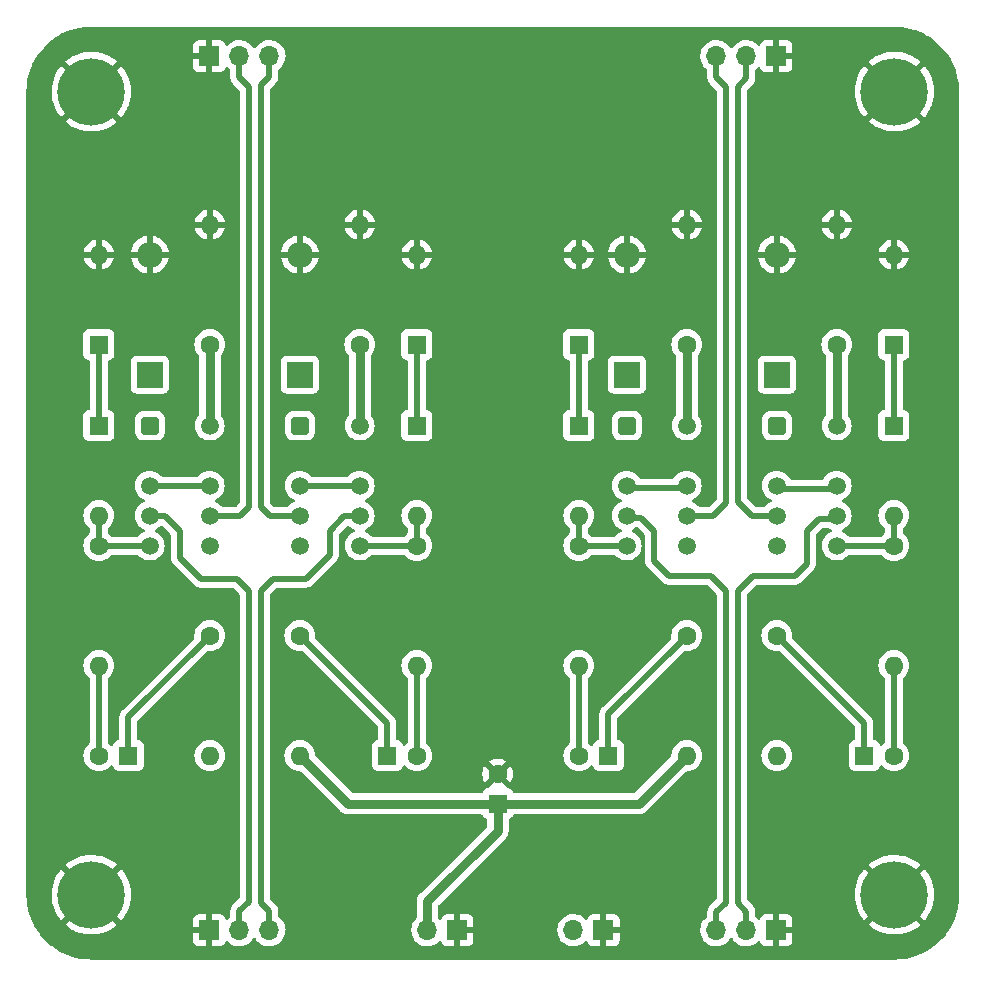
<source format=gbr>
%TF.GenerationSoftware,KiCad,Pcbnew,(6.0.10)*%
%TF.CreationDate,2023-02-25T16:57:16+08:00*%
%TF.ProjectId,LutrarmyMic_PhPwrSwitch,4c757472-6172-46d7-994d-69635f506850,rev?*%
%TF.SameCoordinates,Original*%
%TF.FileFunction,Copper,L1,Top*%
%TF.FilePolarity,Positive*%
%FSLAX46Y46*%
G04 Gerber Fmt 4.6, Leading zero omitted, Abs format (unit mm)*
G04 Created by KiCad (PCBNEW (6.0.10)) date 2023-02-25 16:57:16*
%MOMM*%
%LPD*%
G01*
G04 APERTURE LIST*
G04 Aperture macros list*
%AMRoundRect*
0 Rectangle with rounded corners*
0 $1 Rounding radius*
0 $2 $3 $4 $5 $6 $7 $8 $9 X,Y pos of 4 corners*
0 Add a 4 corners polygon primitive as box body*
4,1,4,$2,$3,$4,$5,$6,$7,$8,$9,$2,$3,0*
0 Add four circle primitives for the rounded corners*
1,1,$1+$1,$2,$3*
1,1,$1+$1,$4,$5*
1,1,$1+$1,$6,$7*
1,1,$1+$1,$8,$9*
0 Add four rect primitives between the rounded corners*
20,1,$1+$1,$2,$3,$4,$5,0*
20,1,$1+$1,$4,$5,$6,$7,0*
20,1,$1+$1,$6,$7,$8,$9,0*
20,1,$1+$1,$8,$9,$2,$3,0*%
G04 Aperture macros list end*
%TA.AperFunction,ComponentPad*%
%ADD10C,5.700000*%
%TD*%
%TA.AperFunction,ComponentPad*%
%ADD11C,1.600000*%
%TD*%
%TA.AperFunction,ComponentPad*%
%ADD12O,1.600000X1.600000*%
%TD*%
%TA.AperFunction,ComponentPad*%
%ADD13R,2.200000X2.200000*%
%TD*%
%TA.AperFunction,ComponentPad*%
%ADD14O,2.200000X2.200000*%
%TD*%
%TA.AperFunction,ComponentPad*%
%ADD15RoundRect,0.250500X-0.499500X-0.499500X0.499500X-0.499500X0.499500X0.499500X-0.499500X0.499500X0*%
%TD*%
%TA.AperFunction,ComponentPad*%
%ADD16C,1.500000*%
%TD*%
%TA.AperFunction,ComponentPad*%
%ADD17R,1.600000X1.600000*%
%TD*%
%TA.AperFunction,ComponentPad*%
%ADD18R,1.700000X1.700000*%
%TD*%
%TA.AperFunction,ComponentPad*%
%ADD19O,1.700000X1.700000*%
%TD*%
%TA.AperFunction,Conductor*%
%ADD20C,0.500000*%
%TD*%
%TA.AperFunction,Conductor*%
%ADD21C,0.800000*%
%TD*%
G04 APERTURE END LIST*
D10*
%TO.P,REF\u002A\u002A,1*%
%TO.N,Earth*%
X135000000Y-121000000D03*
%TD*%
D11*
%TO.P,R11,1*%
%TO.N,Net-(D9-Pad2)*%
X162560000Y-91440000D03*
D12*
%TO.P,R11,2*%
%TO.N,Net-(C4-Pad2)*%
X162560000Y-101600000D03*
%TD*%
D10*
%TO.P,REF\u002A\u002A,1*%
%TO.N,Earth*%
X135000000Y-53000000D03*
%TD*%
D11*
%TO.P,R5,1*%
%TO.N,Net-(D3-Pad2)*%
X202946000Y-91440000D03*
D12*
%TO.P,R5,2*%
%TO.N,Net-(C1-Pad2)*%
X202946000Y-101600000D03*
%TD*%
D13*
%TO.P,D7,1,K*%
%TO.N,9V+*%
X139954000Y-76962000D03*
D14*
%TO.P,D7,2,A*%
%TO.N,Earth*%
X139954000Y-66802000D03*
%TD*%
D15*
%TO.P,K1,1*%
%TO.N,9V+*%
X193040000Y-81280000D03*
D16*
%TO.P,K1,3*%
%TO.N,Net-(K1-Pad10)*%
X193040000Y-86360000D03*
%TO.P,K1,4*%
%TO.N,MIC_1_XLR_2*%
X193040000Y-88900000D03*
%TO.P,K1,5*%
%TO.N,Net-(C1-Pad1)*%
X193040000Y-91440000D03*
%TO.P,K1,8*%
%TO.N,Net-(D3-Pad2)*%
X198120000Y-91440000D03*
%TO.P,K1,9*%
%TO.N,AMP_1_XLR_2*%
X198120000Y-88900000D03*
%TO.P,K1,10*%
%TO.N,Net-(K1-Pad10)*%
X198120000Y-86360000D03*
%TO.P,K1,12*%
%TO.N,Net-(K1-Pad12)*%
X198120000Y-81280000D03*
%TD*%
D11*
%TO.P,R10,1*%
%TO.N,Net-(C5-Pad1)*%
X145034000Y-99060000D03*
D12*
%TO.P,R10,2*%
%TO.N,48V+*%
X145034000Y-109220000D03*
%TD*%
D11*
%TO.P,R8,1*%
%TO.N,Net-(K4-Pad12)*%
X145034000Y-74422000D03*
D12*
%TO.P,R8,2*%
%TO.N,Earth*%
X145034000Y-64262000D03*
%TD*%
D17*
%TO.P,D3,1,K*%
%TO.N,Net-(D3-Pad1)*%
X202946000Y-81280000D03*
D12*
%TO.P,D3,2,A*%
%TO.N,Net-(D3-Pad2)*%
X202946000Y-88900000D03*
%TD*%
D15*
%TO.P,K3,1*%
%TO.N,9V+*%
X152654000Y-81280000D03*
D16*
%TO.P,K3,3*%
%TO.N,Net-(K3-Pad10)*%
X152654000Y-86360000D03*
%TO.P,K3,4*%
%TO.N,MIC_2_XLR_1*%
X152654000Y-88900000D03*
%TO.P,K3,5*%
%TO.N,Net-(C4-Pad1)*%
X152654000Y-91440000D03*
%TO.P,K3,8*%
%TO.N,Net-(D9-Pad2)*%
X157734000Y-91440000D03*
%TO.P,K3,9*%
%TO.N,AMP_2_XLR_1*%
X157734000Y-88900000D03*
%TO.P,K3,10*%
%TO.N,Net-(K3-Pad10)*%
X157734000Y-86360000D03*
%TO.P,K3,12*%
%TO.N,Net-(K3-Pad12)*%
X157734000Y-81280000D03*
%TD*%
D17*
%TO.P,D4,1,K*%
%TO.N,Net-(D3-Pad1)*%
X202946000Y-74422000D03*
D12*
%TO.P,D4,2,A*%
%TO.N,Earth*%
X202946000Y-66802000D03*
%TD*%
D11*
%TO.P,R1,1*%
%TO.N,Net-(K1-Pad12)*%
X198120000Y-74422000D03*
D12*
%TO.P,R1,2*%
%TO.N,Earth*%
X198120000Y-64262000D03*
%TD*%
D11*
%TO.P,R2,1*%
%TO.N,Net-(K2-Pad12)*%
X185420000Y-74422000D03*
D12*
%TO.P,R2,2*%
%TO.N,Earth*%
X185420000Y-64262000D03*
%TD*%
D17*
%TO.P,D9,1,K*%
%TO.N,Net-(D10-Pad1)*%
X162560000Y-81280000D03*
D12*
%TO.P,D9,2,A*%
%TO.N,Net-(D9-Pad2)*%
X162560000Y-88900000D03*
%TD*%
D13*
%TO.P,D1,1,K*%
%TO.N,9V+*%
X193040000Y-76962000D03*
D14*
%TO.P,D1,2,A*%
%TO.N,Earth*%
X193040000Y-66802000D03*
%TD*%
D11*
%TO.P,R4,1*%
%TO.N,Net-(C2-Pad1)*%
X185420000Y-99060000D03*
D12*
%TO.P,R4,2*%
%TO.N,48V+*%
X185420000Y-109220000D03*
%TD*%
D13*
%TO.P,D2,1,K*%
%TO.N,9V+*%
X180340000Y-76962000D03*
D14*
%TO.P,D2,2,A*%
%TO.N,Earth*%
X180340000Y-66802000D03*
%TD*%
D17*
%TO.P,C5,1*%
%TO.N,Net-(C5-Pad1)*%
X138136000Y-109220000D03*
D11*
%TO.P,C5,2*%
%TO.N,Net-(C5-Pad2)*%
X135636000Y-109220000D03*
%TD*%
D18*
%TO.P,J4,1,Pin_1*%
%TO.N,Earth*%
X145000000Y-50000000D03*
D19*
%TO.P,J4,2,Pin_2*%
%TO.N,MIC_2_XLR_2*%
X147540000Y-50000000D03*
%TO.P,J4,3,Pin_3*%
%TO.N,MIC_2_XLR_1*%
X150080000Y-50000000D03*
%TD*%
D17*
%TO.P,D12,1,K*%
%TO.N,Net-(D11-Pad1)*%
X135636000Y-74422000D03*
D12*
%TO.P,D12,2,A*%
%TO.N,Earth*%
X135636000Y-66802000D03*
%TD*%
D17*
%TO.P,D10,1,K*%
%TO.N,Net-(D10-Pad1)*%
X162560000Y-74422000D03*
D12*
%TO.P,D10,2,A*%
%TO.N,Earth*%
X162560000Y-66802000D03*
%TD*%
D18*
%TO.P,J3,1,Pin_1*%
%TO.N,Earth*%
X193000000Y-50000000D03*
D19*
%TO.P,J3,2,Pin_2*%
%TO.N,MIC_1_XLR_2*%
X190460000Y-50000000D03*
%TO.P,J3,3,Pin_3*%
%TO.N,MIC_1_XLR_1*%
X187920000Y-50000000D03*
%TD*%
D15*
%TO.P,K2,1*%
%TO.N,9V+*%
X180340000Y-81280000D03*
D16*
%TO.P,K2,3*%
%TO.N,Net-(K2-Pad10)*%
X180340000Y-86360000D03*
%TO.P,K2,4*%
%TO.N,AMP_1_XLR_1*%
X180340000Y-88900000D03*
%TO.P,K2,5*%
%TO.N,Net-(D5-Pad2)*%
X180340000Y-91440000D03*
%TO.P,K2,8*%
%TO.N,Net-(C2-Pad1)*%
X185420000Y-91440000D03*
%TO.P,K2,9*%
%TO.N,MIC_1_XLR_1*%
X185420000Y-88900000D03*
%TO.P,K2,10*%
%TO.N,Net-(K2-Pad10)*%
X185420000Y-86360000D03*
%TO.P,K2,12*%
%TO.N,Net-(K2-Pad12)*%
X185420000Y-81280000D03*
%TD*%
D11*
%TO.P,R9,1*%
%TO.N,Net-(C4-Pad1)*%
X152654000Y-99060000D03*
D12*
%TO.P,R9,2*%
%TO.N,48V+*%
X152654000Y-109220000D03*
%TD*%
D17*
%TO.P,D5,1,K*%
%TO.N,Net-(D5-Pad1)*%
X176276000Y-81280000D03*
D12*
%TO.P,D5,2,A*%
%TO.N,Net-(D5-Pad2)*%
X176276000Y-88900000D03*
%TD*%
D17*
%TO.P,D11,1,K*%
%TO.N,Net-(D11-Pad1)*%
X135636000Y-81280000D03*
D12*
%TO.P,D11,2,A*%
%TO.N,Net-(D11-Pad2)*%
X135636000Y-88900000D03*
%TD*%
D18*
%TO.P,J5,1,Pin_1*%
%TO.N,Earth*%
X166000000Y-124000000D03*
D19*
%TO.P,J5,2,Pin_2*%
%TO.N,48V+*%
X163460000Y-124000000D03*
%TD*%
D11*
%TO.P,R3,1*%
%TO.N,Net-(C1-Pad1)*%
X193040000Y-99060000D03*
D12*
%TO.P,R3,2*%
%TO.N,48V+*%
X193040000Y-109220000D03*
%TD*%
D17*
%TO.P,D6,1,K*%
%TO.N,Net-(D5-Pad1)*%
X176276000Y-74422000D03*
D12*
%TO.P,D6,2,A*%
%TO.N,Earth*%
X176276000Y-66802000D03*
%TD*%
D18*
%TO.P,J1,1,Pin_1*%
%TO.N,Earth*%
X193000000Y-124000000D03*
D19*
%TO.P,J1,2,Pin_2*%
%TO.N,AMP_1_XLR_2*%
X190460000Y-124000000D03*
%TO.P,J1,3,Pin_3*%
%TO.N,AMP_1_XLR_1*%
X187920000Y-124000000D03*
%TD*%
D18*
%TO.P,J2,1,Pin_1*%
%TO.N,Earth*%
X145000000Y-124000000D03*
D19*
%TO.P,J2,2,Pin_2*%
%TO.N,AMP_2_XLR_2*%
X147540000Y-124000000D03*
%TO.P,J2,3,Pin_3*%
%TO.N,AMP_2_XLR_1*%
X150080000Y-124000000D03*
%TD*%
D11*
%TO.P,R12,1*%
%TO.N,Net-(D11-Pad2)*%
X135636000Y-91440000D03*
D12*
%TO.P,R12,2*%
%TO.N,Net-(C5-Pad2)*%
X135636000Y-101600000D03*
%TD*%
D10*
%TO.P,REF\u002A\u002A,1*%
%TO.N,Earth*%
X203000000Y-121000000D03*
%TD*%
D15*
%TO.P,K4,1*%
%TO.N,9V+*%
X139954000Y-81280000D03*
D16*
%TO.P,K4,3*%
%TO.N,Net-(K4-Pad10)*%
X139954000Y-86360000D03*
%TO.P,K4,4*%
%TO.N,AMP_2_XLR_2*%
X139954000Y-88900000D03*
%TO.P,K4,5*%
%TO.N,Net-(D11-Pad2)*%
X139954000Y-91440000D03*
%TO.P,K4,8*%
%TO.N,Net-(C5-Pad1)*%
X145034000Y-91440000D03*
%TO.P,K4,9*%
%TO.N,MIC_2_XLR_2*%
X145034000Y-88900000D03*
%TO.P,K4,10*%
%TO.N,Net-(K4-Pad10)*%
X145034000Y-86360000D03*
%TO.P,K4,12*%
%TO.N,Net-(K4-Pad12)*%
X145034000Y-81280000D03*
%TD*%
D17*
%TO.P,C3,1*%
%TO.N,48V+*%
X169418000Y-113284000D03*
D11*
%TO.P,C3,2*%
%TO.N,Earth*%
X169418000Y-110784000D03*
%TD*%
%TO.P,R7,1*%
%TO.N,Net-(K3-Pad12)*%
X157734000Y-74422000D03*
D12*
%TO.P,R7,2*%
%TO.N,Earth*%
X157734000Y-64262000D03*
%TD*%
D11*
%TO.P,R6,1*%
%TO.N,Net-(D5-Pad2)*%
X176276000Y-91440000D03*
D12*
%TO.P,R6,2*%
%TO.N,Net-(C2-Pad2)*%
X176276000Y-101600000D03*
%TD*%
D10*
%TO.P,REF\u002A\u002A,1*%
%TO.N,Earth*%
X203000000Y-53000000D03*
%TD*%
D17*
%TO.P,C1,1*%
%TO.N,Net-(C1-Pad1)*%
X200446000Y-109220000D03*
D11*
%TO.P,C1,2*%
%TO.N,Net-(C1-Pad2)*%
X202946000Y-109220000D03*
%TD*%
D13*
%TO.P,D8,1,K*%
%TO.N,9V+*%
X152654000Y-76962000D03*
D14*
%TO.P,D8,2,A*%
%TO.N,Earth*%
X152654000Y-66802000D03*
%TD*%
D17*
%TO.P,C4,1*%
%TO.N,Net-(C4-Pad1)*%
X160060000Y-109220000D03*
D11*
%TO.P,C4,2*%
%TO.N,Net-(C4-Pad2)*%
X162560000Y-109220000D03*
%TD*%
D17*
%TO.P,C2,1*%
%TO.N,Net-(C2-Pad1)*%
X178776000Y-109220000D03*
D11*
%TO.P,C2,2*%
%TO.N,Net-(C2-Pad2)*%
X176276000Y-109220000D03*
%TD*%
D18*
%TO.P,J6,1,Pin_1*%
%TO.N,Earth*%
X178365000Y-124000000D03*
D19*
%TO.P,J6,2,Pin_2*%
%TO.N,9V+*%
X175825000Y-124000000D03*
%TD*%
D20*
%TO.N,Net-(C1-Pad1)*%
X200446000Y-109220000D02*
X200446000Y-106466000D01*
X200446000Y-106466000D02*
X193040000Y-99060000D01*
%TO.N,Net-(C1-Pad2)*%
X202946000Y-109220000D02*
X202946000Y-101600000D01*
%TO.N,Net-(C2-Pad1)*%
X178776000Y-105704000D02*
X185420000Y-99060000D01*
X178776000Y-109220000D02*
X178776000Y-105704000D01*
%TO.N,Net-(C2-Pad2)*%
X176276000Y-109220000D02*
X176276000Y-101600000D01*
D21*
%TO.N,48V+*%
X169418000Y-115582000D02*
X169418000Y-113284000D01*
X169418000Y-113284000D02*
X181356000Y-113284000D01*
X169418000Y-113284000D02*
X156718000Y-113284000D01*
X156718000Y-113284000D02*
X152654000Y-109220000D01*
X181356000Y-113284000D02*
X185420000Y-109220000D01*
X163460000Y-121540000D02*
X169418000Y-115582000D01*
X163460000Y-124000000D02*
X163460000Y-121540000D01*
D20*
%TO.N,Net-(C4-Pad1)*%
X160060000Y-106466000D02*
X152654000Y-99060000D01*
X160060000Y-109220000D02*
X160060000Y-106466000D01*
%TO.N,Net-(C4-Pad2)*%
X162560000Y-109220000D02*
X162560000Y-101600000D01*
%TO.N,Net-(C5-Pad1)*%
X138136000Y-105958000D02*
X145034000Y-99060000D01*
X138136000Y-109220000D02*
X138136000Y-105958000D01*
%TO.N,Net-(C5-Pad2)*%
X135636000Y-109220000D02*
X135636000Y-101600000D01*
%TO.N,Net-(D10-Pad1)*%
X162560000Y-81280000D02*
X162560000Y-74422000D01*
%TO.N,Net-(D9-Pad2)*%
X162560000Y-91440000D02*
X157806500Y-91440000D01*
X157806500Y-91440000D02*
X157734000Y-91512500D01*
X162560000Y-88900000D02*
X162560000Y-91440000D01*
%TO.N,Net-(D3-Pad1)*%
X202946000Y-81280000D02*
X202946000Y-74422000D01*
%TO.N,Net-(D3-Pad2)*%
X202946000Y-91440000D02*
X202946000Y-88900000D01*
X198120000Y-91440000D02*
X202946000Y-91440000D01*
%TO.N,Net-(D5-Pad1)*%
X176276000Y-81280000D02*
X176276000Y-74422000D01*
%TO.N,Net-(D5-Pad2)*%
X176276000Y-91440000D02*
X180340000Y-91440000D01*
X176276000Y-91440000D02*
X176276000Y-88900000D01*
%TO.N,MIC_1_XLR_2*%
X189738000Y-52578000D02*
X189738000Y-87731600D01*
X189738000Y-52578000D02*
X190460000Y-51856000D01*
X189738000Y-87731600D02*
X190906400Y-88900000D01*
X190906400Y-88900000D02*
X193040000Y-88900000D01*
X190460000Y-51856000D02*
X190460000Y-50000000D01*
%TO.N,MIC_1_XLR_1*%
X188722000Y-87833200D02*
X187655200Y-88900000D01*
X188722000Y-52578000D02*
X188722000Y-87833200D01*
X187655200Y-88900000D02*
X185420000Y-88900000D01*
X188722000Y-52578000D02*
X187920000Y-51776000D01*
X187920000Y-51776000D02*
X187920000Y-50000000D01*
%TO.N,MIC_2_XLR_2*%
X147540000Y-51782000D02*
X147540000Y-50000000D01*
X147574000Y-88900000D02*
X148336000Y-88138000D01*
X148336000Y-52578000D02*
X147540000Y-51782000D01*
X148336000Y-88138000D02*
X148336000Y-52578000D01*
X145034000Y-88900000D02*
X147574000Y-88900000D01*
%TO.N,MIC_2_XLR_1*%
X149352000Y-52468000D02*
X150080000Y-51740000D01*
X150114000Y-88900000D02*
X149352000Y-88138000D01*
X150080000Y-51740000D02*
X150080000Y-50000000D01*
X152654000Y-88900000D02*
X150114000Y-88900000D01*
X149352000Y-88138000D02*
X149352000Y-52468000D01*
%TO.N,AMP_1_XLR_2*%
X194544000Y-94000000D02*
X195580000Y-92964000D01*
X189738000Y-121710000D02*
X189738000Y-95250000D01*
X195580000Y-92964000D02*
X195580000Y-90170000D01*
X196596000Y-89154000D02*
X198120000Y-89154000D01*
X190988000Y-94000000D02*
X194544000Y-94000000D01*
X189738000Y-95250000D02*
X190988000Y-94000000D01*
X195580000Y-90170000D02*
X196596000Y-89154000D01*
X190460000Y-122432000D02*
X189738000Y-121710000D01*
X190460000Y-124000000D02*
X190460000Y-122432000D01*
%TO.N,AMP_1_XLR_1*%
X187920000Y-124000000D02*
X187920000Y-122468000D01*
X188722000Y-121666000D02*
X188722000Y-95250000D01*
X181520000Y-89064000D02*
X180340000Y-89064000D01*
X183896000Y-93980000D02*
X182626000Y-92710000D01*
X188722000Y-95250000D02*
X187452000Y-93980000D01*
X182626000Y-90170000D02*
X181520000Y-89064000D01*
X187920000Y-122468000D02*
X188722000Y-121666000D01*
X182626000Y-92710000D02*
X182626000Y-90170000D01*
X187452000Y-93980000D02*
X183896000Y-93980000D01*
%TO.N,AMP_2_XLR_2*%
X147320000Y-94234000D02*
X144272000Y-94234000D01*
X144272000Y-94234000D02*
X142494000Y-92456000D01*
X148336000Y-121598000D02*
X148336000Y-95250000D01*
X142494000Y-92456000D02*
X142494000Y-90170000D01*
X142494000Y-90170000D02*
X141224000Y-88900000D01*
X148336000Y-95250000D02*
X147320000Y-94234000D01*
X147540000Y-124000000D02*
X147540000Y-122394000D01*
X141224000Y-88900000D02*
X139954000Y-88900000D01*
X147540000Y-122394000D02*
X148336000Y-121598000D01*
%TO.N,AMP_2_XLR_1*%
X156391500Y-88972500D02*
X157734000Y-88972500D01*
X150368000Y-94234000D02*
X153162000Y-94234000D01*
X150080000Y-122394000D02*
X149352000Y-121666000D01*
X155194000Y-92202000D02*
X155194000Y-90170000D01*
X150080000Y-124000000D02*
X150080000Y-122394000D01*
X155194000Y-90170000D02*
X156391500Y-88972500D01*
X149352000Y-121666000D02*
X149352000Y-95250000D01*
X153162000Y-94234000D02*
X155194000Y-92202000D01*
X149352000Y-95250000D02*
X150368000Y-94234000D01*
%TO.N,Net-(K1-Pad10)*%
X193040000Y-86614000D02*
X198120000Y-86614000D01*
D21*
%TO.N,Net-(K1-Pad12)*%
X198120000Y-74422000D02*
X198120000Y-81280000D01*
D20*
%TO.N,Net-(K2-Pad10)*%
X180340000Y-86524000D02*
X185420000Y-86524000D01*
D21*
%TO.N,Net-(K2-Pad12)*%
X185420000Y-74422000D02*
X185420000Y-81280000D01*
D20*
%TO.N,Net-(K3-Pad10)*%
X152654000Y-86432500D02*
X157734000Y-86432500D01*
D21*
%TO.N,Net-(K3-Pad12)*%
X157734000Y-74422000D02*
X157734000Y-81352500D01*
D20*
%TO.N,Net-(K4-Pad10)*%
X139954000Y-86360000D02*
X145034000Y-86360000D01*
D21*
%TO.N,Net-(K4-Pad12)*%
X145034000Y-81280000D02*
X145034000Y-74422000D01*
D20*
%TO.N,Net-(D11-Pad1)*%
X135636000Y-81280000D02*
X135636000Y-74422000D01*
%TO.N,Net-(D11-Pad2)*%
X135636000Y-91440000D02*
X139954000Y-91440000D01*
X135636000Y-88900000D02*
X135636000Y-91440000D01*
%TD*%
%TA.AperFunction,Conductor*%
%TO.N,Earth*%
G36*
X202970018Y-47510000D02*
G01*
X202984851Y-47512310D01*
X202984855Y-47512310D01*
X202993724Y-47513691D01*
X203014664Y-47510953D01*
X203036202Y-47509997D01*
X203224026Y-47517766D01*
X203448278Y-47527041D01*
X203458656Y-47527901D01*
X203734674Y-47562307D01*
X203898702Y-47582753D01*
X203908967Y-47584465D01*
X204072054Y-47618661D01*
X204342976Y-47675467D01*
X204353072Y-47678023D01*
X204778101Y-47804561D01*
X204787938Y-47807938D01*
X205201081Y-47969147D01*
X205210581Y-47973314D01*
X205608983Y-48168081D01*
X205618141Y-48173037D01*
X205999085Y-48400030D01*
X206007804Y-48405726D01*
X206368705Y-48663405D01*
X206376923Y-48669801D01*
X206715326Y-48956413D01*
X206722987Y-48963467D01*
X207036533Y-49277013D01*
X207043587Y-49284674D01*
X207330199Y-49623077D01*
X207336595Y-49631295D01*
X207594274Y-49992196D01*
X207599970Y-50000915D01*
X207758849Y-50267548D01*
X207826963Y-50381859D01*
X207831918Y-50391015D01*
X207986391Y-50706994D01*
X208026682Y-50789411D01*
X208030853Y-50798919D01*
X208192062Y-51212062D01*
X208195439Y-51221899D01*
X208321977Y-51646928D01*
X208324533Y-51657024D01*
X208414676Y-52086936D01*
X208415534Y-52091030D01*
X208417247Y-52101298D01*
X208432386Y-52222749D01*
X208472099Y-52541344D01*
X208472959Y-52551722D01*
X208476428Y-52635592D01*
X208487041Y-52892181D01*
X208489694Y-52956335D01*
X208488302Y-52980920D01*
X208486309Y-52993724D01*
X208487473Y-53002626D01*
X208487473Y-53002628D01*
X208490436Y-53025283D01*
X208491500Y-53041621D01*
X208491500Y-120950633D01*
X208490000Y-120970018D01*
X208487690Y-120984851D01*
X208487690Y-120984855D01*
X208486309Y-120993724D01*
X208489047Y-121014659D01*
X208490003Y-121036202D01*
X208486983Y-121109218D01*
X208472959Y-121448278D01*
X208472099Y-121458656D01*
X208437693Y-121734674D01*
X208417508Y-121896616D01*
X208417248Y-121898698D01*
X208415535Y-121908967D01*
X208347881Y-122231624D01*
X208324533Y-122342976D01*
X208321977Y-122353072D01*
X208195439Y-122778101D01*
X208192062Y-122787938D01*
X208030853Y-123201081D01*
X208026686Y-123210581D01*
X207859901Y-123551745D01*
X207831919Y-123608983D01*
X207826964Y-123618139D01*
X207754596Y-123739588D01*
X207599970Y-123999085D01*
X207594274Y-124007804D01*
X207336595Y-124368705D01*
X207330199Y-124376923D01*
X207043587Y-124715326D01*
X207036533Y-124722987D01*
X206722987Y-125036533D01*
X206715326Y-125043587D01*
X206376923Y-125330199D01*
X206368705Y-125336595D01*
X206007804Y-125594274D01*
X205999085Y-125599970D01*
X205618141Y-125826963D01*
X205608985Y-125831918D01*
X205210581Y-126026686D01*
X205201081Y-126030853D01*
X204787938Y-126192062D01*
X204778101Y-126195439D01*
X204353072Y-126321977D01*
X204342975Y-126324533D01*
X203908967Y-126415535D01*
X203898702Y-126417247D01*
X203734674Y-126437693D01*
X203458656Y-126472099D01*
X203448278Y-126472959D01*
X203270676Y-126480305D01*
X203043661Y-126489694D01*
X203019080Y-126488302D01*
X203006276Y-126486309D01*
X202997374Y-126487473D01*
X202997372Y-126487473D01*
X202982323Y-126489441D01*
X202974714Y-126490436D01*
X202958379Y-126491500D01*
X135049367Y-126491500D01*
X135029982Y-126490000D01*
X135015149Y-126487690D01*
X135015145Y-126487690D01*
X135006276Y-126486309D01*
X134985336Y-126489047D01*
X134963798Y-126490003D01*
X134775974Y-126482234D01*
X134551722Y-126472959D01*
X134541344Y-126472099D01*
X134265326Y-126437693D01*
X134101298Y-126417247D01*
X134091033Y-126415535D01*
X133657025Y-126324533D01*
X133646928Y-126321977D01*
X133221899Y-126195439D01*
X133212062Y-126192062D01*
X132798919Y-126030853D01*
X132789419Y-126026686D01*
X132391015Y-125831918D01*
X132381859Y-125826963D01*
X132000915Y-125599970D01*
X131992196Y-125594274D01*
X131631295Y-125336595D01*
X131623077Y-125330199D01*
X131284674Y-125043587D01*
X131277013Y-125036533D01*
X131135149Y-124894669D01*
X143642001Y-124894669D01*
X143642371Y-124901490D01*
X143647895Y-124952352D01*
X143651521Y-124967604D01*
X143696676Y-125088054D01*
X143705214Y-125103649D01*
X143781715Y-125205724D01*
X143794276Y-125218285D01*
X143896351Y-125294786D01*
X143911946Y-125303324D01*
X144032394Y-125348478D01*
X144047649Y-125352105D01*
X144098514Y-125357631D01*
X144105328Y-125358000D01*
X144727885Y-125358000D01*
X144743124Y-125353525D01*
X144744329Y-125352135D01*
X144746000Y-125344452D01*
X144746000Y-124272115D01*
X144741525Y-124256876D01*
X144740135Y-124255671D01*
X144732452Y-124254000D01*
X143660116Y-124254000D01*
X143644877Y-124258475D01*
X143643672Y-124259865D01*
X143642001Y-124267548D01*
X143642001Y-124894669D01*
X131135149Y-124894669D01*
X130963467Y-124722987D01*
X130956413Y-124715326D01*
X130669801Y-124376923D01*
X130663405Y-124368705D01*
X130405726Y-124007804D01*
X130400030Y-123999085D01*
X130245404Y-123739588D01*
X130173036Y-123618139D01*
X130168081Y-123608983D01*
X130140099Y-123551745D01*
X132813795Y-123551745D01*
X132813871Y-123552815D01*
X132817055Y-123557648D01*
X133097342Y-123772720D01*
X133102972Y-123776575D01*
X133407929Y-123961992D01*
X133413931Y-123965210D01*
X133737139Y-124116611D01*
X133743444Y-124119159D01*
X134081117Y-124234771D01*
X134087668Y-124236624D01*
X134435838Y-124315087D01*
X134442557Y-124316224D01*
X134797174Y-124356628D01*
X134803964Y-124357031D01*
X135160865Y-124358899D01*
X135167666Y-124358567D01*
X135522686Y-124321880D01*
X135529414Y-124320814D01*
X135878402Y-124245997D01*
X135884950Y-124244218D01*
X136223820Y-124132147D01*
X136230162Y-124129661D01*
X136554921Y-123981660D01*
X136560975Y-123978495D01*
X136867839Y-123796293D01*
X136873520Y-123792490D01*
X136959566Y-123727885D01*
X143642000Y-123727885D01*
X143646475Y-123743124D01*
X143647865Y-123744329D01*
X143655548Y-123746000D01*
X144727885Y-123746000D01*
X144743124Y-123741525D01*
X144744329Y-123740135D01*
X144746000Y-123732452D01*
X144746000Y-122660116D01*
X144741525Y-122644877D01*
X144740135Y-122643672D01*
X144732452Y-122642001D01*
X144105331Y-122642001D01*
X144098510Y-122642371D01*
X144047648Y-122647895D01*
X144032396Y-122651521D01*
X143911946Y-122696676D01*
X143896351Y-122705214D01*
X143794276Y-122781715D01*
X143781715Y-122794276D01*
X143705214Y-122896351D01*
X143696676Y-122911946D01*
X143651522Y-123032394D01*
X143647895Y-123047649D01*
X143642369Y-123098514D01*
X143642000Y-123105328D01*
X143642000Y-123727885D01*
X136959566Y-123727885D01*
X137158918Y-123578207D01*
X137164145Y-123573821D01*
X137176988Y-123561803D01*
X137185057Y-123548123D01*
X137185029Y-123547398D01*
X137179887Y-123539097D01*
X135012812Y-121372022D01*
X134998868Y-121364408D01*
X134997035Y-121364539D01*
X134990420Y-121368790D01*
X132821409Y-123537801D01*
X132813795Y-123551745D01*
X130140099Y-123551745D01*
X129973314Y-123210581D01*
X129969147Y-123201081D01*
X129807938Y-122787938D01*
X129804561Y-122778101D01*
X129678023Y-122353072D01*
X129675467Y-122342976D01*
X129652119Y-122231624D01*
X129584465Y-121908967D01*
X129582752Y-121898698D01*
X129582493Y-121896616D01*
X129562307Y-121734674D01*
X129527901Y-121458656D01*
X129527041Y-121448278D01*
X129510462Y-121047439D01*
X129512100Y-121021329D01*
X129512769Y-121017351D01*
X129512770Y-121017345D01*
X129513576Y-121012552D01*
X129513729Y-121000000D01*
X129512534Y-120991657D01*
X131637260Y-120991657D01*
X131655318Y-121348127D01*
X131656028Y-121354883D01*
X131712478Y-121707305D01*
X131713917Y-121713960D01*
X131808094Y-122058215D01*
X131810243Y-122064676D01*
X131941053Y-122396756D01*
X131943884Y-122402939D01*
X132109792Y-122718949D01*
X132113275Y-122724791D01*
X132312340Y-123021031D01*
X132316442Y-123026475D01*
X132440942Y-123174322D01*
X132453680Y-123182764D01*
X132464124Y-123176666D01*
X134627978Y-121012812D01*
X134634356Y-121001132D01*
X135364408Y-121001132D01*
X135364539Y-121002965D01*
X135368790Y-121009580D01*
X137534463Y-123175253D01*
X137548060Y-123182678D01*
X137557669Y-123175981D01*
X137662197Y-123054457D01*
X137666346Y-123049069D01*
X137868503Y-122754929D01*
X137872050Y-122749118D01*
X138041250Y-122434879D01*
X138044157Y-122428701D01*
X138178435Y-122098016D01*
X138180649Y-122091586D01*
X138278427Y-121748331D01*
X138279934Y-121741701D01*
X138340073Y-121389873D01*
X138340853Y-121383133D01*
X138362740Y-121025275D01*
X138362856Y-121021673D01*
X138362926Y-121001820D01*
X138362834Y-120998193D01*
X138343446Y-120640208D01*
X138342711Y-120633442D01*
X138285034Y-120281233D01*
X138283567Y-120274561D01*
X138188194Y-119930655D01*
X138186020Y-119924192D01*
X138054053Y-119592575D01*
X138051197Y-119586395D01*
X137884194Y-119270981D01*
X137880682Y-119265137D01*
X137680588Y-118969598D01*
X137676467Y-118964170D01*
X137559041Y-118825704D01*
X137546215Y-118817267D01*
X137535890Y-118823320D01*
X135372022Y-120987188D01*
X135364408Y-121001132D01*
X134634356Y-121001132D01*
X134635592Y-120998868D01*
X134635461Y-120997035D01*
X134631210Y-120990420D01*
X132465527Y-118824737D01*
X132451990Y-118817345D01*
X132442289Y-118824132D01*
X132330649Y-118954847D01*
X132326515Y-118960255D01*
X132125394Y-119255086D01*
X132121859Y-119260923D01*
X131953754Y-119575757D01*
X131950878Y-119581926D01*
X131817754Y-119913081D01*
X131815561Y-119919521D01*
X131718979Y-120263121D01*
X131717496Y-120269756D01*
X131658589Y-120621773D01*
X131657830Y-120628545D01*
X131637284Y-120984862D01*
X131637260Y-120991657D01*
X129512534Y-120991657D01*
X129509773Y-120972376D01*
X129508500Y-120954514D01*
X129508500Y-118451492D01*
X132814580Y-118451492D01*
X132814615Y-118452333D01*
X132819667Y-118460457D01*
X134987188Y-120627978D01*
X135001132Y-120635592D01*
X135002965Y-120635461D01*
X135009580Y-120631210D01*
X137178166Y-118462624D01*
X137185780Y-118448680D01*
X137185712Y-118447723D01*
X137180771Y-118440251D01*
X137176870Y-118436931D01*
X136892958Y-118220649D01*
X136887332Y-118216825D01*
X136581722Y-118032469D01*
X136575710Y-118029272D01*
X136251966Y-117878995D01*
X136245666Y-117876475D01*
X135907595Y-117762045D01*
X135901017Y-117760209D01*
X135552592Y-117682965D01*
X135545857Y-117681850D01*
X135191106Y-117642685D01*
X135184324Y-117642306D01*
X134827395Y-117641683D01*
X134820622Y-117642038D01*
X134465714Y-117679966D01*
X134459005Y-117681053D01*
X134110289Y-117757086D01*
X134103714Y-117758897D01*
X133765250Y-117872145D01*
X133758928Y-117874648D01*
X133434680Y-118023785D01*
X133428637Y-118026971D01*
X133122404Y-118210248D01*
X133116744Y-118214066D01*
X132832094Y-118429346D01*
X132826891Y-118433742D01*
X132822601Y-118437785D01*
X132814580Y-118451492D01*
X129508500Y-118451492D01*
X129508500Y-109220000D01*
X134322502Y-109220000D01*
X134342457Y-109448087D01*
X134343881Y-109453400D01*
X134343881Y-109453402D01*
X134369434Y-109548764D01*
X134401716Y-109669243D01*
X134404039Y-109674224D01*
X134404039Y-109674225D01*
X134496151Y-109871762D01*
X134496154Y-109871767D01*
X134498477Y-109876749D01*
X134501634Y-109881257D01*
X134621476Y-110052409D01*
X134629802Y-110064300D01*
X134791700Y-110226198D01*
X134796208Y-110229355D01*
X134796211Y-110229357D01*
X134837542Y-110258297D01*
X134979251Y-110357523D01*
X134984233Y-110359846D01*
X134984238Y-110359849D01*
X135112078Y-110419461D01*
X135186757Y-110454284D01*
X135192065Y-110455706D01*
X135192067Y-110455707D01*
X135402598Y-110512119D01*
X135402600Y-110512119D01*
X135407913Y-110513543D01*
X135636000Y-110533498D01*
X135864087Y-110513543D01*
X135869400Y-110512119D01*
X135869402Y-110512119D01*
X136079933Y-110455707D01*
X136079935Y-110455706D01*
X136085243Y-110454284D01*
X136159922Y-110419461D01*
X136287762Y-110359849D01*
X136287767Y-110359846D01*
X136292749Y-110357523D01*
X136434458Y-110258297D01*
X136475789Y-110229357D01*
X136475792Y-110229355D01*
X136480300Y-110226198D01*
X136626000Y-110080498D01*
X136688312Y-110046472D01*
X136759127Y-110051537D01*
X136815963Y-110094084D01*
X136833132Y-110130737D01*
X136834255Y-110130316D01*
X136885385Y-110266705D01*
X136972739Y-110383261D01*
X137089295Y-110470615D01*
X137225684Y-110521745D01*
X137287866Y-110528500D01*
X138984134Y-110528500D01*
X139046316Y-110521745D01*
X139182705Y-110470615D01*
X139299261Y-110383261D01*
X139386615Y-110266705D01*
X139437745Y-110130316D01*
X139444500Y-110068134D01*
X139444500Y-109220000D01*
X143720502Y-109220000D01*
X143740457Y-109448087D01*
X143741881Y-109453400D01*
X143741881Y-109453402D01*
X143767434Y-109548764D01*
X143799716Y-109669243D01*
X143802039Y-109674224D01*
X143802039Y-109674225D01*
X143894151Y-109871762D01*
X143894154Y-109871767D01*
X143896477Y-109876749D01*
X143899634Y-109881257D01*
X144019476Y-110052409D01*
X144027802Y-110064300D01*
X144189700Y-110226198D01*
X144194208Y-110229355D01*
X144194211Y-110229357D01*
X144235542Y-110258297D01*
X144377251Y-110357523D01*
X144382233Y-110359846D01*
X144382238Y-110359849D01*
X144510078Y-110419461D01*
X144584757Y-110454284D01*
X144590065Y-110455706D01*
X144590067Y-110455707D01*
X144800598Y-110512119D01*
X144800600Y-110512119D01*
X144805913Y-110513543D01*
X145034000Y-110533498D01*
X145262087Y-110513543D01*
X145267400Y-110512119D01*
X145267402Y-110512119D01*
X145477933Y-110455707D01*
X145477935Y-110455706D01*
X145483243Y-110454284D01*
X145557922Y-110419461D01*
X145685762Y-110359849D01*
X145685767Y-110359846D01*
X145690749Y-110357523D01*
X145832458Y-110258297D01*
X145873789Y-110229357D01*
X145873792Y-110229355D01*
X145878300Y-110226198D01*
X146040198Y-110064300D01*
X146048525Y-110052409D01*
X146168366Y-109881257D01*
X146171523Y-109876749D01*
X146173846Y-109871767D01*
X146173849Y-109871762D01*
X146265961Y-109674225D01*
X146265961Y-109674224D01*
X146268284Y-109669243D01*
X146300567Y-109548764D01*
X146326119Y-109453402D01*
X146326119Y-109453400D01*
X146327543Y-109448087D01*
X146347498Y-109220000D01*
X146327543Y-108991913D01*
X146268284Y-108770757D01*
X146225500Y-108679006D01*
X146173849Y-108568238D01*
X146173846Y-108568233D01*
X146171523Y-108563251D01*
X146053027Y-108394021D01*
X146043357Y-108380211D01*
X146043355Y-108380208D01*
X146040198Y-108375700D01*
X145878300Y-108213802D01*
X145873792Y-108210645D01*
X145873789Y-108210643D01*
X145767030Y-108135890D01*
X145690749Y-108082477D01*
X145685767Y-108080154D01*
X145685762Y-108080151D01*
X145488225Y-107988039D01*
X145488224Y-107988039D01*
X145483243Y-107985716D01*
X145477935Y-107984294D01*
X145477933Y-107984293D01*
X145267402Y-107927881D01*
X145267400Y-107927881D01*
X145262087Y-107926457D01*
X145034000Y-107906502D01*
X144805913Y-107926457D01*
X144800600Y-107927881D01*
X144800598Y-107927881D01*
X144590067Y-107984293D01*
X144590065Y-107984294D01*
X144584757Y-107985716D01*
X144579776Y-107988039D01*
X144579775Y-107988039D01*
X144382238Y-108080151D01*
X144382233Y-108080154D01*
X144377251Y-108082477D01*
X144300970Y-108135890D01*
X144194211Y-108210643D01*
X144194208Y-108210645D01*
X144189700Y-108213802D01*
X144027802Y-108375700D01*
X144024645Y-108380208D01*
X144024643Y-108380211D01*
X144014973Y-108394021D01*
X143896477Y-108563251D01*
X143894154Y-108568233D01*
X143894151Y-108568238D01*
X143842500Y-108679006D01*
X143799716Y-108770757D01*
X143740457Y-108991913D01*
X143720502Y-109220000D01*
X139444500Y-109220000D01*
X139444500Y-108371866D01*
X139437745Y-108309684D01*
X139386615Y-108173295D01*
X139299261Y-108056739D01*
X139182705Y-107969385D01*
X139046316Y-107918255D01*
X139019086Y-107915297D01*
X139006892Y-107913972D01*
X138941330Y-107886730D01*
X138900904Y-107828366D01*
X138894500Y-107788709D01*
X138894500Y-106324371D01*
X138914502Y-106256250D01*
X138931405Y-106235276D01*
X144771010Y-100395671D01*
X144833322Y-100361645D01*
X144871087Y-100359245D01*
X145028525Y-100373019D01*
X145034000Y-100373498D01*
X145262087Y-100353543D01*
X145267400Y-100352119D01*
X145267402Y-100352119D01*
X145477933Y-100295707D01*
X145477935Y-100295706D01*
X145483243Y-100294284D01*
X145488225Y-100291961D01*
X145685762Y-100199849D01*
X145685767Y-100199846D01*
X145690749Y-100197523D01*
X145795611Y-100124098D01*
X145873789Y-100069357D01*
X145873792Y-100069355D01*
X145878300Y-100066198D01*
X146040198Y-99904300D01*
X146171523Y-99716749D01*
X146173846Y-99711767D01*
X146173849Y-99711762D01*
X146265961Y-99514225D01*
X146265961Y-99514224D01*
X146268284Y-99509243D01*
X146327543Y-99288087D01*
X146347498Y-99060000D01*
X146327543Y-98831913D01*
X146268284Y-98610757D01*
X146265961Y-98605775D01*
X146173849Y-98408238D01*
X146173846Y-98408233D01*
X146171523Y-98403251D01*
X146040198Y-98215700D01*
X145878300Y-98053802D01*
X145873792Y-98050645D01*
X145873789Y-98050643D01*
X145795611Y-97995902D01*
X145690749Y-97922477D01*
X145685767Y-97920154D01*
X145685762Y-97920151D01*
X145488225Y-97828039D01*
X145488224Y-97828039D01*
X145483243Y-97825716D01*
X145477935Y-97824294D01*
X145477933Y-97824293D01*
X145267402Y-97767881D01*
X145267400Y-97767881D01*
X145262087Y-97766457D01*
X145034000Y-97746502D01*
X144805913Y-97766457D01*
X144800600Y-97767881D01*
X144800598Y-97767881D01*
X144590067Y-97824293D01*
X144590065Y-97824294D01*
X144584757Y-97825716D01*
X144579776Y-97828039D01*
X144579775Y-97828039D01*
X144382238Y-97920151D01*
X144382233Y-97920154D01*
X144377251Y-97922477D01*
X144272389Y-97995902D01*
X144194211Y-98050643D01*
X144194208Y-98050645D01*
X144189700Y-98053802D01*
X144027802Y-98215700D01*
X143896477Y-98403251D01*
X143894154Y-98408233D01*
X143894151Y-98408238D01*
X143802039Y-98605775D01*
X143799716Y-98610757D01*
X143740457Y-98831913D01*
X143720502Y-99060000D01*
X143720981Y-99065475D01*
X143734755Y-99222913D01*
X143720766Y-99292518D01*
X143698329Y-99322990D01*
X137647089Y-105374230D01*
X137632677Y-105386616D01*
X137621082Y-105395149D01*
X137621077Y-105395154D01*
X137615182Y-105399492D01*
X137610443Y-105405070D01*
X137610440Y-105405073D01*
X137580965Y-105439768D01*
X137574035Y-105447284D01*
X137568340Y-105452979D01*
X137566060Y-105455861D01*
X137550719Y-105475251D01*
X137547928Y-105478655D01*
X137505409Y-105528703D01*
X137500667Y-105534285D01*
X137497339Y-105540801D01*
X137493972Y-105545850D01*
X137490805Y-105550979D01*
X137486266Y-105556716D01*
X137455345Y-105622875D01*
X137453442Y-105626769D01*
X137420231Y-105691808D01*
X137418492Y-105698916D01*
X137416393Y-105704559D01*
X137414476Y-105710322D01*
X137411378Y-105716950D01*
X137409888Y-105724112D01*
X137409888Y-105724113D01*
X137396514Y-105788412D01*
X137395544Y-105792696D01*
X137378192Y-105863610D01*
X137377500Y-105874764D01*
X137377464Y-105874762D01*
X137377225Y-105878755D01*
X137376851Y-105882947D01*
X137375360Y-105890115D01*
X137375558Y-105897432D01*
X137377454Y-105967521D01*
X137377500Y-105970928D01*
X137377500Y-107788709D01*
X137357498Y-107856830D01*
X137303842Y-107903323D01*
X137265108Y-107913972D01*
X137252914Y-107915297D01*
X137225684Y-107918255D01*
X137089295Y-107969385D01*
X136972739Y-108056739D01*
X136885385Y-108173295D01*
X136834255Y-108309684D01*
X136832309Y-108308954D01*
X136802455Y-108361205D01*
X136739497Y-108394021D01*
X136668793Y-108387591D01*
X136626000Y-108359502D01*
X136480300Y-108213802D01*
X136448229Y-108191345D01*
X136403901Y-108135890D01*
X136394500Y-108088133D01*
X136394500Y-102731867D01*
X136414502Y-102663746D01*
X136448228Y-102628655D01*
X136480300Y-102606198D01*
X136642198Y-102444300D01*
X136773523Y-102256749D01*
X136775846Y-102251767D01*
X136775849Y-102251762D01*
X136867961Y-102054225D01*
X136867961Y-102054224D01*
X136870284Y-102049243D01*
X136929543Y-101828087D01*
X136949498Y-101600000D01*
X136929543Y-101371913D01*
X136870284Y-101150757D01*
X136867961Y-101145775D01*
X136775849Y-100948238D01*
X136775846Y-100948233D01*
X136773523Y-100943251D01*
X136642198Y-100755700D01*
X136480300Y-100593802D01*
X136475792Y-100590645D01*
X136475789Y-100590643D01*
X136397611Y-100535902D01*
X136292749Y-100462477D01*
X136287767Y-100460154D01*
X136287762Y-100460151D01*
X136090225Y-100368039D01*
X136090224Y-100368039D01*
X136085243Y-100365716D01*
X136079935Y-100364294D01*
X136079933Y-100364293D01*
X135869402Y-100307881D01*
X135869400Y-100307881D01*
X135864087Y-100306457D01*
X135636000Y-100286502D01*
X135407913Y-100306457D01*
X135402600Y-100307881D01*
X135402598Y-100307881D01*
X135192067Y-100364293D01*
X135192065Y-100364294D01*
X135186757Y-100365716D01*
X135181776Y-100368039D01*
X135181775Y-100368039D01*
X134984238Y-100460151D01*
X134984233Y-100460154D01*
X134979251Y-100462477D01*
X134874389Y-100535902D01*
X134796211Y-100590643D01*
X134796208Y-100590645D01*
X134791700Y-100593802D01*
X134629802Y-100755700D01*
X134498477Y-100943251D01*
X134496154Y-100948233D01*
X134496151Y-100948238D01*
X134404039Y-101145775D01*
X134401716Y-101150757D01*
X134342457Y-101371913D01*
X134322502Y-101600000D01*
X134342457Y-101828087D01*
X134401716Y-102049243D01*
X134404039Y-102054224D01*
X134404039Y-102054225D01*
X134496151Y-102251762D01*
X134496154Y-102251767D01*
X134498477Y-102256749D01*
X134629802Y-102444300D01*
X134791700Y-102606198D01*
X134823771Y-102628655D01*
X134868099Y-102684110D01*
X134877500Y-102731867D01*
X134877500Y-108088133D01*
X134857498Y-108156254D01*
X134823772Y-108191345D01*
X134791700Y-108213802D01*
X134629802Y-108375700D01*
X134626645Y-108380208D01*
X134626643Y-108380211D01*
X134616973Y-108394021D01*
X134498477Y-108563251D01*
X134496154Y-108568233D01*
X134496151Y-108568238D01*
X134444500Y-108679006D01*
X134401716Y-108770757D01*
X134342457Y-108991913D01*
X134322502Y-109220000D01*
X129508500Y-109220000D01*
X129508500Y-91440000D01*
X134322502Y-91440000D01*
X134342457Y-91668087D01*
X134401716Y-91889243D01*
X134404039Y-91894224D01*
X134404039Y-91894225D01*
X134496151Y-92091762D01*
X134496154Y-92091767D01*
X134498477Y-92096749D01*
X134564318Y-92190779D01*
X134609941Y-92255935D01*
X134629802Y-92284300D01*
X134791700Y-92446198D01*
X134796208Y-92449355D01*
X134796211Y-92449357D01*
X134863724Y-92496630D01*
X134979251Y-92577523D01*
X134984233Y-92579846D01*
X134984238Y-92579849D01*
X135181775Y-92671961D01*
X135186757Y-92674284D01*
X135192065Y-92675706D01*
X135192067Y-92675707D01*
X135402598Y-92732119D01*
X135402600Y-92732119D01*
X135407913Y-92733543D01*
X135636000Y-92753498D01*
X135864087Y-92733543D01*
X135869400Y-92732119D01*
X135869402Y-92732119D01*
X136079933Y-92675707D01*
X136079935Y-92675706D01*
X136085243Y-92674284D01*
X136090225Y-92671961D01*
X136287762Y-92579849D01*
X136287767Y-92579846D01*
X136292749Y-92577523D01*
X136408276Y-92496630D01*
X136475789Y-92449357D01*
X136475792Y-92449355D01*
X136480300Y-92446198D01*
X136642198Y-92284300D01*
X136664655Y-92252229D01*
X136720110Y-92207901D01*
X136767867Y-92198500D01*
X138883198Y-92198500D01*
X138951319Y-92218502D01*
X138979716Y-92243504D01*
X138983092Y-92247527D01*
X138986251Y-92252038D01*
X139141962Y-92407749D01*
X139146471Y-92410906D01*
X139146473Y-92410908D01*
X139201384Y-92449357D01*
X139322346Y-92534056D01*
X139521924Y-92627120D01*
X139734629Y-92684115D01*
X139954000Y-92703307D01*
X140173371Y-92684115D01*
X140386076Y-92627120D01*
X140585654Y-92534056D01*
X140706616Y-92449357D01*
X140761527Y-92410908D01*
X140761529Y-92410906D01*
X140766038Y-92407749D01*
X140921749Y-92252038D01*
X140945232Y-92218502D01*
X141044899Y-92076162D01*
X141044900Y-92076160D01*
X141048056Y-92071653D01*
X141050379Y-92066671D01*
X141050382Y-92066666D01*
X141126350Y-91903750D01*
X141141120Y-91872076D01*
X141198115Y-91659371D01*
X141217307Y-91440000D01*
X141198115Y-91220629D01*
X141141120Y-91007924D01*
X141097585Y-90914562D01*
X141050382Y-90813334D01*
X141050379Y-90813329D01*
X141048056Y-90808347D01*
X140952654Y-90672099D01*
X140924908Y-90632473D01*
X140924906Y-90632470D01*
X140921749Y-90627962D01*
X140766038Y-90472251D01*
X140730371Y-90447276D01*
X140628941Y-90376254D01*
X140585654Y-90345944D01*
X140580672Y-90343621D01*
X140580667Y-90343618D01*
X140453232Y-90284195D01*
X140399947Y-90237278D01*
X140380486Y-90169001D01*
X140401028Y-90101041D01*
X140453232Y-90055805D01*
X140580667Y-89996382D01*
X140580672Y-89996379D01*
X140585654Y-89994056D01*
X140706619Y-89909355D01*
X140761527Y-89870908D01*
X140761529Y-89870906D01*
X140766038Y-89867749D01*
X140853458Y-89780329D01*
X140915770Y-89746303D01*
X140986585Y-89751368D01*
X141031648Y-89780329D01*
X141698595Y-90447276D01*
X141732621Y-90509588D01*
X141735500Y-90536371D01*
X141735500Y-92388930D01*
X141734067Y-92407880D01*
X141730801Y-92429349D01*
X141731394Y-92436641D01*
X141731394Y-92436644D01*
X141735085Y-92482018D01*
X141735500Y-92492233D01*
X141735500Y-92500293D01*
X141735925Y-92503937D01*
X141738789Y-92528507D01*
X141739222Y-92532882D01*
X141744489Y-92597629D01*
X141745140Y-92605637D01*
X141747396Y-92612601D01*
X141748587Y-92618560D01*
X141749971Y-92624415D01*
X141750818Y-92631681D01*
X141775735Y-92700327D01*
X141777152Y-92704455D01*
X141786731Y-92734022D01*
X141799649Y-92773899D01*
X141803445Y-92780154D01*
X141805951Y-92785628D01*
X141808670Y-92791058D01*
X141811167Y-92797937D01*
X141815180Y-92804057D01*
X141815180Y-92804058D01*
X141851186Y-92858976D01*
X141853523Y-92862680D01*
X141891405Y-92925107D01*
X141895121Y-92929315D01*
X141895122Y-92929316D01*
X141898803Y-92933484D01*
X141898776Y-92933508D01*
X141901429Y-92936500D01*
X141904132Y-92939733D01*
X141908144Y-92945852D01*
X141913456Y-92950884D01*
X141964383Y-92999128D01*
X141966825Y-93001506D01*
X143688230Y-94722911D01*
X143700616Y-94737323D01*
X143709149Y-94748918D01*
X143709154Y-94748923D01*
X143713492Y-94754818D01*
X143719070Y-94759557D01*
X143719073Y-94759560D01*
X143753768Y-94789035D01*
X143761284Y-94795965D01*
X143766980Y-94801661D01*
X143769841Y-94803924D01*
X143769846Y-94803929D01*
X143789266Y-94819293D01*
X143792667Y-94822082D01*
X143848285Y-94869333D01*
X143854798Y-94872659D01*
X143859837Y-94876020D01*
X143864979Y-94879196D01*
X143870716Y-94883734D01*
X143936875Y-94914655D01*
X143940769Y-94916558D01*
X144005808Y-94949769D01*
X144012917Y-94951508D01*
X144018551Y-94953604D01*
X144024321Y-94955523D01*
X144030950Y-94958622D01*
X144038113Y-94960112D01*
X144038116Y-94960113D01*
X144088830Y-94970661D01*
X144102435Y-94973491D01*
X144106701Y-94974457D01*
X144177610Y-94991808D01*
X144183212Y-94992156D01*
X144183215Y-94992156D01*
X144188764Y-94992500D01*
X144188762Y-94992535D01*
X144192734Y-94992775D01*
X144196955Y-94993152D01*
X144204115Y-94994641D01*
X144281542Y-94992546D01*
X144284950Y-94992500D01*
X146953629Y-94992500D01*
X147021750Y-95012502D01*
X147042724Y-95029405D01*
X147540595Y-95527276D01*
X147574621Y-95589588D01*
X147577500Y-95616371D01*
X147577500Y-121231629D01*
X147557498Y-121299750D01*
X147540595Y-121320724D01*
X147051089Y-121810230D01*
X147036677Y-121822616D01*
X147025082Y-121831149D01*
X147025077Y-121831154D01*
X147019182Y-121835492D01*
X147014443Y-121841070D01*
X147014440Y-121841073D01*
X146984965Y-121875768D01*
X146978035Y-121883284D01*
X146972340Y-121888979D01*
X146970060Y-121891861D01*
X146954719Y-121911251D01*
X146951928Y-121914655D01*
X146913079Y-121960383D01*
X146904667Y-121970285D01*
X146901339Y-121976801D01*
X146897972Y-121981850D01*
X146894805Y-121986979D01*
X146890266Y-121992716D01*
X146859345Y-122058875D01*
X146857442Y-122062769D01*
X146824231Y-122127808D01*
X146822492Y-122134916D01*
X146820393Y-122140559D01*
X146818476Y-122146322D01*
X146815378Y-122152950D01*
X146813888Y-122160112D01*
X146813888Y-122160113D01*
X146800514Y-122224412D01*
X146799544Y-122228696D01*
X146782192Y-122299610D01*
X146781500Y-122310764D01*
X146781464Y-122310762D01*
X146781225Y-122314755D01*
X146780851Y-122318947D01*
X146779360Y-122326115D01*
X146779558Y-122333432D01*
X146781454Y-122403521D01*
X146781500Y-122406928D01*
X146781500Y-122807655D01*
X146761498Y-122875776D01*
X146731153Y-122908415D01*
X146639100Y-122977530D01*
X146634965Y-122980635D01*
X146631393Y-122984373D01*
X146553898Y-123065466D01*
X146492374Y-123100895D01*
X146421462Y-123097438D01*
X146363676Y-123056192D01*
X146344823Y-123022644D01*
X146303324Y-122911946D01*
X146294786Y-122896351D01*
X146218285Y-122794276D01*
X146205724Y-122781715D01*
X146103649Y-122705214D01*
X146088054Y-122696676D01*
X145967606Y-122651522D01*
X145952351Y-122647895D01*
X145901486Y-122642369D01*
X145894672Y-122642000D01*
X145272115Y-122642000D01*
X145256876Y-122646475D01*
X145255671Y-122647865D01*
X145254000Y-122655548D01*
X145254000Y-125339884D01*
X145258475Y-125355123D01*
X145259865Y-125356328D01*
X145267548Y-125357999D01*
X145894669Y-125357999D01*
X145901490Y-125357629D01*
X145952352Y-125352105D01*
X145967604Y-125348479D01*
X146088054Y-125303324D01*
X146103649Y-125294786D01*
X146205724Y-125218285D01*
X146218285Y-125205724D01*
X146294786Y-125103649D01*
X146303324Y-125088054D01*
X146344225Y-124978952D01*
X146386867Y-124922188D01*
X146453428Y-124897488D01*
X146522777Y-124912696D01*
X146557444Y-124940684D01*
X146582865Y-124970031D01*
X146582869Y-124970035D01*
X146586250Y-124973938D01*
X146758126Y-125116632D01*
X146951000Y-125229338D01*
X147159692Y-125309030D01*
X147164760Y-125310061D01*
X147164763Y-125310062D01*
X147263740Y-125330199D01*
X147378597Y-125353567D01*
X147383772Y-125353757D01*
X147383774Y-125353757D01*
X147596673Y-125361564D01*
X147596677Y-125361564D01*
X147601837Y-125361753D01*
X147606957Y-125361097D01*
X147606959Y-125361097D01*
X147818288Y-125334025D01*
X147818289Y-125334025D01*
X147823416Y-125333368D01*
X147833979Y-125330199D01*
X148032429Y-125270661D01*
X148032434Y-125270659D01*
X148037384Y-125269174D01*
X148237994Y-125170896D01*
X148419860Y-125041173D01*
X148578096Y-124883489D01*
X148637594Y-124800689D01*
X148708453Y-124702077D01*
X148709776Y-124703028D01*
X148756645Y-124659857D01*
X148826580Y-124647625D01*
X148892026Y-124675144D01*
X148919875Y-124706994D01*
X148979987Y-124805088D01*
X149126250Y-124973938D01*
X149298126Y-125116632D01*
X149491000Y-125229338D01*
X149699692Y-125309030D01*
X149704760Y-125310061D01*
X149704763Y-125310062D01*
X149803740Y-125330199D01*
X149918597Y-125353567D01*
X149923772Y-125353757D01*
X149923774Y-125353757D01*
X150136673Y-125361564D01*
X150136677Y-125361564D01*
X150141837Y-125361753D01*
X150146957Y-125361097D01*
X150146959Y-125361097D01*
X150358288Y-125334025D01*
X150358289Y-125334025D01*
X150363416Y-125333368D01*
X150373979Y-125330199D01*
X150572429Y-125270661D01*
X150572434Y-125270659D01*
X150577384Y-125269174D01*
X150777994Y-125170896D01*
X150959860Y-125041173D01*
X151118096Y-124883489D01*
X151177594Y-124800689D01*
X151245435Y-124706277D01*
X151248453Y-124702077D01*
X151269320Y-124659857D01*
X151345136Y-124506453D01*
X151345137Y-124506451D01*
X151347430Y-124501811D01*
X151391540Y-124356628D01*
X151410865Y-124293023D01*
X151410865Y-124293021D01*
X151412370Y-124288069D01*
X151441529Y-124066590D01*
X151441611Y-124063240D01*
X151443074Y-124003365D01*
X151443074Y-124003361D01*
X151443156Y-124000000D01*
X151424852Y-123777361D01*
X151370431Y-123560702D01*
X151281354Y-123355840D01*
X151169386Y-123182764D01*
X151162822Y-123172617D01*
X151162820Y-123172614D01*
X151160014Y-123168277D01*
X151009670Y-123003051D01*
X151005615Y-122999848D01*
X150886407Y-122905703D01*
X150845345Y-122847785D01*
X150838500Y-122806821D01*
X150838500Y-122461063D01*
X150839933Y-122442114D01*
X150839964Y-122441907D01*
X150843198Y-122420651D01*
X150841758Y-122402939D01*
X150838915Y-122367991D01*
X150838500Y-122357777D01*
X150838500Y-122349707D01*
X150838078Y-122346087D01*
X150838077Y-122346069D01*
X150835208Y-122321461D01*
X150834775Y-122317086D01*
X150834586Y-122314755D01*
X150829873Y-122256815D01*
X150829454Y-122251661D01*
X150829453Y-122251658D01*
X150828860Y-122244363D01*
X150826604Y-122237399D01*
X150825413Y-122231440D01*
X150824029Y-122225585D01*
X150823182Y-122218319D01*
X150798265Y-122149673D01*
X150796848Y-122145545D01*
X150776607Y-122083064D01*
X150776606Y-122083062D01*
X150774351Y-122076101D01*
X150770555Y-122069846D01*
X150768049Y-122064372D01*
X150765330Y-122058942D01*
X150762833Y-122052063D01*
X150722809Y-121991016D01*
X150720472Y-121987312D01*
X150719222Y-121985251D01*
X150705654Y-121962892D01*
X150685509Y-121929693D01*
X150685505Y-121929688D01*
X150682595Y-121924892D01*
X150675197Y-121916516D01*
X150675223Y-121916493D01*
X150672574Y-121913503D01*
X150669866Y-121910264D01*
X150665856Y-121904148D01*
X150660549Y-121899121D01*
X150660546Y-121899117D01*
X150609617Y-121850872D01*
X150607175Y-121848494D01*
X150147405Y-121388724D01*
X150113379Y-121326412D01*
X150110500Y-121299629D01*
X150110500Y-109220000D01*
X151340502Y-109220000D01*
X151360457Y-109448087D01*
X151361881Y-109453400D01*
X151361881Y-109453402D01*
X151387434Y-109548764D01*
X151419716Y-109669243D01*
X151422039Y-109674224D01*
X151422039Y-109674225D01*
X151514151Y-109871762D01*
X151514154Y-109871767D01*
X151516477Y-109876749D01*
X151519634Y-109881257D01*
X151639476Y-110052409D01*
X151647802Y-110064300D01*
X151809700Y-110226198D01*
X151814208Y-110229355D01*
X151814211Y-110229357D01*
X151855542Y-110258297D01*
X151997251Y-110357523D01*
X152002233Y-110359846D01*
X152002238Y-110359849D01*
X152130078Y-110419461D01*
X152204757Y-110454284D01*
X152210065Y-110455706D01*
X152210067Y-110455707D01*
X152420598Y-110512119D01*
X152420600Y-110512119D01*
X152425913Y-110513543D01*
X152431389Y-110514022D01*
X152431394Y-110514023D01*
X152561096Y-110525370D01*
X152639751Y-110532251D01*
X152705869Y-110558114D01*
X152717864Y-110568677D01*
X156018019Y-113868832D01*
X156030860Y-113883865D01*
X156039134Y-113895253D01*
X156044043Y-113899673D01*
X156089959Y-113941016D01*
X156094744Y-113945557D01*
X156109259Y-113960072D01*
X156111823Y-113962148D01*
X156125216Y-113972994D01*
X156130231Y-113977278D01*
X156176145Y-114018619D01*
X156176150Y-114018623D01*
X156181056Y-114023040D01*
X156186772Y-114026340D01*
X156186776Y-114026343D01*
X156193237Y-114030073D01*
X156209533Y-114041273D01*
X156220470Y-114050129D01*
X156226348Y-114053124D01*
X156226351Y-114053126D01*
X156281426Y-114081188D01*
X156287223Y-114084336D01*
X156340721Y-114115223D01*
X156346444Y-114118527D01*
X156359826Y-114122875D01*
X156378085Y-114130438D01*
X156390630Y-114136830D01*
X156397000Y-114138537D01*
X156397003Y-114138538D01*
X156436074Y-114149007D01*
X156456712Y-114154537D01*
X156463025Y-114156407D01*
X156528072Y-114177542D01*
X156542075Y-114179014D01*
X156561504Y-114182615D01*
X156575097Y-114186257D01*
X156581694Y-114186603D01*
X156581696Y-114186603D01*
X156643384Y-114189836D01*
X156649958Y-114190353D01*
X156667116Y-114192156D01*
X156667118Y-114192156D01*
X156670390Y-114192500D01*
X156690926Y-114192500D01*
X156697520Y-114192673D01*
X156759218Y-114195907D01*
X156759223Y-114195907D01*
X156765810Y-114196252D01*
X156779708Y-114194051D01*
X156799417Y-114192500D01*
X168028246Y-114192500D01*
X168096367Y-114212502D01*
X168142860Y-114266158D01*
X168146228Y-114274270D01*
X168167385Y-114330705D01*
X168254739Y-114447261D01*
X168371295Y-114534615D01*
X168379703Y-114537767D01*
X168427730Y-114555772D01*
X168484495Y-114598414D01*
X168509194Y-114664976D01*
X168509500Y-114673754D01*
X168509500Y-115153497D01*
X168489498Y-115221618D01*
X168472595Y-115242592D01*
X162875168Y-120840019D01*
X162860135Y-120852860D01*
X162848747Y-120861134D01*
X162844327Y-120866043D01*
X162802984Y-120911959D01*
X162798443Y-120916744D01*
X162783928Y-120931259D01*
X162781852Y-120933823D01*
X162771006Y-120947216D01*
X162766722Y-120952231D01*
X162725381Y-120998145D01*
X162725377Y-120998150D01*
X162720960Y-121003056D01*
X162717660Y-121008772D01*
X162717657Y-121008776D01*
X162713927Y-121015237D01*
X162702727Y-121031533D01*
X162693871Y-121042470D01*
X162662815Y-121103421D01*
X162659669Y-121109215D01*
X162625473Y-121168444D01*
X162623432Y-121174726D01*
X162623431Y-121174728D01*
X162621125Y-121181826D01*
X162613560Y-121200092D01*
X162607171Y-121212630D01*
X162605463Y-121219003D01*
X162605463Y-121219004D01*
X162589469Y-121278695D01*
X162587600Y-121285003D01*
X162566458Y-121350072D01*
X162565768Y-121356637D01*
X162565766Y-121356646D01*
X162564985Y-121364075D01*
X162561383Y-121383509D01*
X162559453Y-121390714D01*
X162557743Y-121397097D01*
X162557398Y-121403688D01*
X162557397Y-121403692D01*
X162554164Y-121465384D01*
X162553647Y-121471958D01*
X162552096Y-121486721D01*
X162551500Y-121492390D01*
X162551500Y-121512926D01*
X162551327Y-121519520D01*
X162547748Y-121587810D01*
X162548780Y-121594325D01*
X162549949Y-121601705D01*
X162551500Y-121621417D01*
X162551500Y-122933737D01*
X162531498Y-123001858D01*
X162516594Y-123020788D01*
X162435806Y-123105328D01*
X162400629Y-123142138D01*
X162397720Y-123146403D01*
X162397714Y-123146411D01*
X162372974Y-123182678D01*
X162274743Y-123326680D01*
X162180688Y-123529305D01*
X162120989Y-123744570D01*
X162097251Y-123966695D01*
X162097548Y-123971848D01*
X162097548Y-123971851D01*
X162103011Y-124066590D01*
X162110110Y-124189715D01*
X162111247Y-124194761D01*
X162111248Y-124194767D01*
X162125606Y-124258475D01*
X162159222Y-124407639D01*
X162243266Y-124614616D01*
X162294019Y-124697438D01*
X162357291Y-124800688D01*
X162359987Y-124805088D01*
X162506250Y-124973938D01*
X162678126Y-125116632D01*
X162871000Y-125229338D01*
X163079692Y-125309030D01*
X163084760Y-125310061D01*
X163084763Y-125310062D01*
X163183740Y-125330199D01*
X163298597Y-125353567D01*
X163303772Y-125353757D01*
X163303774Y-125353757D01*
X163516673Y-125361564D01*
X163516677Y-125361564D01*
X163521837Y-125361753D01*
X163526957Y-125361097D01*
X163526959Y-125361097D01*
X163738288Y-125334025D01*
X163738289Y-125334025D01*
X163743416Y-125333368D01*
X163753979Y-125330199D01*
X163952429Y-125270661D01*
X163952434Y-125270659D01*
X163957384Y-125269174D01*
X164157994Y-125170896D01*
X164339860Y-125041173D01*
X164407331Y-124973938D01*
X164448479Y-124932933D01*
X164510851Y-124899017D01*
X164581658Y-124904205D01*
X164638419Y-124946851D01*
X164655401Y-124977954D01*
X164696676Y-125088054D01*
X164705214Y-125103649D01*
X164781715Y-125205724D01*
X164794276Y-125218285D01*
X164896351Y-125294786D01*
X164911946Y-125303324D01*
X165032394Y-125348478D01*
X165047649Y-125352105D01*
X165098514Y-125357631D01*
X165105328Y-125358000D01*
X165727885Y-125358000D01*
X165743124Y-125353525D01*
X165744329Y-125352135D01*
X165746000Y-125344452D01*
X165746000Y-125339884D01*
X166254000Y-125339884D01*
X166258475Y-125355123D01*
X166259865Y-125356328D01*
X166267548Y-125357999D01*
X166894669Y-125357999D01*
X166901490Y-125357629D01*
X166952352Y-125352105D01*
X166967604Y-125348479D01*
X167088054Y-125303324D01*
X167103649Y-125294786D01*
X167205724Y-125218285D01*
X167218285Y-125205724D01*
X167294786Y-125103649D01*
X167303324Y-125088054D01*
X167348478Y-124967606D01*
X167352105Y-124952351D01*
X167357631Y-124901486D01*
X167358000Y-124894672D01*
X167358000Y-124272115D01*
X167353525Y-124256876D01*
X167352135Y-124255671D01*
X167344452Y-124254000D01*
X166272115Y-124254000D01*
X166256876Y-124258475D01*
X166255671Y-124259865D01*
X166254000Y-124267548D01*
X166254000Y-125339884D01*
X165746000Y-125339884D01*
X165746000Y-123966695D01*
X174462251Y-123966695D01*
X174462548Y-123971848D01*
X174462548Y-123971851D01*
X174468011Y-124066590D01*
X174475110Y-124189715D01*
X174476247Y-124194761D01*
X174476248Y-124194767D01*
X174490606Y-124258475D01*
X174524222Y-124407639D01*
X174608266Y-124614616D01*
X174659019Y-124697438D01*
X174722291Y-124800688D01*
X174724987Y-124805088D01*
X174871250Y-124973938D01*
X175043126Y-125116632D01*
X175236000Y-125229338D01*
X175444692Y-125309030D01*
X175449760Y-125310061D01*
X175449763Y-125310062D01*
X175548740Y-125330199D01*
X175663597Y-125353567D01*
X175668772Y-125353757D01*
X175668774Y-125353757D01*
X175881673Y-125361564D01*
X175881677Y-125361564D01*
X175886837Y-125361753D01*
X175891957Y-125361097D01*
X175891959Y-125361097D01*
X176103288Y-125334025D01*
X176103289Y-125334025D01*
X176108416Y-125333368D01*
X176118979Y-125330199D01*
X176317429Y-125270661D01*
X176317434Y-125270659D01*
X176322384Y-125269174D01*
X176522994Y-125170896D01*
X176704860Y-125041173D01*
X176772331Y-124973938D01*
X176813479Y-124932933D01*
X176875851Y-124899017D01*
X176946658Y-124904205D01*
X177003419Y-124946851D01*
X177020401Y-124977954D01*
X177061676Y-125088054D01*
X177070214Y-125103649D01*
X177146715Y-125205724D01*
X177159276Y-125218285D01*
X177261351Y-125294786D01*
X177276946Y-125303324D01*
X177397394Y-125348478D01*
X177412649Y-125352105D01*
X177463514Y-125357631D01*
X177470328Y-125358000D01*
X178092885Y-125358000D01*
X178108124Y-125353525D01*
X178109329Y-125352135D01*
X178111000Y-125344452D01*
X178111000Y-125339884D01*
X178619000Y-125339884D01*
X178623475Y-125355123D01*
X178624865Y-125356328D01*
X178632548Y-125357999D01*
X179259669Y-125357999D01*
X179266490Y-125357629D01*
X179317352Y-125352105D01*
X179332604Y-125348479D01*
X179453054Y-125303324D01*
X179468649Y-125294786D01*
X179570724Y-125218285D01*
X179583285Y-125205724D01*
X179659786Y-125103649D01*
X179668324Y-125088054D01*
X179713478Y-124967606D01*
X179717105Y-124952351D01*
X179722631Y-124901486D01*
X179723000Y-124894672D01*
X179723000Y-124272115D01*
X179718525Y-124256876D01*
X179717135Y-124255671D01*
X179709452Y-124254000D01*
X178637115Y-124254000D01*
X178621876Y-124258475D01*
X178620671Y-124259865D01*
X178619000Y-124267548D01*
X178619000Y-125339884D01*
X178111000Y-125339884D01*
X178111000Y-123727885D01*
X178619000Y-123727885D01*
X178623475Y-123743124D01*
X178624865Y-123744329D01*
X178632548Y-123746000D01*
X179704884Y-123746000D01*
X179720123Y-123741525D01*
X179721328Y-123740135D01*
X179722999Y-123732452D01*
X179722999Y-123105331D01*
X179722629Y-123098510D01*
X179717105Y-123047648D01*
X179713479Y-123032396D01*
X179668324Y-122911946D01*
X179659786Y-122896351D01*
X179583285Y-122794276D01*
X179570724Y-122781715D01*
X179468649Y-122705214D01*
X179453054Y-122696676D01*
X179332606Y-122651522D01*
X179317351Y-122647895D01*
X179266486Y-122642369D01*
X179259672Y-122642000D01*
X178637115Y-122642000D01*
X178621876Y-122646475D01*
X178620671Y-122647865D01*
X178619000Y-122655548D01*
X178619000Y-123727885D01*
X178111000Y-123727885D01*
X178111000Y-122660116D01*
X178106525Y-122644877D01*
X178105135Y-122643672D01*
X178097452Y-122642001D01*
X177470331Y-122642001D01*
X177463510Y-122642371D01*
X177412648Y-122647895D01*
X177397396Y-122651521D01*
X177276946Y-122696676D01*
X177261351Y-122705214D01*
X177159276Y-122781715D01*
X177146715Y-122794276D01*
X177070214Y-122896351D01*
X177061676Y-122911946D01*
X177020297Y-123022322D01*
X176977655Y-123079087D01*
X176911093Y-123103786D01*
X176841744Y-123088578D01*
X176809121Y-123062891D01*
X176758151Y-123006876D01*
X176758148Y-123006873D01*
X176754670Y-123003051D01*
X176750619Y-122999852D01*
X176750615Y-122999848D01*
X176583414Y-122867800D01*
X176583410Y-122867798D01*
X176579359Y-122864598D01*
X176570927Y-122859943D01*
X176527136Y-122835769D01*
X176383789Y-122756638D01*
X176378920Y-122754914D01*
X176378916Y-122754912D01*
X176178087Y-122683795D01*
X176178083Y-122683794D01*
X176173212Y-122682069D01*
X176168119Y-122681162D01*
X176168116Y-122681161D01*
X175958373Y-122643800D01*
X175958367Y-122643799D01*
X175953284Y-122642894D01*
X175879452Y-122641992D01*
X175735081Y-122640228D01*
X175735079Y-122640228D01*
X175729911Y-122640165D01*
X175509091Y-122673955D01*
X175296756Y-122743357D01*
X175098607Y-122846507D01*
X175094474Y-122849610D01*
X175094471Y-122849612D01*
X174924100Y-122977530D01*
X174919965Y-122980635D01*
X174765629Y-123142138D01*
X174762720Y-123146403D01*
X174762714Y-123146411D01*
X174737974Y-123182678D01*
X174639743Y-123326680D01*
X174545688Y-123529305D01*
X174485989Y-123744570D01*
X174462251Y-123966695D01*
X165746000Y-123966695D01*
X165746000Y-123727885D01*
X166254000Y-123727885D01*
X166258475Y-123743124D01*
X166259865Y-123744329D01*
X166267548Y-123746000D01*
X167339884Y-123746000D01*
X167355123Y-123741525D01*
X167356328Y-123740135D01*
X167357999Y-123732452D01*
X167357999Y-123105331D01*
X167357629Y-123098510D01*
X167352105Y-123047648D01*
X167348479Y-123032396D01*
X167303324Y-122911946D01*
X167294786Y-122896351D01*
X167218285Y-122794276D01*
X167205724Y-122781715D01*
X167103649Y-122705214D01*
X167088054Y-122696676D01*
X166967606Y-122651522D01*
X166952351Y-122647895D01*
X166901486Y-122642369D01*
X166894672Y-122642000D01*
X166272115Y-122642000D01*
X166256876Y-122646475D01*
X166255671Y-122647865D01*
X166254000Y-122655548D01*
X166254000Y-123727885D01*
X165746000Y-123727885D01*
X165746000Y-122660116D01*
X165741525Y-122644877D01*
X165740135Y-122643672D01*
X165732452Y-122642001D01*
X165105331Y-122642001D01*
X165098510Y-122642371D01*
X165047648Y-122647895D01*
X165032396Y-122651521D01*
X164911946Y-122696676D01*
X164896351Y-122705214D01*
X164794276Y-122781715D01*
X164781715Y-122794276D01*
X164705214Y-122896351D01*
X164696676Y-122911946D01*
X164655297Y-123022322D01*
X164612655Y-123079087D01*
X164546093Y-123103786D01*
X164476744Y-123088578D01*
X164444122Y-123062892D01*
X164401307Y-123015839D01*
X164370255Y-122951993D01*
X164368500Y-122931039D01*
X164368500Y-121968503D01*
X164388502Y-121900382D01*
X164405405Y-121879408D01*
X170002832Y-116281981D01*
X170017865Y-116269140D01*
X170023913Y-116264746D01*
X170023914Y-116264745D01*
X170029253Y-116260866D01*
X170075016Y-116210041D01*
X170079557Y-116205256D01*
X170094072Y-116190741D01*
X170106997Y-116174780D01*
X170111269Y-116169779D01*
X170152619Y-116123855D01*
X170152623Y-116123850D01*
X170157040Y-116118944D01*
X170164073Y-116106763D01*
X170175267Y-116090474D01*
X170184129Y-116079531D01*
X170215189Y-116018572D01*
X170218336Y-116012777D01*
X170249223Y-115959279D01*
X170249223Y-115959278D01*
X170252527Y-115953556D01*
X170256875Y-115940173D01*
X170264441Y-115921907D01*
X170267832Y-115915252D01*
X170270829Y-115909370D01*
X170288529Y-115843315D01*
X170290402Y-115836991D01*
X170309500Y-115778212D01*
X170311542Y-115771928D01*
X170313012Y-115757939D01*
X170316617Y-115738486D01*
X170318547Y-115731285D01*
X170320257Y-115724904D01*
X170323836Y-115656615D01*
X170324353Y-115650040D01*
X170326156Y-115632882D01*
X170326500Y-115629610D01*
X170326500Y-115609075D01*
X170326673Y-115602481D01*
X170329907Y-115540783D01*
X170329907Y-115540778D01*
X170330252Y-115534191D01*
X170328051Y-115520293D01*
X170326500Y-115500584D01*
X170326500Y-114673754D01*
X170346502Y-114605633D01*
X170400158Y-114559140D01*
X170408270Y-114555772D01*
X170456297Y-114537767D01*
X170464705Y-114534615D01*
X170581261Y-114447261D01*
X170668615Y-114330705D01*
X170689772Y-114274270D01*
X170732414Y-114217505D01*
X170798976Y-114192806D01*
X170807754Y-114192500D01*
X181274583Y-114192500D01*
X181294292Y-114194051D01*
X181308190Y-114196252D01*
X181314777Y-114195907D01*
X181314782Y-114195907D01*
X181376480Y-114192673D01*
X181383074Y-114192500D01*
X181403610Y-114192500D01*
X181406882Y-114192156D01*
X181406884Y-114192156D01*
X181424042Y-114190353D01*
X181430616Y-114189836D01*
X181492308Y-114186603D01*
X181492312Y-114186602D01*
X181498903Y-114186257D01*
X181505284Y-114184547D01*
X181505286Y-114184547D01*
X181512491Y-114182617D01*
X181531925Y-114179015D01*
X181539354Y-114178234D01*
X181539363Y-114178232D01*
X181545928Y-114177542D01*
X181610997Y-114156400D01*
X181617299Y-114154533D01*
X181683370Y-114136829D01*
X181695908Y-114130440D01*
X181714174Y-114122875D01*
X181721272Y-114120569D01*
X181721274Y-114120568D01*
X181727556Y-114118527D01*
X181786785Y-114084331D01*
X181792579Y-114081185D01*
X181853530Y-114050129D01*
X181864467Y-114041273D01*
X181880763Y-114030073D01*
X181887224Y-114026343D01*
X181887228Y-114026340D01*
X181892944Y-114023040D01*
X181897850Y-114018623D01*
X181897855Y-114018619D01*
X181943769Y-113977278D01*
X181948784Y-113972994D01*
X181962177Y-113962148D01*
X181964741Y-113960072D01*
X181979256Y-113945557D01*
X181984041Y-113941016D01*
X182029957Y-113899673D01*
X182034866Y-113895253D01*
X182043140Y-113883865D01*
X182055981Y-113868832D01*
X185356136Y-110568677D01*
X185418448Y-110534651D01*
X185434246Y-110532252D01*
X185512904Y-110525370D01*
X185642606Y-110514023D01*
X185642611Y-110514022D01*
X185648087Y-110513543D01*
X185653400Y-110512119D01*
X185653402Y-110512119D01*
X185863933Y-110455707D01*
X185863935Y-110455706D01*
X185869243Y-110454284D01*
X185943922Y-110419461D01*
X186071762Y-110359849D01*
X186071767Y-110359846D01*
X186076749Y-110357523D01*
X186218458Y-110258297D01*
X186259789Y-110229357D01*
X186259792Y-110229355D01*
X186264300Y-110226198D01*
X186426198Y-110064300D01*
X186434525Y-110052409D01*
X186554366Y-109881257D01*
X186557523Y-109876749D01*
X186559846Y-109871767D01*
X186559849Y-109871762D01*
X186651961Y-109674225D01*
X186651961Y-109674224D01*
X186654284Y-109669243D01*
X186686567Y-109548764D01*
X186712119Y-109453402D01*
X186712119Y-109453400D01*
X186713543Y-109448087D01*
X186733498Y-109220000D01*
X186713543Y-108991913D01*
X186654284Y-108770757D01*
X186611500Y-108679006D01*
X186559849Y-108568238D01*
X186559846Y-108568233D01*
X186557523Y-108563251D01*
X186439027Y-108394021D01*
X186429357Y-108380211D01*
X186429355Y-108380208D01*
X186426198Y-108375700D01*
X186264300Y-108213802D01*
X186259792Y-108210645D01*
X186259789Y-108210643D01*
X186153030Y-108135890D01*
X186076749Y-108082477D01*
X186071767Y-108080154D01*
X186071762Y-108080151D01*
X185874225Y-107988039D01*
X185874224Y-107988039D01*
X185869243Y-107985716D01*
X185863935Y-107984294D01*
X185863933Y-107984293D01*
X185653402Y-107927881D01*
X185653400Y-107927881D01*
X185648087Y-107926457D01*
X185420000Y-107906502D01*
X185191913Y-107926457D01*
X185186600Y-107927881D01*
X185186598Y-107927881D01*
X184976067Y-107984293D01*
X184976065Y-107984294D01*
X184970757Y-107985716D01*
X184965776Y-107988039D01*
X184965775Y-107988039D01*
X184768238Y-108080151D01*
X184768233Y-108080154D01*
X184763251Y-108082477D01*
X184686970Y-108135890D01*
X184580211Y-108210643D01*
X184580208Y-108210645D01*
X184575700Y-108213802D01*
X184413802Y-108375700D01*
X184410645Y-108380208D01*
X184410643Y-108380211D01*
X184400973Y-108394021D01*
X184282477Y-108563251D01*
X184280154Y-108568233D01*
X184280151Y-108568238D01*
X184228500Y-108679006D01*
X184185716Y-108770757D01*
X184126457Y-108991913D01*
X184125978Y-108997389D01*
X184125977Y-108997394D01*
X184107749Y-109205750D01*
X184081886Y-109271869D01*
X184071323Y-109283864D01*
X181016592Y-112338595D01*
X180954280Y-112372621D01*
X180927497Y-112375500D01*
X170807754Y-112375500D01*
X170739633Y-112355498D01*
X170693140Y-112301842D01*
X170689772Y-112293730D01*
X170671767Y-112245703D01*
X170668615Y-112237295D01*
X170581261Y-112120739D01*
X170464705Y-112033385D01*
X170328316Y-111982255D01*
X170284748Y-111977522D01*
X170269514Y-111975867D01*
X170269511Y-111975867D01*
X170266134Y-111975500D01*
X170262815Y-111975500D01*
X170195890Y-111951847D01*
X170160196Y-111905844D01*
X170158266Y-111906859D01*
X170152558Y-111896000D01*
X170152368Y-111895755D01*
X170152347Y-111895597D01*
X170132356Y-111857566D01*
X169430812Y-111156022D01*
X169416868Y-111148408D01*
X169415035Y-111148539D01*
X169408420Y-111152790D01*
X168702923Y-111858287D01*
X168680129Y-111900029D01*
X168677953Y-111910029D01*
X168627747Y-111960227D01*
X168574186Y-111975451D01*
X168573281Y-111975500D01*
X168569866Y-111975500D01*
X168566470Y-111975869D01*
X168566468Y-111975869D01*
X168554121Y-111977210D01*
X168507684Y-111982255D01*
X168371295Y-112033385D01*
X168254739Y-112120739D01*
X168167385Y-112237295D01*
X168164233Y-112245703D01*
X168146228Y-112293730D01*
X168103586Y-112350495D01*
X168037024Y-112375194D01*
X168028246Y-112375500D01*
X157146503Y-112375500D01*
X157078382Y-112355498D01*
X157057408Y-112338595D01*
X155508288Y-110789475D01*
X168105483Y-110789475D01*
X168124472Y-111006519D01*
X168126375Y-111017312D01*
X168182764Y-111227761D01*
X168186510Y-111238053D01*
X168278586Y-111435511D01*
X168284069Y-111445006D01*
X168320509Y-111497048D01*
X168330988Y-111505424D01*
X168344434Y-111498356D01*
X169045978Y-110796812D01*
X169052356Y-110785132D01*
X169782408Y-110785132D01*
X169782539Y-110786965D01*
X169786790Y-110793580D01*
X170492287Y-111499077D01*
X170504062Y-111505507D01*
X170516077Y-111496211D01*
X170551931Y-111445006D01*
X170557414Y-111435511D01*
X170649490Y-111238053D01*
X170653236Y-111227761D01*
X170709625Y-111017312D01*
X170711528Y-111006519D01*
X170730517Y-110789475D01*
X170730517Y-110778525D01*
X170711528Y-110561481D01*
X170709625Y-110550688D01*
X170653236Y-110340239D01*
X170649490Y-110329947D01*
X170557414Y-110132489D01*
X170551931Y-110122994D01*
X170515491Y-110070952D01*
X170505012Y-110062576D01*
X170491566Y-110069644D01*
X169790022Y-110771188D01*
X169782408Y-110785132D01*
X169052356Y-110785132D01*
X169053592Y-110782868D01*
X169053461Y-110781035D01*
X169049210Y-110774420D01*
X168343713Y-110068923D01*
X168331938Y-110062493D01*
X168319923Y-110071789D01*
X168284069Y-110122994D01*
X168278586Y-110132489D01*
X168186510Y-110329947D01*
X168182764Y-110340239D01*
X168126375Y-110550688D01*
X168124472Y-110561481D01*
X168105483Y-110778525D01*
X168105483Y-110789475D01*
X155508288Y-110789475D01*
X154002677Y-109283864D01*
X153968651Y-109221552D01*
X153966251Y-109205750D01*
X153948023Y-108997394D01*
X153948022Y-108997389D01*
X153947543Y-108991913D01*
X153888284Y-108770757D01*
X153845500Y-108679006D01*
X153793849Y-108568238D01*
X153793846Y-108568233D01*
X153791523Y-108563251D01*
X153673027Y-108394021D01*
X153663357Y-108380211D01*
X153663355Y-108380208D01*
X153660198Y-108375700D01*
X153498300Y-108213802D01*
X153493792Y-108210645D01*
X153493789Y-108210643D01*
X153387030Y-108135890D01*
X153310749Y-108082477D01*
X153305767Y-108080154D01*
X153305762Y-108080151D01*
X153108225Y-107988039D01*
X153108224Y-107988039D01*
X153103243Y-107985716D01*
X153097935Y-107984294D01*
X153097933Y-107984293D01*
X152887402Y-107927881D01*
X152887400Y-107927881D01*
X152882087Y-107926457D01*
X152654000Y-107906502D01*
X152425913Y-107926457D01*
X152420600Y-107927881D01*
X152420598Y-107927881D01*
X152210067Y-107984293D01*
X152210065Y-107984294D01*
X152204757Y-107985716D01*
X152199776Y-107988039D01*
X152199775Y-107988039D01*
X152002238Y-108080151D01*
X152002233Y-108080154D01*
X151997251Y-108082477D01*
X151920970Y-108135890D01*
X151814211Y-108210643D01*
X151814208Y-108210645D01*
X151809700Y-108213802D01*
X151647802Y-108375700D01*
X151644645Y-108380208D01*
X151644643Y-108380211D01*
X151634973Y-108394021D01*
X151516477Y-108563251D01*
X151514154Y-108568233D01*
X151514151Y-108568238D01*
X151462500Y-108679006D01*
X151419716Y-108770757D01*
X151360457Y-108991913D01*
X151340502Y-109220000D01*
X150110500Y-109220000D01*
X150110500Y-99060000D01*
X151340502Y-99060000D01*
X151360457Y-99288087D01*
X151419716Y-99509243D01*
X151422039Y-99514224D01*
X151422039Y-99514225D01*
X151514151Y-99711762D01*
X151514154Y-99711767D01*
X151516477Y-99716749D01*
X151647802Y-99904300D01*
X151809700Y-100066198D01*
X151814208Y-100069355D01*
X151814211Y-100069357D01*
X151892389Y-100124098D01*
X151997251Y-100197523D01*
X152002233Y-100199846D01*
X152002238Y-100199849D01*
X152199775Y-100291961D01*
X152204757Y-100294284D01*
X152210065Y-100295706D01*
X152210067Y-100295707D01*
X152420598Y-100352119D01*
X152420600Y-100352119D01*
X152425913Y-100353543D01*
X152654000Y-100373498D01*
X152659475Y-100373019D01*
X152816913Y-100359245D01*
X152886518Y-100373234D01*
X152916990Y-100395671D01*
X159264595Y-106743276D01*
X159298621Y-106805588D01*
X159301500Y-106832371D01*
X159301500Y-107788709D01*
X159281498Y-107856830D01*
X159227842Y-107903323D01*
X159189108Y-107913972D01*
X159176914Y-107915297D01*
X159149684Y-107918255D01*
X159013295Y-107969385D01*
X158896739Y-108056739D01*
X158809385Y-108173295D01*
X158758255Y-108309684D01*
X158751500Y-108371866D01*
X158751500Y-110068134D01*
X158758255Y-110130316D01*
X158809385Y-110266705D01*
X158896739Y-110383261D01*
X159013295Y-110470615D01*
X159149684Y-110521745D01*
X159211866Y-110528500D01*
X160908134Y-110528500D01*
X160970316Y-110521745D01*
X161106705Y-110470615D01*
X161223261Y-110383261D01*
X161310615Y-110266705D01*
X161361745Y-110130316D01*
X161363691Y-110131046D01*
X161393545Y-110078795D01*
X161456503Y-110045979D01*
X161527207Y-110052409D01*
X161570000Y-110080498D01*
X161715700Y-110226198D01*
X161720208Y-110229355D01*
X161720211Y-110229357D01*
X161761542Y-110258297D01*
X161903251Y-110357523D01*
X161908233Y-110359846D01*
X161908238Y-110359849D01*
X162036078Y-110419461D01*
X162110757Y-110454284D01*
X162116065Y-110455706D01*
X162116067Y-110455707D01*
X162326598Y-110512119D01*
X162326600Y-110512119D01*
X162331913Y-110513543D01*
X162560000Y-110533498D01*
X162788087Y-110513543D01*
X162793400Y-110512119D01*
X162793402Y-110512119D01*
X163003933Y-110455707D01*
X163003935Y-110455706D01*
X163009243Y-110454284D01*
X163083922Y-110419461D01*
X163211762Y-110359849D01*
X163211767Y-110359846D01*
X163216749Y-110357523D01*
X163358458Y-110258297D01*
X163399789Y-110229357D01*
X163399792Y-110229355D01*
X163404300Y-110226198D01*
X163566198Y-110064300D01*
X163574525Y-110052409D01*
X163694366Y-109881257D01*
X163697523Y-109876749D01*
X163699846Y-109871767D01*
X163699849Y-109871762D01*
X163781347Y-109696988D01*
X168696576Y-109696988D01*
X168703644Y-109710434D01*
X169405188Y-110411978D01*
X169419132Y-110419592D01*
X169420965Y-110419461D01*
X169427580Y-110415210D01*
X170133077Y-109709713D01*
X170139507Y-109697938D01*
X170130211Y-109685923D01*
X170079006Y-109650069D01*
X170069511Y-109644586D01*
X169872053Y-109552510D01*
X169861761Y-109548764D01*
X169651312Y-109492375D01*
X169640519Y-109490472D01*
X169423475Y-109471483D01*
X169412525Y-109471483D01*
X169195481Y-109490472D01*
X169184688Y-109492375D01*
X168974239Y-109548764D01*
X168963947Y-109552510D01*
X168766489Y-109644586D01*
X168756994Y-109650069D01*
X168704952Y-109686509D01*
X168696576Y-109696988D01*
X163781347Y-109696988D01*
X163791961Y-109674225D01*
X163791961Y-109674224D01*
X163794284Y-109669243D01*
X163826567Y-109548764D01*
X163852119Y-109453402D01*
X163852119Y-109453400D01*
X163853543Y-109448087D01*
X163873498Y-109220000D01*
X174962502Y-109220000D01*
X174982457Y-109448087D01*
X174983881Y-109453400D01*
X174983881Y-109453402D01*
X175009434Y-109548764D01*
X175041716Y-109669243D01*
X175044039Y-109674224D01*
X175044039Y-109674225D01*
X175136151Y-109871762D01*
X175136154Y-109871767D01*
X175138477Y-109876749D01*
X175141634Y-109881257D01*
X175261476Y-110052409D01*
X175269802Y-110064300D01*
X175431700Y-110226198D01*
X175436208Y-110229355D01*
X175436211Y-110229357D01*
X175477542Y-110258297D01*
X175619251Y-110357523D01*
X175624233Y-110359846D01*
X175624238Y-110359849D01*
X175752078Y-110419461D01*
X175826757Y-110454284D01*
X175832065Y-110455706D01*
X175832067Y-110455707D01*
X176042598Y-110512119D01*
X176042600Y-110512119D01*
X176047913Y-110513543D01*
X176276000Y-110533498D01*
X176504087Y-110513543D01*
X176509400Y-110512119D01*
X176509402Y-110512119D01*
X176719933Y-110455707D01*
X176719935Y-110455706D01*
X176725243Y-110454284D01*
X176799922Y-110419461D01*
X176927762Y-110359849D01*
X176927767Y-110359846D01*
X176932749Y-110357523D01*
X177074458Y-110258297D01*
X177115789Y-110229357D01*
X177115792Y-110229355D01*
X177120300Y-110226198D01*
X177266000Y-110080498D01*
X177328312Y-110046472D01*
X177399127Y-110051537D01*
X177455963Y-110094084D01*
X177473132Y-110130737D01*
X177474255Y-110130316D01*
X177525385Y-110266705D01*
X177612739Y-110383261D01*
X177729295Y-110470615D01*
X177865684Y-110521745D01*
X177927866Y-110528500D01*
X179624134Y-110528500D01*
X179686316Y-110521745D01*
X179822705Y-110470615D01*
X179939261Y-110383261D01*
X180026615Y-110266705D01*
X180077745Y-110130316D01*
X180084500Y-110068134D01*
X180084500Y-108371866D01*
X180077745Y-108309684D01*
X180026615Y-108173295D01*
X179939261Y-108056739D01*
X179822705Y-107969385D01*
X179686316Y-107918255D01*
X179659086Y-107915297D01*
X179646892Y-107913972D01*
X179581330Y-107886730D01*
X179540904Y-107828366D01*
X179534500Y-107788709D01*
X179534500Y-106070371D01*
X179554502Y-106002250D01*
X179571405Y-105981276D01*
X185157010Y-100395671D01*
X185219322Y-100361645D01*
X185257087Y-100359245D01*
X185414525Y-100373019D01*
X185420000Y-100373498D01*
X185648087Y-100353543D01*
X185653400Y-100352119D01*
X185653402Y-100352119D01*
X185863933Y-100295707D01*
X185863935Y-100295706D01*
X185869243Y-100294284D01*
X185874225Y-100291961D01*
X186071762Y-100199849D01*
X186071767Y-100199846D01*
X186076749Y-100197523D01*
X186181611Y-100124098D01*
X186259789Y-100069357D01*
X186259792Y-100069355D01*
X186264300Y-100066198D01*
X186426198Y-99904300D01*
X186557523Y-99716749D01*
X186559846Y-99711767D01*
X186559849Y-99711762D01*
X186651961Y-99514225D01*
X186651961Y-99514224D01*
X186654284Y-99509243D01*
X186713543Y-99288087D01*
X186733498Y-99060000D01*
X186713543Y-98831913D01*
X186654284Y-98610757D01*
X186651961Y-98605775D01*
X186559849Y-98408238D01*
X186559846Y-98408233D01*
X186557523Y-98403251D01*
X186426198Y-98215700D01*
X186264300Y-98053802D01*
X186259792Y-98050645D01*
X186259789Y-98050643D01*
X186181611Y-97995902D01*
X186076749Y-97922477D01*
X186071767Y-97920154D01*
X186071762Y-97920151D01*
X185874225Y-97828039D01*
X185874224Y-97828039D01*
X185869243Y-97825716D01*
X185863935Y-97824294D01*
X185863933Y-97824293D01*
X185653402Y-97767881D01*
X185653400Y-97767881D01*
X185648087Y-97766457D01*
X185420000Y-97746502D01*
X185191913Y-97766457D01*
X185186600Y-97767881D01*
X185186598Y-97767881D01*
X184976067Y-97824293D01*
X184976065Y-97824294D01*
X184970757Y-97825716D01*
X184965776Y-97828039D01*
X184965775Y-97828039D01*
X184768238Y-97920151D01*
X184768233Y-97920154D01*
X184763251Y-97922477D01*
X184658389Y-97995902D01*
X184580211Y-98050643D01*
X184580208Y-98050645D01*
X184575700Y-98053802D01*
X184413802Y-98215700D01*
X184282477Y-98403251D01*
X184280154Y-98408233D01*
X184280151Y-98408238D01*
X184188039Y-98605775D01*
X184185716Y-98610757D01*
X184126457Y-98831913D01*
X184106502Y-99060000D01*
X184106981Y-99065475D01*
X184120755Y-99222913D01*
X184106766Y-99292518D01*
X184084329Y-99322990D01*
X178287089Y-105120230D01*
X178272677Y-105132616D01*
X178261082Y-105141149D01*
X178261077Y-105141154D01*
X178255182Y-105145492D01*
X178250443Y-105151070D01*
X178250440Y-105151073D01*
X178220965Y-105185768D01*
X178214035Y-105193284D01*
X178208340Y-105198979D01*
X178206060Y-105201861D01*
X178190719Y-105221251D01*
X178187928Y-105224655D01*
X178145409Y-105274703D01*
X178140667Y-105280285D01*
X178137339Y-105286801D01*
X178133972Y-105291850D01*
X178130805Y-105296979D01*
X178126266Y-105302716D01*
X178095345Y-105368875D01*
X178093442Y-105372769D01*
X178060231Y-105437808D01*
X178058492Y-105444916D01*
X178056393Y-105450559D01*
X178054476Y-105456322D01*
X178051378Y-105462950D01*
X178049888Y-105470112D01*
X178049888Y-105470113D01*
X178036514Y-105534412D01*
X178035544Y-105538696D01*
X178018192Y-105609610D01*
X178017500Y-105620764D01*
X178017464Y-105620762D01*
X178017225Y-105624755D01*
X178016851Y-105628947D01*
X178015360Y-105636115D01*
X178015558Y-105643432D01*
X178017454Y-105713521D01*
X178017500Y-105716928D01*
X178017500Y-107788709D01*
X177997498Y-107856830D01*
X177943842Y-107903323D01*
X177905108Y-107913972D01*
X177892914Y-107915297D01*
X177865684Y-107918255D01*
X177729295Y-107969385D01*
X177612739Y-108056739D01*
X177525385Y-108173295D01*
X177474255Y-108309684D01*
X177472309Y-108308954D01*
X177442455Y-108361205D01*
X177379497Y-108394021D01*
X177308793Y-108387591D01*
X177266000Y-108359502D01*
X177120300Y-108213802D01*
X177088229Y-108191345D01*
X177043901Y-108135890D01*
X177034500Y-108088133D01*
X177034500Y-102731867D01*
X177054502Y-102663746D01*
X177088228Y-102628655D01*
X177120300Y-102606198D01*
X177282198Y-102444300D01*
X177413523Y-102256749D01*
X177415846Y-102251767D01*
X177415849Y-102251762D01*
X177507961Y-102054225D01*
X177507961Y-102054224D01*
X177510284Y-102049243D01*
X177569543Y-101828087D01*
X177589498Y-101600000D01*
X177569543Y-101371913D01*
X177510284Y-101150757D01*
X177507961Y-101145775D01*
X177415849Y-100948238D01*
X177415846Y-100948233D01*
X177413523Y-100943251D01*
X177282198Y-100755700D01*
X177120300Y-100593802D01*
X177115792Y-100590645D01*
X177115789Y-100590643D01*
X177037611Y-100535902D01*
X176932749Y-100462477D01*
X176927767Y-100460154D01*
X176927762Y-100460151D01*
X176730225Y-100368039D01*
X176730224Y-100368039D01*
X176725243Y-100365716D01*
X176719935Y-100364294D01*
X176719933Y-100364293D01*
X176509402Y-100307881D01*
X176509400Y-100307881D01*
X176504087Y-100306457D01*
X176276000Y-100286502D01*
X176047913Y-100306457D01*
X176042600Y-100307881D01*
X176042598Y-100307881D01*
X175832067Y-100364293D01*
X175832065Y-100364294D01*
X175826757Y-100365716D01*
X175821776Y-100368039D01*
X175821775Y-100368039D01*
X175624238Y-100460151D01*
X175624233Y-100460154D01*
X175619251Y-100462477D01*
X175514389Y-100535902D01*
X175436211Y-100590643D01*
X175436208Y-100590645D01*
X175431700Y-100593802D01*
X175269802Y-100755700D01*
X175138477Y-100943251D01*
X175136154Y-100948233D01*
X175136151Y-100948238D01*
X175044039Y-101145775D01*
X175041716Y-101150757D01*
X174982457Y-101371913D01*
X174962502Y-101600000D01*
X174982457Y-101828087D01*
X175041716Y-102049243D01*
X175044039Y-102054224D01*
X175044039Y-102054225D01*
X175136151Y-102251762D01*
X175136154Y-102251767D01*
X175138477Y-102256749D01*
X175269802Y-102444300D01*
X175431700Y-102606198D01*
X175463771Y-102628655D01*
X175508099Y-102684110D01*
X175517500Y-102731867D01*
X175517500Y-108088133D01*
X175497498Y-108156254D01*
X175463772Y-108191345D01*
X175431700Y-108213802D01*
X175269802Y-108375700D01*
X175266645Y-108380208D01*
X175266643Y-108380211D01*
X175256973Y-108394021D01*
X175138477Y-108563251D01*
X175136154Y-108568233D01*
X175136151Y-108568238D01*
X175084500Y-108679006D01*
X175041716Y-108770757D01*
X174982457Y-108991913D01*
X174962502Y-109220000D01*
X163873498Y-109220000D01*
X163853543Y-108991913D01*
X163794284Y-108770757D01*
X163751500Y-108679006D01*
X163699849Y-108568238D01*
X163699846Y-108568233D01*
X163697523Y-108563251D01*
X163579027Y-108394021D01*
X163569357Y-108380211D01*
X163569355Y-108380208D01*
X163566198Y-108375700D01*
X163404300Y-108213802D01*
X163372229Y-108191345D01*
X163327901Y-108135890D01*
X163318500Y-108088133D01*
X163318500Y-102731867D01*
X163338502Y-102663746D01*
X163372228Y-102628655D01*
X163404300Y-102606198D01*
X163566198Y-102444300D01*
X163697523Y-102256749D01*
X163699846Y-102251767D01*
X163699849Y-102251762D01*
X163791961Y-102054225D01*
X163791961Y-102054224D01*
X163794284Y-102049243D01*
X163853543Y-101828087D01*
X163873498Y-101600000D01*
X163853543Y-101371913D01*
X163794284Y-101150757D01*
X163791961Y-101145775D01*
X163699849Y-100948238D01*
X163699846Y-100948233D01*
X163697523Y-100943251D01*
X163566198Y-100755700D01*
X163404300Y-100593802D01*
X163399792Y-100590645D01*
X163399789Y-100590643D01*
X163321611Y-100535902D01*
X163216749Y-100462477D01*
X163211767Y-100460154D01*
X163211762Y-100460151D01*
X163014225Y-100368039D01*
X163014224Y-100368039D01*
X163009243Y-100365716D01*
X163003935Y-100364294D01*
X163003933Y-100364293D01*
X162793402Y-100307881D01*
X162793400Y-100307881D01*
X162788087Y-100306457D01*
X162560000Y-100286502D01*
X162331913Y-100306457D01*
X162326600Y-100307881D01*
X162326598Y-100307881D01*
X162116067Y-100364293D01*
X162116065Y-100364294D01*
X162110757Y-100365716D01*
X162105776Y-100368039D01*
X162105775Y-100368039D01*
X161908238Y-100460151D01*
X161908233Y-100460154D01*
X161903251Y-100462477D01*
X161798389Y-100535902D01*
X161720211Y-100590643D01*
X161720208Y-100590645D01*
X161715700Y-100593802D01*
X161553802Y-100755700D01*
X161422477Y-100943251D01*
X161420154Y-100948233D01*
X161420151Y-100948238D01*
X161328039Y-101145775D01*
X161325716Y-101150757D01*
X161266457Y-101371913D01*
X161246502Y-101600000D01*
X161266457Y-101828087D01*
X161325716Y-102049243D01*
X161328039Y-102054224D01*
X161328039Y-102054225D01*
X161420151Y-102251762D01*
X161420154Y-102251767D01*
X161422477Y-102256749D01*
X161553802Y-102444300D01*
X161715700Y-102606198D01*
X161747771Y-102628655D01*
X161792099Y-102684110D01*
X161801500Y-102731867D01*
X161801500Y-108088133D01*
X161781498Y-108156254D01*
X161747772Y-108191345D01*
X161715700Y-108213802D01*
X161570000Y-108359502D01*
X161507688Y-108393528D01*
X161436873Y-108388463D01*
X161380037Y-108345916D01*
X161362868Y-108309263D01*
X161361745Y-108309684D01*
X161313767Y-108181703D01*
X161310615Y-108173295D01*
X161223261Y-108056739D01*
X161106705Y-107969385D01*
X160970316Y-107918255D01*
X160943086Y-107915297D01*
X160930892Y-107913972D01*
X160865330Y-107886730D01*
X160824904Y-107828366D01*
X160818500Y-107788709D01*
X160818500Y-106533070D01*
X160819933Y-106514120D01*
X160822099Y-106499885D01*
X160822099Y-106499881D01*
X160823199Y-106492651D01*
X160818915Y-106439982D01*
X160818500Y-106429767D01*
X160818500Y-106421707D01*
X160815209Y-106393480D01*
X160814778Y-106389121D01*
X160809454Y-106323662D01*
X160809453Y-106323659D01*
X160808860Y-106316364D01*
X160806604Y-106309400D01*
X160805417Y-106303461D01*
X160804030Y-106297590D01*
X160803182Y-106290319D01*
X160800686Y-106283443D01*
X160800684Y-106283434D01*
X160778275Y-106221702D01*
X160776865Y-106217598D01*
X160754352Y-106148101D01*
X160750556Y-106141846D01*
X160748057Y-106136387D01*
X160745329Y-106130939D01*
X160742833Y-106124063D01*
X160702805Y-106063010D01*
X160700481Y-106059327D01*
X160665504Y-106001686D01*
X160665501Y-106001682D01*
X160662595Y-105996893D01*
X160658886Y-105992694D01*
X160658883Y-105992689D01*
X160655197Y-105988516D01*
X160655224Y-105988492D01*
X160652571Y-105985500D01*
X160649868Y-105982267D01*
X160645856Y-105976148D01*
X160589617Y-105922872D01*
X160587175Y-105920494D01*
X153989671Y-99322990D01*
X153955645Y-99260678D01*
X153953245Y-99222913D01*
X153967019Y-99065475D01*
X153967498Y-99060000D01*
X153947543Y-98831913D01*
X153888284Y-98610757D01*
X153885961Y-98605775D01*
X153793849Y-98408238D01*
X153793846Y-98408233D01*
X153791523Y-98403251D01*
X153660198Y-98215700D01*
X153498300Y-98053802D01*
X153493792Y-98050645D01*
X153493789Y-98050643D01*
X153415611Y-97995902D01*
X153310749Y-97922477D01*
X153305767Y-97920154D01*
X153305762Y-97920151D01*
X153108225Y-97828039D01*
X153108224Y-97828039D01*
X153103243Y-97825716D01*
X153097935Y-97824294D01*
X153097933Y-97824293D01*
X152887402Y-97767881D01*
X152887400Y-97767881D01*
X152882087Y-97766457D01*
X152654000Y-97746502D01*
X152425913Y-97766457D01*
X152420600Y-97767881D01*
X152420598Y-97767881D01*
X152210067Y-97824293D01*
X152210065Y-97824294D01*
X152204757Y-97825716D01*
X152199776Y-97828039D01*
X152199775Y-97828039D01*
X152002238Y-97920151D01*
X152002233Y-97920154D01*
X151997251Y-97922477D01*
X151892389Y-97995902D01*
X151814211Y-98050643D01*
X151814208Y-98050645D01*
X151809700Y-98053802D01*
X151647802Y-98215700D01*
X151516477Y-98403251D01*
X151514154Y-98408233D01*
X151514151Y-98408238D01*
X151422039Y-98605775D01*
X151419716Y-98610757D01*
X151360457Y-98831913D01*
X151340502Y-99060000D01*
X150110500Y-99060000D01*
X150110500Y-95616371D01*
X150130502Y-95548250D01*
X150147405Y-95527276D01*
X150645276Y-95029405D01*
X150707588Y-94995379D01*
X150734371Y-94992500D01*
X153094930Y-94992500D01*
X153113880Y-94993933D01*
X153128115Y-94996099D01*
X153128119Y-94996099D01*
X153135349Y-94997199D01*
X153142641Y-94996606D01*
X153142644Y-94996606D01*
X153188018Y-94992915D01*
X153198233Y-94992500D01*
X153206293Y-94992500D01*
X153223680Y-94990473D01*
X153234507Y-94989211D01*
X153238882Y-94988778D01*
X153304339Y-94983454D01*
X153304342Y-94983453D01*
X153311637Y-94982860D01*
X153318601Y-94980604D01*
X153324560Y-94979413D01*
X153330415Y-94978029D01*
X153337681Y-94977182D01*
X153406327Y-94952265D01*
X153410455Y-94950848D01*
X153472936Y-94930607D01*
X153472938Y-94930606D01*
X153479899Y-94928351D01*
X153486154Y-94924555D01*
X153491628Y-94922049D01*
X153497058Y-94919330D01*
X153503937Y-94916833D01*
X153510058Y-94912820D01*
X153564976Y-94876814D01*
X153568680Y-94874477D01*
X153631107Y-94836595D01*
X153639484Y-94829197D01*
X153639508Y-94829224D01*
X153642500Y-94826571D01*
X153645733Y-94823868D01*
X153651852Y-94819856D01*
X153705128Y-94763617D01*
X153707506Y-94761175D01*
X155682911Y-92785770D01*
X155697323Y-92773384D01*
X155708918Y-92764851D01*
X155708923Y-92764846D01*
X155714818Y-92760508D01*
X155719557Y-92754930D01*
X155719560Y-92754927D01*
X155749035Y-92720232D01*
X155755965Y-92712716D01*
X155761660Y-92707021D01*
X155779281Y-92684749D01*
X155782072Y-92681345D01*
X155824591Y-92631297D01*
X155824592Y-92631295D01*
X155829333Y-92625715D01*
X155832661Y-92619199D01*
X155836028Y-92614150D01*
X155839195Y-92609021D01*
X155843734Y-92603284D01*
X155874655Y-92537125D01*
X155876561Y-92533225D01*
X155877749Y-92530899D01*
X155909769Y-92468192D01*
X155911508Y-92461084D01*
X155913607Y-92455441D01*
X155915524Y-92449678D01*
X155918622Y-92443050D01*
X155922977Y-92422115D01*
X155933486Y-92371588D01*
X155934457Y-92367299D01*
X155950473Y-92301845D01*
X155951808Y-92296390D01*
X155952500Y-92285236D01*
X155952536Y-92285238D01*
X155952775Y-92281245D01*
X155953149Y-92277053D01*
X155954640Y-92269885D01*
X155952546Y-92192479D01*
X155952500Y-92189072D01*
X155952500Y-90536371D01*
X155972502Y-90468250D01*
X155989405Y-90447276D01*
X156656352Y-89780329D01*
X156718664Y-89746303D01*
X156789479Y-89751368D01*
X156834542Y-89780329D01*
X156921962Y-89867749D01*
X156926471Y-89870906D01*
X156926473Y-89870908D01*
X156981381Y-89909355D01*
X157102346Y-89994056D01*
X157107328Y-89996379D01*
X157107333Y-89996382D01*
X157234768Y-90055805D01*
X157288053Y-90102722D01*
X157307514Y-90170999D01*
X157286972Y-90238959D01*
X157234768Y-90284195D01*
X157107334Y-90343618D01*
X157107329Y-90343621D01*
X157102347Y-90345944D01*
X157097840Y-90349100D01*
X157097838Y-90349101D01*
X156926473Y-90469092D01*
X156926470Y-90469094D01*
X156921962Y-90472251D01*
X156766251Y-90627962D01*
X156763094Y-90632470D01*
X156763092Y-90632473D01*
X156735346Y-90672099D01*
X156639944Y-90808347D01*
X156637621Y-90813329D01*
X156637618Y-90813334D01*
X156590415Y-90914562D01*
X156546880Y-91007924D01*
X156489885Y-91220629D01*
X156470693Y-91440000D01*
X156489885Y-91659371D01*
X156546880Y-91872076D01*
X156561650Y-91903750D01*
X156637618Y-92066666D01*
X156637621Y-92066671D01*
X156639944Y-92071653D01*
X156643100Y-92076160D01*
X156643101Y-92076162D01*
X156742769Y-92218502D01*
X156766251Y-92252038D01*
X156921962Y-92407749D01*
X156926471Y-92410906D01*
X156926473Y-92410908D01*
X156981384Y-92449357D01*
X157102346Y-92534056D01*
X157301924Y-92627120D01*
X157514629Y-92684115D01*
X157734000Y-92703307D01*
X157953371Y-92684115D01*
X158166076Y-92627120D01*
X158365654Y-92534056D01*
X158486616Y-92449357D01*
X158541527Y-92410908D01*
X158541529Y-92410906D01*
X158546038Y-92407749D01*
X158701749Y-92252038D01*
X158704908Y-92247527D01*
X158708284Y-92243504D01*
X158767395Y-92204181D01*
X158804802Y-92198500D01*
X161428133Y-92198500D01*
X161496254Y-92218502D01*
X161531345Y-92252228D01*
X161553802Y-92284300D01*
X161715700Y-92446198D01*
X161720208Y-92449355D01*
X161720211Y-92449357D01*
X161787724Y-92496630D01*
X161903251Y-92577523D01*
X161908233Y-92579846D01*
X161908238Y-92579849D01*
X162105775Y-92671961D01*
X162110757Y-92674284D01*
X162116065Y-92675706D01*
X162116067Y-92675707D01*
X162326598Y-92732119D01*
X162326600Y-92732119D01*
X162331913Y-92733543D01*
X162560000Y-92753498D01*
X162788087Y-92733543D01*
X162793400Y-92732119D01*
X162793402Y-92732119D01*
X163003933Y-92675707D01*
X163003935Y-92675706D01*
X163009243Y-92674284D01*
X163014225Y-92671961D01*
X163211762Y-92579849D01*
X163211767Y-92579846D01*
X163216749Y-92577523D01*
X163332276Y-92496630D01*
X163399789Y-92449357D01*
X163399792Y-92449355D01*
X163404300Y-92446198D01*
X163566198Y-92284300D01*
X163586060Y-92255935D01*
X163631682Y-92190779D01*
X163697523Y-92096749D01*
X163699846Y-92091767D01*
X163699849Y-92091762D01*
X163791961Y-91894225D01*
X163791961Y-91894224D01*
X163794284Y-91889243D01*
X163853543Y-91668087D01*
X163873498Y-91440000D01*
X174962502Y-91440000D01*
X174982457Y-91668087D01*
X175041716Y-91889243D01*
X175044039Y-91894224D01*
X175044039Y-91894225D01*
X175136151Y-92091762D01*
X175136154Y-92091767D01*
X175138477Y-92096749D01*
X175204318Y-92190779D01*
X175249941Y-92255935D01*
X175269802Y-92284300D01*
X175431700Y-92446198D01*
X175436208Y-92449355D01*
X175436211Y-92449357D01*
X175503724Y-92496630D01*
X175619251Y-92577523D01*
X175624233Y-92579846D01*
X175624238Y-92579849D01*
X175821775Y-92671961D01*
X175826757Y-92674284D01*
X175832065Y-92675706D01*
X175832067Y-92675707D01*
X176042598Y-92732119D01*
X176042600Y-92732119D01*
X176047913Y-92733543D01*
X176276000Y-92753498D01*
X176504087Y-92733543D01*
X176509400Y-92732119D01*
X176509402Y-92732119D01*
X176719933Y-92675707D01*
X176719935Y-92675706D01*
X176725243Y-92674284D01*
X176730225Y-92671961D01*
X176927762Y-92579849D01*
X176927767Y-92579846D01*
X176932749Y-92577523D01*
X177048276Y-92496630D01*
X177115789Y-92449357D01*
X177115792Y-92449355D01*
X177120300Y-92446198D01*
X177282198Y-92284300D01*
X177304655Y-92252229D01*
X177360110Y-92207901D01*
X177407867Y-92198500D01*
X179269198Y-92198500D01*
X179337319Y-92218502D01*
X179365716Y-92243504D01*
X179369092Y-92247527D01*
X179372251Y-92252038D01*
X179527962Y-92407749D01*
X179532471Y-92410906D01*
X179532473Y-92410908D01*
X179587384Y-92449357D01*
X179708346Y-92534056D01*
X179907924Y-92627120D01*
X180120629Y-92684115D01*
X180340000Y-92703307D01*
X180559371Y-92684115D01*
X180772076Y-92627120D01*
X180971654Y-92534056D01*
X181092616Y-92449357D01*
X181147527Y-92410908D01*
X181147529Y-92410906D01*
X181152038Y-92407749D01*
X181307749Y-92252038D01*
X181331232Y-92218502D01*
X181430899Y-92076162D01*
X181430900Y-92076160D01*
X181434056Y-92071653D01*
X181436379Y-92066671D01*
X181436382Y-92066666D01*
X181512350Y-91903750D01*
X181527120Y-91872076D01*
X181584115Y-91659371D01*
X181603307Y-91440000D01*
X181584115Y-91220629D01*
X181527120Y-91007924D01*
X181483585Y-90914562D01*
X181436382Y-90813334D01*
X181436379Y-90813329D01*
X181434056Y-90808347D01*
X181338654Y-90672099D01*
X181310908Y-90632473D01*
X181310906Y-90632470D01*
X181307749Y-90627962D01*
X181152038Y-90472251D01*
X181116371Y-90447276D01*
X181014941Y-90376254D01*
X180971654Y-90345944D01*
X180966672Y-90343621D01*
X180966667Y-90343618D01*
X180839232Y-90284195D01*
X180785947Y-90237278D01*
X180766486Y-90169001D01*
X180787028Y-90101041D01*
X180839232Y-90055805D01*
X180966667Y-89996382D01*
X180966672Y-89996379D01*
X180971654Y-89994056D01*
X181123678Y-89887607D01*
X181190952Y-89864919D01*
X181259812Y-89882204D01*
X181285044Y-89901725D01*
X181830595Y-90447276D01*
X181864621Y-90509588D01*
X181867500Y-90536371D01*
X181867500Y-92642930D01*
X181866067Y-92661880D01*
X181863964Y-92675707D01*
X181862801Y-92683349D01*
X181863394Y-92690641D01*
X181863394Y-92690644D01*
X181867085Y-92736018D01*
X181867500Y-92746233D01*
X181867500Y-92754293D01*
X181867925Y-92757937D01*
X181870789Y-92782507D01*
X181871222Y-92786882D01*
X181877140Y-92859637D01*
X181879396Y-92866601D01*
X181880587Y-92872560D01*
X181881971Y-92878415D01*
X181882818Y-92885681D01*
X181907735Y-92954327D01*
X181909152Y-92958455D01*
X181931649Y-93027899D01*
X181935445Y-93034154D01*
X181937951Y-93039628D01*
X181940670Y-93045058D01*
X181943167Y-93051937D01*
X181947180Y-93058057D01*
X181947180Y-93058058D01*
X181983186Y-93112976D01*
X181985523Y-93116680D01*
X182023405Y-93179107D01*
X182027121Y-93183315D01*
X182027122Y-93183316D01*
X182030803Y-93187484D01*
X182030776Y-93187508D01*
X182033429Y-93190500D01*
X182036132Y-93193733D01*
X182040144Y-93199852D01*
X182065136Y-93223527D01*
X182096383Y-93253128D01*
X182098825Y-93255506D01*
X183312230Y-94468911D01*
X183324616Y-94483323D01*
X183333149Y-94494918D01*
X183333154Y-94494923D01*
X183337492Y-94500818D01*
X183343070Y-94505557D01*
X183343073Y-94505560D01*
X183377768Y-94535035D01*
X183385284Y-94541965D01*
X183390979Y-94547660D01*
X183393861Y-94549940D01*
X183413251Y-94565281D01*
X183416655Y-94568072D01*
X183466703Y-94610591D01*
X183472285Y-94615333D01*
X183478801Y-94618661D01*
X183483850Y-94622028D01*
X183488979Y-94625195D01*
X183494716Y-94629734D01*
X183560875Y-94660655D01*
X183564769Y-94662558D01*
X183629808Y-94695769D01*
X183636916Y-94697508D01*
X183642559Y-94699607D01*
X183648322Y-94701524D01*
X183654950Y-94704622D01*
X183720595Y-94718276D01*
X183726412Y-94719486D01*
X183730696Y-94720456D01*
X183801610Y-94737808D01*
X183807212Y-94738156D01*
X183807215Y-94738156D01*
X183812764Y-94738500D01*
X183812762Y-94738536D01*
X183816755Y-94738775D01*
X183820947Y-94739149D01*
X183828115Y-94740640D01*
X183905520Y-94738546D01*
X183908928Y-94738500D01*
X187085629Y-94738500D01*
X187153750Y-94758502D01*
X187174724Y-94775405D01*
X187926595Y-95527276D01*
X187960621Y-95589588D01*
X187963500Y-95616371D01*
X187963500Y-121299629D01*
X187943498Y-121367750D01*
X187926595Y-121388724D01*
X187431089Y-121884230D01*
X187416677Y-121896616D01*
X187405082Y-121905149D01*
X187405077Y-121905154D01*
X187399182Y-121909492D01*
X187394443Y-121915070D01*
X187394440Y-121915073D01*
X187364965Y-121949768D01*
X187358035Y-121957284D01*
X187352340Y-121962979D01*
X187350060Y-121965861D01*
X187334719Y-121985251D01*
X187331928Y-121988655D01*
X187289409Y-122038703D01*
X187284667Y-122044285D01*
X187281339Y-122050801D01*
X187277972Y-122055850D01*
X187274805Y-122060979D01*
X187270266Y-122066716D01*
X187239345Y-122132875D01*
X187237442Y-122136769D01*
X187204231Y-122201808D01*
X187202492Y-122208916D01*
X187200393Y-122214559D01*
X187198476Y-122220322D01*
X187195378Y-122226950D01*
X187193888Y-122234112D01*
X187193888Y-122234113D01*
X187180514Y-122298412D01*
X187179544Y-122302696D01*
X187162192Y-122373610D01*
X187161500Y-122384764D01*
X187161464Y-122384762D01*
X187161225Y-122388755D01*
X187160851Y-122392947D01*
X187159360Y-122400115D01*
X187159558Y-122407432D01*
X187161454Y-122477521D01*
X187161500Y-122480928D01*
X187161500Y-122807655D01*
X187141498Y-122875776D01*
X187111153Y-122908415D01*
X187019100Y-122977530D01*
X187014965Y-122980635D01*
X186860629Y-123142138D01*
X186857720Y-123146403D01*
X186857714Y-123146411D01*
X186832974Y-123182678D01*
X186734743Y-123326680D01*
X186640688Y-123529305D01*
X186580989Y-123744570D01*
X186557251Y-123966695D01*
X186557548Y-123971848D01*
X186557548Y-123971851D01*
X186563011Y-124066590D01*
X186570110Y-124189715D01*
X186571247Y-124194761D01*
X186571248Y-124194767D01*
X186585606Y-124258475D01*
X186619222Y-124407639D01*
X186703266Y-124614616D01*
X186754019Y-124697438D01*
X186817291Y-124800688D01*
X186819987Y-124805088D01*
X186966250Y-124973938D01*
X187138126Y-125116632D01*
X187331000Y-125229338D01*
X187539692Y-125309030D01*
X187544760Y-125310061D01*
X187544763Y-125310062D01*
X187643740Y-125330199D01*
X187758597Y-125353567D01*
X187763772Y-125353757D01*
X187763774Y-125353757D01*
X187976673Y-125361564D01*
X187976677Y-125361564D01*
X187981837Y-125361753D01*
X187986957Y-125361097D01*
X187986959Y-125361097D01*
X188198288Y-125334025D01*
X188198289Y-125334025D01*
X188203416Y-125333368D01*
X188213979Y-125330199D01*
X188412429Y-125270661D01*
X188412434Y-125270659D01*
X188417384Y-125269174D01*
X188617994Y-125170896D01*
X188799860Y-125041173D01*
X188958096Y-124883489D01*
X189017594Y-124800689D01*
X189088453Y-124702077D01*
X189089776Y-124703028D01*
X189136645Y-124659857D01*
X189206580Y-124647625D01*
X189272026Y-124675144D01*
X189299875Y-124706994D01*
X189359987Y-124805088D01*
X189506250Y-124973938D01*
X189678126Y-125116632D01*
X189871000Y-125229338D01*
X190079692Y-125309030D01*
X190084760Y-125310061D01*
X190084763Y-125310062D01*
X190183740Y-125330199D01*
X190298597Y-125353567D01*
X190303772Y-125353757D01*
X190303774Y-125353757D01*
X190516673Y-125361564D01*
X190516677Y-125361564D01*
X190521837Y-125361753D01*
X190526957Y-125361097D01*
X190526959Y-125361097D01*
X190738288Y-125334025D01*
X190738289Y-125334025D01*
X190743416Y-125333368D01*
X190753979Y-125330199D01*
X190952429Y-125270661D01*
X190952434Y-125270659D01*
X190957384Y-125269174D01*
X191157994Y-125170896D01*
X191339860Y-125041173D01*
X191407331Y-124973938D01*
X191448479Y-124932933D01*
X191510851Y-124899017D01*
X191581658Y-124904205D01*
X191638419Y-124946851D01*
X191655401Y-124977954D01*
X191696676Y-125088054D01*
X191705214Y-125103649D01*
X191781715Y-125205724D01*
X191794276Y-125218285D01*
X191896351Y-125294786D01*
X191911946Y-125303324D01*
X192032394Y-125348478D01*
X192047649Y-125352105D01*
X192098514Y-125357631D01*
X192105328Y-125358000D01*
X192727885Y-125358000D01*
X192743124Y-125353525D01*
X192744329Y-125352135D01*
X192746000Y-125344452D01*
X192746000Y-125339884D01*
X193254000Y-125339884D01*
X193258475Y-125355123D01*
X193259865Y-125356328D01*
X193267548Y-125357999D01*
X193894669Y-125357999D01*
X193901490Y-125357629D01*
X193952352Y-125352105D01*
X193967604Y-125348479D01*
X194088054Y-125303324D01*
X194103649Y-125294786D01*
X194205724Y-125218285D01*
X194218285Y-125205724D01*
X194294786Y-125103649D01*
X194303324Y-125088054D01*
X194348478Y-124967606D01*
X194352105Y-124952351D01*
X194357631Y-124901486D01*
X194358000Y-124894672D01*
X194358000Y-124272115D01*
X194353525Y-124256876D01*
X194352135Y-124255671D01*
X194344452Y-124254000D01*
X193272115Y-124254000D01*
X193256876Y-124258475D01*
X193255671Y-124259865D01*
X193254000Y-124267548D01*
X193254000Y-125339884D01*
X192746000Y-125339884D01*
X192746000Y-123727885D01*
X193254000Y-123727885D01*
X193258475Y-123743124D01*
X193259865Y-123744329D01*
X193267548Y-123746000D01*
X194339884Y-123746000D01*
X194355123Y-123741525D01*
X194356328Y-123740135D01*
X194357999Y-123732452D01*
X194357999Y-123551745D01*
X200813795Y-123551745D01*
X200813871Y-123552815D01*
X200817055Y-123557648D01*
X201097342Y-123772720D01*
X201102972Y-123776575D01*
X201407929Y-123961992D01*
X201413931Y-123965210D01*
X201737139Y-124116611D01*
X201743444Y-124119159D01*
X202081117Y-124234771D01*
X202087668Y-124236624D01*
X202435838Y-124315087D01*
X202442557Y-124316224D01*
X202797174Y-124356628D01*
X202803964Y-124357031D01*
X203160865Y-124358899D01*
X203167666Y-124358567D01*
X203522686Y-124321880D01*
X203529414Y-124320814D01*
X203878402Y-124245997D01*
X203884950Y-124244218D01*
X204223820Y-124132147D01*
X204230162Y-124129661D01*
X204554921Y-123981660D01*
X204560975Y-123978495D01*
X204867839Y-123796293D01*
X204873520Y-123792490D01*
X205158918Y-123578207D01*
X205164145Y-123573821D01*
X205176988Y-123561803D01*
X205185057Y-123548123D01*
X205185029Y-123547398D01*
X205179887Y-123539097D01*
X203012812Y-121372022D01*
X202998868Y-121364408D01*
X202997035Y-121364539D01*
X202990420Y-121368790D01*
X200821409Y-123537801D01*
X200813795Y-123551745D01*
X194357999Y-123551745D01*
X194357999Y-123105331D01*
X194357629Y-123098510D01*
X194352105Y-123047648D01*
X194348479Y-123032396D01*
X194303324Y-122911946D01*
X194294786Y-122896351D01*
X194218285Y-122794276D01*
X194205724Y-122781715D01*
X194103649Y-122705214D01*
X194088054Y-122696676D01*
X193967606Y-122651522D01*
X193952351Y-122647895D01*
X193901486Y-122642369D01*
X193894672Y-122642000D01*
X193272115Y-122642000D01*
X193256876Y-122646475D01*
X193255671Y-122647865D01*
X193254000Y-122655548D01*
X193254000Y-123727885D01*
X192746000Y-123727885D01*
X192746000Y-122660116D01*
X192741525Y-122644877D01*
X192740135Y-122643672D01*
X192732452Y-122642001D01*
X192105331Y-122642001D01*
X192098510Y-122642371D01*
X192047648Y-122647895D01*
X192032396Y-122651521D01*
X191911946Y-122696676D01*
X191896351Y-122705214D01*
X191794276Y-122781715D01*
X191781715Y-122794276D01*
X191705214Y-122896351D01*
X191696676Y-122911946D01*
X191655297Y-123022322D01*
X191612655Y-123079087D01*
X191546093Y-123103786D01*
X191476744Y-123088578D01*
X191444121Y-123062891D01*
X191393148Y-123006873D01*
X191393142Y-123006867D01*
X191389670Y-123003051D01*
X191385615Y-122999848D01*
X191266407Y-122905703D01*
X191225345Y-122847785D01*
X191218500Y-122806821D01*
X191218500Y-122499069D01*
X191219933Y-122480118D01*
X191220070Y-122479221D01*
X191223199Y-122458651D01*
X191221266Y-122434879D01*
X191218915Y-122405982D01*
X191218500Y-122395767D01*
X191218500Y-122387707D01*
X191216221Y-122368155D01*
X191215211Y-122359493D01*
X191214778Y-122355118D01*
X191209454Y-122289661D01*
X191209453Y-122289658D01*
X191208860Y-122282363D01*
X191206604Y-122275399D01*
X191205413Y-122269440D01*
X191204029Y-122263585D01*
X191203182Y-122256319D01*
X191178265Y-122187673D01*
X191176848Y-122183545D01*
X191156607Y-122121064D01*
X191156606Y-122121062D01*
X191154351Y-122114101D01*
X191150555Y-122107846D01*
X191148049Y-122102372D01*
X191145330Y-122096942D01*
X191142833Y-122090063D01*
X191102809Y-122029016D01*
X191100472Y-122025312D01*
X191065509Y-121967693D01*
X191065505Y-121967688D01*
X191062595Y-121962892D01*
X191055197Y-121954516D01*
X191055223Y-121954493D01*
X191052574Y-121951503D01*
X191049866Y-121948264D01*
X191045856Y-121942148D01*
X191040549Y-121937121D01*
X191040546Y-121937117D01*
X190989617Y-121888872D01*
X190987175Y-121886494D01*
X190533405Y-121432724D01*
X190499379Y-121370412D01*
X190496500Y-121343629D01*
X190496500Y-120991657D01*
X199637260Y-120991657D01*
X199655318Y-121348127D01*
X199656028Y-121354883D01*
X199712478Y-121707305D01*
X199713917Y-121713960D01*
X199808094Y-122058215D01*
X199810243Y-122064676D01*
X199941053Y-122396756D01*
X199943884Y-122402939D01*
X200109792Y-122718949D01*
X200113275Y-122724791D01*
X200312340Y-123021031D01*
X200316442Y-123026475D01*
X200440942Y-123174322D01*
X200453680Y-123182764D01*
X200464124Y-123176666D01*
X202627978Y-121012812D01*
X202634356Y-121001132D01*
X203364408Y-121001132D01*
X203364539Y-121002965D01*
X203368790Y-121009580D01*
X205534463Y-123175253D01*
X205548060Y-123182678D01*
X205557669Y-123175981D01*
X205662197Y-123054457D01*
X205666346Y-123049069D01*
X205868503Y-122754929D01*
X205872050Y-122749118D01*
X206041250Y-122434879D01*
X206044157Y-122428701D01*
X206178435Y-122098016D01*
X206180649Y-122091586D01*
X206278427Y-121748331D01*
X206279934Y-121741701D01*
X206340073Y-121389873D01*
X206340853Y-121383133D01*
X206362740Y-121025275D01*
X206362856Y-121021673D01*
X206362926Y-121001820D01*
X206362834Y-120998193D01*
X206343446Y-120640208D01*
X206342711Y-120633442D01*
X206285034Y-120281233D01*
X206283567Y-120274561D01*
X206188194Y-119930655D01*
X206186020Y-119924192D01*
X206054053Y-119592575D01*
X206051197Y-119586395D01*
X205884194Y-119270981D01*
X205880682Y-119265137D01*
X205680588Y-118969598D01*
X205676467Y-118964170D01*
X205559041Y-118825704D01*
X205546215Y-118817267D01*
X205535890Y-118823320D01*
X203372022Y-120987188D01*
X203364408Y-121001132D01*
X202634356Y-121001132D01*
X202635592Y-120998868D01*
X202635461Y-120997035D01*
X202631210Y-120990420D01*
X200465527Y-118824737D01*
X200451990Y-118817345D01*
X200442289Y-118824132D01*
X200330649Y-118954847D01*
X200326515Y-118960255D01*
X200125394Y-119255086D01*
X200121859Y-119260923D01*
X199953754Y-119575757D01*
X199950878Y-119581926D01*
X199817754Y-119913081D01*
X199815561Y-119919521D01*
X199718979Y-120263121D01*
X199717496Y-120269756D01*
X199658589Y-120621773D01*
X199657830Y-120628545D01*
X199637284Y-120984862D01*
X199637260Y-120991657D01*
X190496500Y-120991657D01*
X190496500Y-118451492D01*
X200814580Y-118451492D01*
X200814615Y-118452333D01*
X200819667Y-118460457D01*
X202987188Y-120627978D01*
X203001132Y-120635592D01*
X203002965Y-120635461D01*
X203009580Y-120631210D01*
X205178166Y-118462624D01*
X205185780Y-118448680D01*
X205185712Y-118447723D01*
X205180771Y-118440251D01*
X205176870Y-118436931D01*
X204892958Y-118220649D01*
X204887332Y-118216825D01*
X204581722Y-118032469D01*
X204575710Y-118029272D01*
X204251966Y-117878995D01*
X204245666Y-117876475D01*
X203907595Y-117762045D01*
X203901017Y-117760209D01*
X203552592Y-117682965D01*
X203545857Y-117681850D01*
X203191106Y-117642685D01*
X203184324Y-117642306D01*
X202827395Y-117641683D01*
X202820622Y-117642038D01*
X202465714Y-117679966D01*
X202459005Y-117681053D01*
X202110289Y-117757086D01*
X202103714Y-117758897D01*
X201765250Y-117872145D01*
X201758928Y-117874648D01*
X201434680Y-118023785D01*
X201428637Y-118026971D01*
X201122404Y-118210248D01*
X201116744Y-118214066D01*
X200832094Y-118429346D01*
X200826891Y-118433742D01*
X200822601Y-118437785D01*
X200814580Y-118451492D01*
X190496500Y-118451492D01*
X190496500Y-109220000D01*
X191726502Y-109220000D01*
X191746457Y-109448087D01*
X191747881Y-109453400D01*
X191747881Y-109453402D01*
X191773434Y-109548764D01*
X191805716Y-109669243D01*
X191808039Y-109674224D01*
X191808039Y-109674225D01*
X191900151Y-109871762D01*
X191900154Y-109871767D01*
X191902477Y-109876749D01*
X191905634Y-109881257D01*
X192025476Y-110052409D01*
X192033802Y-110064300D01*
X192195700Y-110226198D01*
X192200208Y-110229355D01*
X192200211Y-110229357D01*
X192241542Y-110258297D01*
X192383251Y-110357523D01*
X192388233Y-110359846D01*
X192388238Y-110359849D01*
X192516078Y-110419461D01*
X192590757Y-110454284D01*
X192596065Y-110455706D01*
X192596067Y-110455707D01*
X192806598Y-110512119D01*
X192806600Y-110512119D01*
X192811913Y-110513543D01*
X193040000Y-110533498D01*
X193268087Y-110513543D01*
X193273400Y-110512119D01*
X193273402Y-110512119D01*
X193483933Y-110455707D01*
X193483935Y-110455706D01*
X193489243Y-110454284D01*
X193563922Y-110419461D01*
X193691762Y-110359849D01*
X193691767Y-110359846D01*
X193696749Y-110357523D01*
X193838458Y-110258297D01*
X193879789Y-110229357D01*
X193879792Y-110229355D01*
X193884300Y-110226198D01*
X194046198Y-110064300D01*
X194054525Y-110052409D01*
X194174366Y-109881257D01*
X194177523Y-109876749D01*
X194179846Y-109871767D01*
X194179849Y-109871762D01*
X194271961Y-109674225D01*
X194271961Y-109674224D01*
X194274284Y-109669243D01*
X194306567Y-109548764D01*
X194332119Y-109453402D01*
X194332119Y-109453400D01*
X194333543Y-109448087D01*
X194353498Y-109220000D01*
X194333543Y-108991913D01*
X194274284Y-108770757D01*
X194231500Y-108679006D01*
X194179849Y-108568238D01*
X194179846Y-108568233D01*
X194177523Y-108563251D01*
X194059027Y-108394021D01*
X194049357Y-108380211D01*
X194049355Y-108380208D01*
X194046198Y-108375700D01*
X193884300Y-108213802D01*
X193879792Y-108210645D01*
X193879789Y-108210643D01*
X193773030Y-108135890D01*
X193696749Y-108082477D01*
X193691767Y-108080154D01*
X193691762Y-108080151D01*
X193494225Y-107988039D01*
X193494224Y-107988039D01*
X193489243Y-107985716D01*
X193483935Y-107984294D01*
X193483933Y-107984293D01*
X193273402Y-107927881D01*
X193273400Y-107927881D01*
X193268087Y-107926457D01*
X193040000Y-107906502D01*
X192811913Y-107926457D01*
X192806600Y-107927881D01*
X192806598Y-107927881D01*
X192596067Y-107984293D01*
X192596065Y-107984294D01*
X192590757Y-107985716D01*
X192585776Y-107988039D01*
X192585775Y-107988039D01*
X192388238Y-108080151D01*
X192388233Y-108080154D01*
X192383251Y-108082477D01*
X192306970Y-108135890D01*
X192200211Y-108210643D01*
X192200208Y-108210645D01*
X192195700Y-108213802D01*
X192033802Y-108375700D01*
X192030645Y-108380208D01*
X192030643Y-108380211D01*
X192020973Y-108394021D01*
X191902477Y-108563251D01*
X191900154Y-108568233D01*
X191900151Y-108568238D01*
X191848500Y-108679006D01*
X191805716Y-108770757D01*
X191746457Y-108991913D01*
X191726502Y-109220000D01*
X190496500Y-109220000D01*
X190496500Y-99060000D01*
X191726502Y-99060000D01*
X191746457Y-99288087D01*
X191805716Y-99509243D01*
X191808039Y-99514224D01*
X191808039Y-99514225D01*
X191900151Y-99711762D01*
X191900154Y-99711767D01*
X191902477Y-99716749D01*
X192033802Y-99904300D01*
X192195700Y-100066198D01*
X192200208Y-100069355D01*
X192200211Y-100069357D01*
X192278389Y-100124098D01*
X192383251Y-100197523D01*
X192388233Y-100199846D01*
X192388238Y-100199849D01*
X192585775Y-100291961D01*
X192590757Y-100294284D01*
X192596065Y-100295706D01*
X192596067Y-100295707D01*
X192806598Y-100352119D01*
X192806600Y-100352119D01*
X192811913Y-100353543D01*
X193040000Y-100373498D01*
X193045475Y-100373019D01*
X193202913Y-100359245D01*
X193272518Y-100373234D01*
X193302990Y-100395671D01*
X199650595Y-106743276D01*
X199684621Y-106805588D01*
X199687500Y-106832371D01*
X199687500Y-107788709D01*
X199667498Y-107856830D01*
X199613842Y-107903323D01*
X199575108Y-107913972D01*
X199562914Y-107915297D01*
X199535684Y-107918255D01*
X199399295Y-107969385D01*
X199282739Y-108056739D01*
X199195385Y-108173295D01*
X199144255Y-108309684D01*
X199137500Y-108371866D01*
X199137500Y-110068134D01*
X199144255Y-110130316D01*
X199195385Y-110266705D01*
X199282739Y-110383261D01*
X199399295Y-110470615D01*
X199535684Y-110521745D01*
X199597866Y-110528500D01*
X201294134Y-110528500D01*
X201356316Y-110521745D01*
X201492705Y-110470615D01*
X201609261Y-110383261D01*
X201696615Y-110266705D01*
X201747745Y-110130316D01*
X201749691Y-110131046D01*
X201779545Y-110078795D01*
X201842503Y-110045979D01*
X201913207Y-110052409D01*
X201956000Y-110080498D01*
X202101700Y-110226198D01*
X202106208Y-110229355D01*
X202106211Y-110229357D01*
X202147542Y-110258297D01*
X202289251Y-110357523D01*
X202294233Y-110359846D01*
X202294238Y-110359849D01*
X202422078Y-110419461D01*
X202496757Y-110454284D01*
X202502065Y-110455706D01*
X202502067Y-110455707D01*
X202712598Y-110512119D01*
X202712600Y-110512119D01*
X202717913Y-110513543D01*
X202946000Y-110533498D01*
X203174087Y-110513543D01*
X203179400Y-110512119D01*
X203179402Y-110512119D01*
X203389933Y-110455707D01*
X203389935Y-110455706D01*
X203395243Y-110454284D01*
X203469922Y-110419461D01*
X203597762Y-110359849D01*
X203597767Y-110359846D01*
X203602749Y-110357523D01*
X203744458Y-110258297D01*
X203785789Y-110229357D01*
X203785792Y-110229355D01*
X203790300Y-110226198D01*
X203952198Y-110064300D01*
X203960525Y-110052409D01*
X204080366Y-109881257D01*
X204083523Y-109876749D01*
X204085846Y-109871767D01*
X204085849Y-109871762D01*
X204177961Y-109674225D01*
X204177961Y-109674224D01*
X204180284Y-109669243D01*
X204212567Y-109548764D01*
X204238119Y-109453402D01*
X204238119Y-109453400D01*
X204239543Y-109448087D01*
X204259498Y-109220000D01*
X204239543Y-108991913D01*
X204180284Y-108770757D01*
X204137500Y-108679006D01*
X204085849Y-108568238D01*
X204085846Y-108568233D01*
X204083523Y-108563251D01*
X203965027Y-108394021D01*
X203955357Y-108380211D01*
X203955355Y-108380208D01*
X203952198Y-108375700D01*
X203790300Y-108213802D01*
X203758229Y-108191345D01*
X203713901Y-108135890D01*
X203704500Y-108088133D01*
X203704500Y-102731867D01*
X203724502Y-102663746D01*
X203758228Y-102628655D01*
X203790300Y-102606198D01*
X203952198Y-102444300D01*
X204083523Y-102256749D01*
X204085846Y-102251767D01*
X204085849Y-102251762D01*
X204177961Y-102054225D01*
X204177961Y-102054224D01*
X204180284Y-102049243D01*
X204239543Y-101828087D01*
X204259498Y-101600000D01*
X204239543Y-101371913D01*
X204180284Y-101150757D01*
X204177961Y-101145775D01*
X204085849Y-100948238D01*
X204085846Y-100948233D01*
X204083523Y-100943251D01*
X203952198Y-100755700D01*
X203790300Y-100593802D01*
X203785792Y-100590645D01*
X203785789Y-100590643D01*
X203707611Y-100535902D01*
X203602749Y-100462477D01*
X203597767Y-100460154D01*
X203597762Y-100460151D01*
X203400225Y-100368039D01*
X203400224Y-100368039D01*
X203395243Y-100365716D01*
X203389935Y-100364294D01*
X203389933Y-100364293D01*
X203179402Y-100307881D01*
X203179400Y-100307881D01*
X203174087Y-100306457D01*
X202946000Y-100286502D01*
X202717913Y-100306457D01*
X202712600Y-100307881D01*
X202712598Y-100307881D01*
X202502067Y-100364293D01*
X202502065Y-100364294D01*
X202496757Y-100365716D01*
X202491776Y-100368039D01*
X202491775Y-100368039D01*
X202294238Y-100460151D01*
X202294233Y-100460154D01*
X202289251Y-100462477D01*
X202184389Y-100535902D01*
X202106211Y-100590643D01*
X202106208Y-100590645D01*
X202101700Y-100593802D01*
X201939802Y-100755700D01*
X201808477Y-100943251D01*
X201806154Y-100948233D01*
X201806151Y-100948238D01*
X201714039Y-101145775D01*
X201711716Y-101150757D01*
X201652457Y-101371913D01*
X201632502Y-101600000D01*
X201652457Y-101828087D01*
X201711716Y-102049243D01*
X201714039Y-102054224D01*
X201714039Y-102054225D01*
X201806151Y-102251762D01*
X201806154Y-102251767D01*
X201808477Y-102256749D01*
X201939802Y-102444300D01*
X202101700Y-102606198D01*
X202133771Y-102628655D01*
X202178099Y-102684110D01*
X202187500Y-102731867D01*
X202187500Y-108088133D01*
X202167498Y-108156254D01*
X202133772Y-108191345D01*
X202101700Y-108213802D01*
X201956000Y-108359502D01*
X201893688Y-108393528D01*
X201822873Y-108388463D01*
X201766037Y-108345916D01*
X201748868Y-108309263D01*
X201747745Y-108309684D01*
X201699767Y-108181703D01*
X201696615Y-108173295D01*
X201609261Y-108056739D01*
X201492705Y-107969385D01*
X201356316Y-107918255D01*
X201329086Y-107915297D01*
X201316892Y-107913972D01*
X201251330Y-107886730D01*
X201210904Y-107828366D01*
X201204500Y-107788709D01*
X201204500Y-106533070D01*
X201205933Y-106514120D01*
X201208099Y-106499885D01*
X201208099Y-106499881D01*
X201209199Y-106492651D01*
X201204915Y-106439982D01*
X201204500Y-106429767D01*
X201204500Y-106421707D01*
X201201209Y-106393480D01*
X201200778Y-106389121D01*
X201195454Y-106323662D01*
X201195453Y-106323659D01*
X201194860Y-106316364D01*
X201192604Y-106309400D01*
X201191417Y-106303461D01*
X201190030Y-106297590D01*
X201189182Y-106290319D01*
X201186686Y-106283443D01*
X201186684Y-106283434D01*
X201164275Y-106221702D01*
X201162865Y-106217598D01*
X201140352Y-106148101D01*
X201136556Y-106141846D01*
X201134057Y-106136387D01*
X201131329Y-106130939D01*
X201128833Y-106124063D01*
X201088805Y-106063010D01*
X201086481Y-106059327D01*
X201051504Y-106001686D01*
X201051501Y-106001682D01*
X201048595Y-105996893D01*
X201044886Y-105992694D01*
X201044883Y-105992689D01*
X201041197Y-105988516D01*
X201041224Y-105988492D01*
X201038571Y-105985500D01*
X201035868Y-105982267D01*
X201031856Y-105976148D01*
X200975617Y-105922872D01*
X200973175Y-105920494D01*
X194375671Y-99322990D01*
X194341645Y-99260678D01*
X194339245Y-99222913D01*
X194353019Y-99065475D01*
X194353498Y-99060000D01*
X194333543Y-98831913D01*
X194274284Y-98610757D01*
X194271961Y-98605775D01*
X194179849Y-98408238D01*
X194179846Y-98408233D01*
X194177523Y-98403251D01*
X194046198Y-98215700D01*
X193884300Y-98053802D01*
X193879792Y-98050645D01*
X193879789Y-98050643D01*
X193801611Y-97995902D01*
X193696749Y-97922477D01*
X193691767Y-97920154D01*
X193691762Y-97920151D01*
X193494225Y-97828039D01*
X193494224Y-97828039D01*
X193489243Y-97825716D01*
X193483935Y-97824294D01*
X193483933Y-97824293D01*
X193273402Y-97767881D01*
X193273400Y-97767881D01*
X193268087Y-97766457D01*
X193040000Y-97746502D01*
X192811913Y-97766457D01*
X192806600Y-97767881D01*
X192806598Y-97767881D01*
X192596067Y-97824293D01*
X192596065Y-97824294D01*
X192590757Y-97825716D01*
X192585776Y-97828039D01*
X192585775Y-97828039D01*
X192388238Y-97920151D01*
X192388233Y-97920154D01*
X192383251Y-97922477D01*
X192278389Y-97995902D01*
X192200211Y-98050643D01*
X192200208Y-98050645D01*
X192195700Y-98053802D01*
X192033802Y-98215700D01*
X191902477Y-98403251D01*
X191900154Y-98408233D01*
X191900151Y-98408238D01*
X191808039Y-98605775D01*
X191805716Y-98610757D01*
X191746457Y-98831913D01*
X191726502Y-99060000D01*
X190496500Y-99060000D01*
X190496500Y-95616371D01*
X190516502Y-95548250D01*
X190533405Y-95527276D01*
X191265276Y-94795405D01*
X191327588Y-94761379D01*
X191354371Y-94758500D01*
X194476930Y-94758500D01*
X194495880Y-94759933D01*
X194510115Y-94762099D01*
X194510119Y-94762099D01*
X194517349Y-94763199D01*
X194524641Y-94762606D01*
X194524644Y-94762606D01*
X194570018Y-94758915D01*
X194580233Y-94758500D01*
X194588293Y-94758500D01*
X194601583Y-94756951D01*
X194616507Y-94755211D01*
X194620882Y-94754778D01*
X194686339Y-94749454D01*
X194686342Y-94749453D01*
X194693637Y-94748860D01*
X194700601Y-94746604D01*
X194706560Y-94745413D01*
X194712415Y-94744029D01*
X194719681Y-94743182D01*
X194788327Y-94718265D01*
X194792455Y-94716848D01*
X194854936Y-94696607D01*
X194854938Y-94696606D01*
X194861899Y-94694351D01*
X194868154Y-94690555D01*
X194873628Y-94688049D01*
X194879058Y-94685330D01*
X194885937Y-94682833D01*
X194892058Y-94678820D01*
X194946976Y-94642814D01*
X194950680Y-94640477D01*
X195013107Y-94602595D01*
X195021484Y-94595197D01*
X195021508Y-94595224D01*
X195024500Y-94592571D01*
X195027733Y-94589868D01*
X195033852Y-94585856D01*
X195087128Y-94529617D01*
X195089506Y-94527175D01*
X196068911Y-93547770D01*
X196083323Y-93535384D01*
X196094918Y-93526851D01*
X196094923Y-93526846D01*
X196100818Y-93522508D01*
X196105557Y-93516930D01*
X196105560Y-93516927D01*
X196135035Y-93482232D01*
X196141965Y-93474716D01*
X196147660Y-93469021D01*
X196165281Y-93446749D01*
X196168072Y-93443345D01*
X196210591Y-93393297D01*
X196210592Y-93393295D01*
X196215333Y-93387715D01*
X196218661Y-93381199D01*
X196222028Y-93376150D01*
X196225195Y-93371021D01*
X196229734Y-93365284D01*
X196260655Y-93299125D01*
X196262561Y-93295225D01*
X196268725Y-93283153D01*
X196295769Y-93230192D01*
X196297508Y-93223084D01*
X196299607Y-93217441D01*
X196301524Y-93211678D01*
X196304622Y-93205050D01*
X196319487Y-93133583D01*
X196320457Y-93129299D01*
X196336473Y-93063845D01*
X196337808Y-93058390D01*
X196338209Y-93051937D01*
X196338500Y-93047236D01*
X196338536Y-93047238D01*
X196338775Y-93043245D01*
X196339149Y-93039053D01*
X196340640Y-93031885D01*
X196338546Y-92954479D01*
X196338500Y-92951072D01*
X196338500Y-90536371D01*
X196358502Y-90468250D01*
X196375405Y-90447276D01*
X196873276Y-89949405D01*
X196935588Y-89915379D01*
X196962371Y-89912500D01*
X197332145Y-89912500D01*
X197404416Y-89935287D01*
X197488346Y-89994056D01*
X197493328Y-89996379D01*
X197493333Y-89996382D01*
X197620768Y-90055805D01*
X197674053Y-90102722D01*
X197693514Y-90170999D01*
X197672972Y-90238959D01*
X197620768Y-90284195D01*
X197493334Y-90343618D01*
X197493329Y-90343621D01*
X197488347Y-90345944D01*
X197483840Y-90349100D01*
X197483838Y-90349101D01*
X197312473Y-90469092D01*
X197312470Y-90469094D01*
X197307962Y-90472251D01*
X197152251Y-90627962D01*
X197149094Y-90632470D01*
X197149092Y-90632473D01*
X197121346Y-90672099D01*
X197025944Y-90808347D01*
X197023621Y-90813329D01*
X197023618Y-90813334D01*
X196976415Y-90914562D01*
X196932880Y-91007924D01*
X196875885Y-91220629D01*
X196856693Y-91440000D01*
X196875885Y-91659371D01*
X196932880Y-91872076D01*
X196947650Y-91903750D01*
X197023618Y-92066666D01*
X197023621Y-92066671D01*
X197025944Y-92071653D01*
X197029100Y-92076160D01*
X197029101Y-92076162D01*
X197128769Y-92218502D01*
X197152251Y-92252038D01*
X197307962Y-92407749D01*
X197312471Y-92410906D01*
X197312473Y-92410908D01*
X197367384Y-92449357D01*
X197488346Y-92534056D01*
X197687924Y-92627120D01*
X197900629Y-92684115D01*
X198120000Y-92703307D01*
X198339371Y-92684115D01*
X198552076Y-92627120D01*
X198751654Y-92534056D01*
X198872616Y-92449357D01*
X198927527Y-92410908D01*
X198927529Y-92410906D01*
X198932038Y-92407749D01*
X199087749Y-92252038D01*
X199090908Y-92247527D01*
X199094284Y-92243504D01*
X199153395Y-92204181D01*
X199190802Y-92198500D01*
X201814133Y-92198500D01*
X201882254Y-92218502D01*
X201917345Y-92252228D01*
X201939802Y-92284300D01*
X202101700Y-92446198D01*
X202106208Y-92449355D01*
X202106211Y-92449357D01*
X202173724Y-92496630D01*
X202289251Y-92577523D01*
X202294233Y-92579846D01*
X202294238Y-92579849D01*
X202491775Y-92671961D01*
X202496757Y-92674284D01*
X202502065Y-92675706D01*
X202502067Y-92675707D01*
X202712598Y-92732119D01*
X202712600Y-92732119D01*
X202717913Y-92733543D01*
X202946000Y-92753498D01*
X203174087Y-92733543D01*
X203179400Y-92732119D01*
X203179402Y-92732119D01*
X203389933Y-92675707D01*
X203389935Y-92675706D01*
X203395243Y-92674284D01*
X203400225Y-92671961D01*
X203597762Y-92579849D01*
X203597767Y-92579846D01*
X203602749Y-92577523D01*
X203718276Y-92496630D01*
X203785789Y-92449357D01*
X203785792Y-92449355D01*
X203790300Y-92446198D01*
X203952198Y-92284300D01*
X203972060Y-92255935D01*
X204017682Y-92190779D01*
X204083523Y-92096749D01*
X204085846Y-92091767D01*
X204085849Y-92091762D01*
X204177961Y-91894225D01*
X204177961Y-91894224D01*
X204180284Y-91889243D01*
X204239543Y-91668087D01*
X204259498Y-91440000D01*
X204239543Y-91211913D01*
X204180284Y-90990757D01*
X204097551Y-90813334D01*
X204085849Y-90788238D01*
X204085846Y-90788233D01*
X204083523Y-90783251D01*
X203972060Y-90624066D01*
X203955357Y-90600211D01*
X203955355Y-90600208D01*
X203952198Y-90595700D01*
X203790300Y-90433802D01*
X203758229Y-90411345D01*
X203713901Y-90355890D01*
X203704500Y-90308133D01*
X203704500Y-90031867D01*
X203724502Y-89963746D01*
X203758228Y-89928655D01*
X203790300Y-89906198D01*
X203952198Y-89744300D01*
X203972060Y-89715935D01*
X204014579Y-89655211D01*
X204083523Y-89556749D01*
X204085846Y-89551767D01*
X204085849Y-89551762D01*
X204177961Y-89354225D01*
X204177961Y-89354224D01*
X204180284Y-89349243D01*
X204239543Y-89128087D01*
X204259498Y-88900000D01*
X204239543Y-88671913D01*
X204213599Y-88575089D01*
X204181707Y-88456067D01*
X204181706Y-88456065D01*
X204180284Y-88450757D01*
X204167144Y-88422577D01*
X204085849Y-88248238D01*
X204085846Y-88248233D01*
X204083523Y-88243251D01*
X203980764Y-88096496D01*
X203955357Y-88060211D01*
X203955355Y-88060208D01*
X203952198Y-88055700D01*
X203790300Y-87893802D01*
X203785792Y-87890645D01*
X203785789Y-87890643D01*
X203615819Y-87771629D01*
X203602749Y-87762477D01*
X203597767Y-87760154D01*
X203597762Y-87760151D01*
X203400225Y-87668039D01*
X203400224Y-87668039D01*
X203395243Y-87665716D01*
X203389935Y-87664294D01*
X203389933Y-87664293D01*
X203179402Y-87607881D01*
X203179400Y-87607881D01*
X203174087Y-87606457D01*
X202946000Y-87586502D01*
X202717913Y-87606457D01*
X202712600Y-87607881D01*
X202712598Y-87607881D01*
X202502067Y-87664293D01*
X202502065Y-87664294D01*
X202496757Y-87665716D01*
X202491776Y-87668039D01*
X202491775Y-87668039D01*
X202294238Y-87760151D01*
X202294233Y-87760154D01*
X202289251Y-87762477D01*
X202276181Y-87771629D01*
X202106211Y-87890643D01*
X202106208Y-87890645D01*
X202101700Y-87893802D01*
X201939802Y-88055700D01*
X201936645Y-88060208D01*
X201936643Y-88060211D01*
X201911236Y-88096496D01*
X201808477Y-88243251D01*
X201806154Y-88248233D01*
X201806151Y-88248238D01*
X201724856Y-88422577D01*
X201711716Y-88450757D01*
X201710294Y-88456065D01*
X201710293Y-88456067D01*
X201678401Y-88575089D01*
X201652457Y-88671913D01*
X201632502Y-88900000D01*
X201652457Y-89128087D01*
X201711716Y-89349243D01*
X201714039Y-89354224D01*
X201714039Y-89354225D01*
X201806151Y-89551762D01*
X201806154Y-89551767D01*
X201808477Y-89556749D01*
X201877421Y-89655211D01*
X201919941Y-89715935D01*
X201939802Y-89744300D01*
X202101700Y-89906198D01*
X202133771Y-89928655D01*
X202178099Y-89984110D01*
X202187500Y-90031867D01*
X202187500Y-90308133D01*
X202167498Y-90376254D01*
X202133772Y-90411345D01*
X202101700Y-90433802D01*
X201939802Y-90595700D01*
X201917345Y-90627771D01*
X201861890Y-90672099D01*
X201814133Y-90681500D01*
X199190802Y-90681500D01*
X199122681Y-90661498D01*
X199094284Y-90636496D01*
X199090906Y-90632471D01*
X199087749Y-90627962D01*
X198932038Y-90472251D01*
X198896371Y-90447276D01*
X198794941Y-90376254D01*
X198751654Y-90345944D01*
X198746672Y-90343621D01*
X198746667Y-90343618D01*
X198619232Y-90284195D01*
X198565947Y-90237278D01*
X198546486Y-90169001D01*
X198567028Y-90101041D01*
X198619232Y-90055805D01*
X198746667Y-89996382D01*
X198746672Y-89996379D01*
X198751654Y-89994056D01*
X198872619Y-89909355D01*
X198927527Y-89870908D01*
X198927529Y-89870906D01*
X198932038Y-89867749D01*
X199087749Y-89712038D01*
X199098502Y-89696682D01*
X199210899Y-89536162D01*
X199210900Y-89536160D01*
X199214056Y-89531653D01*
X199216379Y-89526671D01*
X199216382Y-89526666D01*
X199280617Y-89388911D01*
X199307120Y-89332076D01*
X199364115Y-89119371D01*
X199383307Y-88900000D01*
X199364115Y-88680629D01*
X199307120Y-88467924D01*
X199252859Y-88351560D01*
X199216382Y-88273334D01*
X199216379Y-88273329D01*
X199214056Y-88268347D01*
X199207215Y-88258577D01*
X199090908Y-88092473D01*
X199090906Y-88092470D01*
X199087749Y-88087962D01*
X198932038Y-87932251D01*
X198877128Y-87893802D01*
X198829887Y-87860724D01*
X198751654Y-87805944D01*
X198746672Y-87803621D01*
X198746667Y-87803618D01*
X198619232Y-87744195D01*
X198565947Y-87697278D01*
X198546486Y-87629001D01*
X198567028Y-87561041D01*
X198619232Y-87515805D01*
X198746667Y-87456382D01*
X198746672Y-87456379D01*
X198751654Y-87454056D01*
X198868127Y-87372500D01*
X198927527Y-87330908D01*
X198927529Y-87330906D01*
X198932038Y-87327749D01*
X199087749Y-87172038D01*
X199111232Y-87138502D01*
X199210899Y-86996162D01*
X199210900Y-86996160D01*
X199214056Y-86991653D01*
X199216379Y-86986671D01*
X199216382Y-86986666D01*
X199304795Y-86797061D01*
X199307120Y-86792076D01*
X199364115Y-86579371D01*
X199383307Y-86360000D01*
X199364115Y-86140629D01*
X199307120Y-85927924D01*
X199222054Y-85745498D01*
X199216382Y-85733334D01*
X199216379Y-85733329D01*
X199214056Y-85728347D01*
X199210899Y-85723838D01*
X199090908Y-85552473D01*
X199090906Y-85552470D01*
X199087749Y-85547962D01*
X198932038Y-85392251D01*
X198751654Y-85265944D01*
X198552076Y-85172880D01*
X198339371Y-85115885D01*
X198120000Y-85096693D01*
X197900629Y-85115885D01*
X197687924Y-85172880D01*
X197594562Y-85216415D01*
X197493334Y-85263618D01*
X197493329Y-85263621D01*
X197488347Y-85265944D01*
X197483840Y-85269100D01*
X197483838Y-85269101D01*
X197312473Y-85389092D01*
X197312470Y-85389094D01*
X197307962Y-85392251D01*
X197152251Y-85547962D01*
X197149094Y-85552470D01*
X197149092Y-85552473D01*
X197029101Y-85723838D01*
X197025944Y-85728347D01*
X197023620Y-85733332D01*
X197023616Y-85733338D01*
X197000576Y-85782749D01*
X196953660Y-85836034D01*
X196886381Y-85855500D01*
X194273619Y-85855500D01*
X194205498Y-85835498D01*
X194159424Y-85782749D01*
X194136384Y-85733338D01*
X194136380Y-85733332D01*
X194134056Y-85728347D01*
X194130899Y-85723838D01*
X194010908Y-85552473D01*
X194010906Y-85552470D01*
X194007749Y-85547962D01*
X193852038Y-85392251D01*
X193671654Y-85265944D01*
X193472076Y-85172880D01*
X193259371Y-85115885D01*
X193040000Y-85096693D01*
X192820629Y-85115885D01*
X192607924Y-85172880D01*
X192514562Y-85216415D01*
X192413334Y-85263618D01*
X192413329Y-85263621D01*
X192408347Y-85265944D01*
X192403840Y-85269100D01*
X192403838Y-85269101D01*
X192232473Y-85389092D01*
X192232470Y-85389094D01*
X192227962Y-85392251D01*
X192072251Y-85547962D01*
X192069094Y-85552470D01*
X192069092Y-85552473D01*
X191949101Y-85723838D01*
X191945944Y-85728347D01*
X191943621Y-85733329D01*
X191943618Y-85733334D01*
X191937946Y-85745498D01*
X191852880Y-85927924D01*
X191795885Y-86140629D01*
X191776693Y-86360000D01*
X191795885Y-86579371D01*
X191852880Y-86792076D01*
X191855205Y-86797061D01*
X191943618Y-86986666D01*
X191943621Y-86986671D01*
X191945944Y-86991653D01*
X191949100Y-86996160D01*
X191949101Y-86996162D01*
X192048769Y-87138502D01*
X192072251Y-87172038D01*
X192227962Y-87327749D01*
X192232471Y-87330906D01*
X192232473Y-87330908D01*
X192291873Y-87372500D01*
X192408346Y-87454056D01*
X192413328Y-87456379D01*
X192413333Y-87456382D01*
X192540768Y-87515805D01*
X192594053Y-87562722D01*
X192613514Y-87630999D01*
X192592972Y-87698959D01*
X192540768Y-87744195D01*
X192413334Y-87803618D01*
X192413329Y-87803621D01*
X192408347Y-87805944D01*
X192403840Y-87809100D01*
X192403838Y-87809101D01*
X192232473Y-87929092D01*
X192232470Y-87929094D01*
X192227962Y-87932251D01*
X192072251Y-88087962D01*
X192069094Y-88092471D01*
X192065716Y-88096496D01*
X192006605Y-88135819D01*
X191969198Y-88141500D01*
X191272771Y-88141500D01*
X191204650Y-88121498D01*
X191183676Y-88104595D01*
X190533405Y-87454324D01*
X190499379Y-87392012D01*
X190496500Y-87365229D01*
X190496500Y-80730069D01*
X191781500Y-80730069D01*
X191781501Y-81829930D01*
X191792482Y-81935769D01*
X191848494Y-82103659D01*
X191941627Y-82254161D01*
X192066885Y-82379200D01*
X192217549Y-82472071D01*
X192385537Y-82527790D01*
X192392373Y-82528490D01*
X192392376Y-82528491D01*
X192443874Y-82533767D01*
X192490069Y-82538500D01*
X193035759Y-82538500D01*
X193589930Y-82538499D01*
X193593174Y-82538162D01*
X193593182Y-82538162D01*
X193639562Y-82533350D01*
X193695769Y-82527518D01*
X193863659Y-82471506D01*
X194014161Y-82378373D01*
X194139200Y-82253115D01*
X194218346Y-82124717D01*
X194228231Y-82108681D01*
X194228232Y-82108679D01*
X194232071Y-82102451D01*
X194287790Y-81934463D01*
X194298500Y-81829931D01*
X194298499Y-80730070D01*
X194287518Y-80624231D01*
X194231506Y-80456341D01*
X194138373Y-80305839D01*
X194013115Y-80180800D01*
X193862451Y-80087929D01*
X193694463Y-80032210D01*
X193687627Y-80031510D01*
X193687624Y-80031509D01*
X193635325Y-80026151D01*
X193589931Y-80021500D01*
X193044241Y-80021500D01*
X192490070Y-80021501D01*
X192486826Y-80021838D01*
X192486818Y-80021838D01*
X192444461Y-80026233D01*
X192384231Y-80032482D01*
X192216341Y-80088494D01*
X192065839Y-80181627D01*
X191940800Y-80306885D01*
X191936960Y-80313115D01*
X191852508Y-80450121D01*
X191847929Y-80457549D01*
X191792210Y-80625537D01*
X191781500Y-80730069D01*
X190496500Y-80730069D01*
X190496500Y-78110134D01*
X191431500Y-78110134D01*
X191438255Y-78172316D01*
X191489385Y-78308705D01*
X191576739Y-78425261D01*
X191693295Y-78512615D01*
X191829684Y-78563745D01*
X191891866Y-78570500D01*
X194188134Y-78570500D01*
X194250316Y-78563745D01*
X194386705Y-78512615D01*
X194503261Y-78425261D01*
X194590615Y-78308705D01*
X194641745Y-78172316D01*
X194648500Y-78110134D01*
X194648500Y-75813866D01*
X194641745Y-75751684D01*
X194590615Y-75615295D01*
X194503261Y-75498739D01*
X194386705Y-75411385D01*
X194250316Y-75360255D01*
X194188134Y-75353500D01*
X191891866Y-75353500D01*
X191829684Y-75360255D01*
X191693295Y-75411385D01*
X191576739Y-75498739D01*
X191489385Y-75615295D01*
X191438255Y-75751684D01*
X191431500Y-75813866D01*
X191431500Y-78110134D01*
X190496500Y-78110134D01*
X190496500Y-74422000D01*
X196806502Y-74422000D01*
X196826457Y-74650087D01*
X196885716Y-74871243D01*
X196888039Y-74876224D01*
X196888039Y-74876225D01*
X196980151Y-75073762D01*
X196980154Y-75073767D01*
X196982477Y-75078749D01*
X197113802Y-75266300D01*
X197174595Y-75327093D01*
X197208621Y-75389405D01*
X197211500Y-75416188D01*
X197211500Y-80356523D01*
X197191498Y-80424644D01*
X197174595Y-80445618D01*
X197152251Y-80467962D01*
X197149094Y-80472470D01*
X197149092Y-80472473D01*
X197038029Y-80631088D01*
X197025944Y-80648347D01*
X197023621Y-80653329D01*
X197023618Y-80653334D01*
X196987836Y-80730070D01*
X196932880Y-80847924D01*
X196875885Y-81060629D01*
X196856693Y-81280000D01*
X196875885Y-81499371D01*
X196932880Y-81712076D01*
X196935205Y-81717061D01*
X197023618Y-81906666D01*
X197023621Y-81906671D01*
X197025944Y-81911653D01*
X197029100Y-81916160D01*
X197029101Y-81916162D01*
X197041916Y-81934463D01*
X197152251Y-82092038D01*
X197307962Y-82247749D01*
X197312471Y-82250906D01*
X197312473Y-82250908D01*
X197387241Y-82303261D01*
X197488346Y-82374056D01*
X197687924Y-82467120D01*
X197900629Y-82524115D01*
X198120000Y-82543307D01*
X198339371Y-82524115D01*
X198552076Y-82467120D01*
X198751654Y-82374056D01*
X198852759Y-82303261D01*
X198927527Y-82250908D01*
X198927529Y-82250906D01*
X198932038Y-82247749D01*
X199051653Y-82128134D01*
X201637500Y-82128134D01*
X201644255Y-82190316D01*
X201695385Y-82326705D01*
X201782739Y-82443261D01*
X201899295Y-82530615D01*
X202035684Y-82581745D01*
X202097866Y-82588500D01*
X203794134Y-82588500D01*
X203856316Y-82581745D01*
X203992705Y-82530615D01*
X204109261Y-82443261D01*
X204196615Y-82326705D01*
X204247745Y-82190316D01*
X204254500Y-82128134D01*
X204254500Y-80431866D01*
X204247745Y-80369684D01*
X204196615Y-80233295D01*
X204109261Y-80116739D01*
X203992705Y-80029385D01*
X203856316Y-79978255D01*
X203829086Y-79975297D01*
X203816892Y-79973972D01*
X203751330Y-79946730D01*
X203710904Y-79888366D01*
X203704500Y-79848709D01*
X203704500Y-75853291D01*
X203724502Y-75785170D01*
X203778158Y-75738677D01*
X203816892Y-75728028D01*
X203829086Y-75726703D01*
X203856316Y-75723745D01*
X203992705Y-75672615D01*
X204109261Y-75585261D01*
X204196615Y-75468705D01*
X204247745Y-75332316D01*
X204254500Y-75270134D01*
X204254500Y-73573866D01*
X204247745Y-73511684D01*
X204196615Y-73375295D01*
X204109261Y-73258739D01*
X203992705Y-73171385D01*
X203856316Y-73120255D01*
X203794134Y-73113500D01*
X202097866Y-73113500D01*
X202035684Y-73120255D01*
X201899295Y-73171385D01*
X201782739Y-73258739D01*
X201695385Y-73375295D01*
X201644255Y-73511684D01*
X201637500Y-73573866D01*
X201637500Y-75270134D01*
X201644255Y-75332316D01*
X201695385Y-75468705D01*
X201782739Y-75585261D01*
X201899295Y-75672615D01*
X202035684Y-75723745D01*
X202062914Y-75726703D01*
X202075108Y-75728028D01*
X202140670Y-75755270D01*
X202181096Y-75813634D01*
X202187500Y-75853291D01*
X202187500Y-79848709D01*
X202167498Y-79916830D01*
X202113842Y-79963323D01*
X202075108Y-79973972D01*
X202062914Y-79975297D01*
X202035684Y-79978255D01*
X201899295Y-80029385D01*
X201782739Y-80116739D01*
X201695385Y-80233295D01*
X201644255Y-80369684D01*
X201637500Y-80431866D01*
X201637500Y-82128134D01*
X199051653Y-82128134D01*
X199087749Y-82092038D01*
X199198085Y-81934463D01*
X199210899Y-81916162D01*
X199210900Y-81916160D01*
X199214056Y-81911653D01*
X199216379Y-81906671D01*
X199216382Y-81906666D01*
X199304795Y-81717061D01*
X199307120Y-81712076D01*
X199364115Y-81499371D01*
X199383307Y-81280000D01*
X199364115Y-81060629D01*
X199307120Y-80847924D01*
X199252164Y-80730070D01*
X199216382Y-80653334D01*
X199216379Y-80653329D01*
X199214056Y-80648347D01*
X199201971Y-80631088D01*
X199090908Y-80472473D01*
X199090906Y-80472470D01*
X199087749Y-80467962D01*
X199065405Y-80445618D01*
X199031379Y-80383306D01*
X199028500Y-80356523D01*
X199028500Y-75416188D01*
X199048502Y-75348067D01*
X199065405Y-75327093D01*
X199126198Y-75266300D01*
X199257523Y-75078749D01*
X199259846Y-75073767D01*
X199259849Y-75073762D01*
X199351961Y-74876225D01*
X199351961Y-74876224D01*
X199354284Y-74871243D01*
X199413543Y-74650087D01*
X199433498Y-74422000D01*
X199413543Y-74193913D01*
X199354284Y-73972757D01*
X199351961Y-73967775D01*
X199259849Y-73770238D01*
X199259846Y-73770233D01*
X199257523Y-73765251D01*
X199126198Y-73577700D01*
X198964300Y-73415802D01*
X198959792Y-73412645D01*
X198959789Y-73412643D01*
X198881611Y-73357902D01*
X198776749Y-73284477D01*
X198771767Y-73282154D01*
X198771762Y-73282151D01*
X198574225Y-73190039D01*
X198574224Y-73190039D01*
X198569243Y-73187716D01*
X198563935Y-73186294D01*
X198563933Y-73186293D01*
X198353402Y-73129881D01*
X198353400Y-73129881D01*
X198348087Y-73128457D01*
X198120000Y-73108502D01*
X197891913Y-73128457D01*
X197886600Y-73129881D01*
X197886598Y-73129881D01*
X197676067Y-73186293D01*
X197676065Y-73186294D01*
X197670757Y-73187716D01*
X197665776Y-73190039D01*
X197665775Y-73190039D01*
X197468238Y-73282151D01*
X197468233Y-73282154D01*
X197463251Y-73284477D01*
X197358389Y-73357902D01*
X197280211Y-73412643D01*
X197280208Y-73412645D01*
X197275700Y-73415802D01*
X197113802Y-73577700D01*
X196982477Y-73765251D01*
X196980154Y-73770233D01*
X196980151Y-73770238D01*
X196888039Y-73967775D01*
X196885716Y-73972757D01*
X196826457Y-74193913D01*
X196806502Y-74422000D01*
X190496500Y-74422000D01*
X190496500Y-67069431D01*
X191450512Y-67069431D01*
X191504817Y-67295624D01*
X191507866Y-67305009D01*
X191600936Y-67529700D01*
X191605417Y-67538494D01*
X191732496Y-67745867D01*
X191738289Y-67753840D01*
X191896249Y-67938787D01*
X191903213Y-67945751D01*
X192088160Y-68103711D01*
X192096133Y-68109504D01*
X192303506Y-68236583D01*
X192312300Y-68241064D01*
X192536991Y-68334134D01*
X192546376Y-68337183D01*
X192768385Y-68390483D01*
X192782470Y-68389778D01*
X192786000Y-68380899D01*
X192786000Y-68376597D01*
X193294000Y-68376597D01*
X193297973Y-68390128D01*
X193307431Y-68391488D01*
X193533624Y-68337183D01*
X193543009Y-68334134D01*
X193767700Y-68241064D01*
X193776494Y-68236583D01*
X193983867Y-68109504D01*
X193991840Y-68103711D01*
X194176787Y-67945751D01*
X194183751Y-67938787D01*
X194341711Y-67753840D01*
X194347504Y-67745867D01*
X194474583Y-67538494D01*
X194479064Y-67529700D01*
X194572134Y-67305009D01*
X194575183Y-67295624D01*
X194628483Y-67073615D01*
X194628228Y-67068522D01*
X201663273Y-67068522D01*
X201710764Y-67245761D01*
X201714510Y-67256053D01*
X201806586Y-67453511D01*
X201812069Y-67463007D01*
X201937028Y-67641467D01*
X201944084Y-67649875D01*
X202098125Y-67803916D01*
X202106533Y-67810972D01*
X202284993Y-67935931D01*
X202294489Y-67941414D01*
X202491947Y-68033490D01*
X202502239Y-68037236D01*
X202674503Y-68083394D01*
X202688599Y-68083058D01*
X202692000Y-68075116D01*
X202692000Y-68069967D01*
X203200000Y-68069967D01*
X203203973Y-68083498D01*
X203212522Y-68084727D01*
X203389761Y-68037236D01*
X203400053Y-68033490D01*
X203597511Y-67941414D01*
X203607007Y-67935931D01*
X203785467Y-67810972D01*
X203793875Y-67803916D01*
X203947916Y-67649875D01*
X203954972Y-67641467D01*
X204079931Y-67463007D01*
X204085414Y-67453511D01*
X204177490Y-67256053D01*
X204181236Y-67245761D01*
X204227394Y-67073497D01*
X204227058Y-67059401D01*
X204219116Y-67056000D01*
X203218115Y-67056000D01*
X203202876Y-67060475D01*
X203201671Y-67061865D01*
X203200000Y-67069548D01*
X203200000Y-68069967D01*
X202692000Y-68069967D01*
X202692000Y-67074115D01*
X202687525Y-67058876D01*
X202686135Y-67057671D01*
X202678452Y-67056000D01*
X201678033Y-67056000D01*
X201664502Y-67059973D01*
X201663273Y-67068522D01*
X194628228Y-67068522D01*
X194627778Y-67059530D01*
X194618899Y-67056000D01*
X193312115Y-67056000D01*
X193296876Y-67060475D01*
X193295671Y-67061865D01*
X193294000Y-67069548D01*
X193294000Y-68376597D01*
X192786000Y-68376597D01*
X192786000Y-67074115D01*
X192781525Y-67058876D01*
X192780135Y-67057671D01*
X192772452Y-67056000D01*
X191465403Y-67056000D01*
X191451872Y-67059973D01*
X191450512Y-67069431D01*
X190496500Y-67069431D01*
X190496500Y-66530385D01*
X191451517Y-66530385D01*
X191452222Y-66544470D01*
X191461101Y-66548000D01*
X192767885Y-66548000D01*
X192783124Y-66543525D01*
X192784329Y-66542135D01*
X192786000Y-66534452D01*
X192786000Y-66529885D01*
X193294000Y-66529885D01*
X193298475Y-66545124D01*
X193299865Y-66546329D01*
X193307548Y-66548000D01*
X194614597Y-66548000D01*
X194628128Y-66544027D01*
X194629488Y-66534569D01*
X194628512Y-66530503D01*
X201664606Y-66530503D01*
X201664942Y-66544599D01*
X201672884Y-66548000D01*
X202673885Y-66548000D01*
X202689124Y-66543525D01*
X202690329Y-66542135D01*
X202692000Y-66534452D01*
X202692000Y-66529885D01*
X203200000Y-66529885D01*
X203204475Y-66545124D01*
X203205865Y-66546329D01*
X203213548Y-66548000D01*
X204213967Y-66548000D01*
X204227498Y-66544027D01*
X204228727Y-66535478D01*
X204181236Y-66358239D01*
X204177490Y-66347947D01*
X204085414Y-66150489D01*
X204079931Y-66140993D01*
X203954972Y-65962533D01*
X203947916Y-65954125D01*
X203793875Y-65800084D01*
X203785467Y-65793028D01*
X203607007Y-65668069D01*
X203597511Y-65662586D01*
X203400053Y-65570510D01*
X203389761Y-65566764D01*
X203217497Y-65520606D01*
X203203401Y-65520942D01*
X203200000Y-65528884D01*
X203200000Y-66529885D01*
X202692000Y-66529885D01*
X202692000Y-65534033D01*
X202688027Y-65520502D01*
X202679478Y-65519273D01*
X202502239Y-65566764D01*
X202491947Y-65570510D01*
X202294489Y-65662586D01*
X202284993Y-65668069D01*
X202106533Y-65793028D01*
X202098125Y-65800084D01*
X201944084Y-65954125D01*
X201937028Y-65962533D01*
X201812069Y-66140993D01*
X201806586Y-66150489D01*
X201714510Y-66347947D01*
X201710764Y-66358239D01*
X201664606Y-66530503D01*
X194628512Y-66530503D01*
X194575183Y-66308376D01*
X194572134Y-66298991D01*
X194479064Y-66074300D01*
X194474583Y-66065506D01*
X194347504Y-65858133D01*
X194341711Y-65850160D01*
X194183751Y-65665213D01*
X194176787Y-65658249D01*
X193991840Y-65500289D01*
X193983867Y-65494496D01*
X193776494Y-65367417D01*
X193767700Y-65362936D01*
X193543009Y-65269866D01*
X193533624Y-65266817D01*
X193311615Y-65213517D01*
X193297530Y-65214222D01*
X193294000Y-65223101D01*
X193294000Y-66529885D01*
X192786000Y-66529885D01*
X192786000Y-65227403D01*
X192782027Y-65213872D01*
X192772569Y-65212512D01*
X192546376Y-65266817D01*
X192536991Y-65269866D01*
X192312300Y-65362936D01*
X192303506Y-65367417D01*
X192096133Y-65494496D01*
X192088160Y-65500289D01*
X191903213Y-65658249D01*
X191896249Y-65665213D01*
X191738289Y-65850160D01*
X191732496Y-65858133D01*
X191605417Y-66065506D01*
X191600936Y-66074300D01*
X191507866Y-66298991D01*
X191504817Y-66308376D01*
X191451517Y-66530385D01*
X190496500Y-66530385D01*
X190496500Y-64528522D01*
X196837273Y-64528522D01*
X196884764Y-64705761D01*
X196888510Y-64716053D01*
X196980586Y-64913511D01*
X196986069Y-64923007D01*
X197111028Y-65101467D01*
X197118084Y-65109875D01*
X197272125Y-65263916D01*
X197280533Y-65270972D01*
X197458993Y-65395931D01*
X197468489Y-65401414D01*
X197665947Y-65493490D01*
X197676239Y-65497236D01*
X197848503Y-65543394D01*
X197862599Y-65543058D01*
X197866000Y-65535116D01*
X197866000Y-65529967D01*
X198374000Y-65529967D01*
X198377973Y-65543498D01*
X198386522Y-65544727D01*
X198563761Y-65497236D01*
X198574053Y-65493490D01*
X198771511Y-65401414D01*
X198781007Y-65395931D01*
X198959467Y-65270972D01*
X198967875Y-65263916D01*
X199121916Y-65109875D01*
X199128972Y-65101467D01*
X199253931Y-64923007D01*
X199259414Y-64913511D01*
X199351490Y-64716053D01*
X199355236Y-64705761D01*
X199401394Y-64533497D01*
X199401058Y-64519401D01*
X199393116Y-64516000D01*
X198392115Y-64516000D01*
X198376876Y-64520475D01*
X198375671Y-64521865D01*
X198374000Y-64529548D01*
X198374000Y-65529967D01*
X197866000Y-65529967D01*
X197866000Y-64534115D01*
X197861525Y-64518876D01*
X197860135Y-64517671D01*
X197852452Y-64516000D01*
X196852033Y-64516000D01*
X196838502Y-64519973D01*
X196837273Y-64528522D01*
X190496500Y-64528522D01*
X190496500Y-63990503D01*
X196838606Y-63990503D01*
X196838942Y-64004599D01*
X196846884Y-64008000D01*
X197847885Y-64008000D01*
X197863124Y-64003525D01*
X197864329Y-64002135D01*
X197866000Y-63994452D01*
X197866000Y-63989885D01*
X198374000Y-63989885D01*
X198378475Y-64005124D01*
X198379865Y-64006329D01*
X198387548Y-64008000D01*
X199387967Y-64008000D01*
X199401498Y-64004027D01*
X199402727Y-63995478D01*
X199355236Y-63818239D01*
X199351490Y-63807947D01*
X199259414Y-63610489D01*
X199253931Y-63600993D01*
X199128972Y-63422533D01*
X199121916Y-63414125D01*
X198967875Y-63260084D01*
X198959467Y-63253028D01*
X198781007Y-63128069D01*
X198771511Y-63122586D01*
X198574053Y-63030510D01*
X198563761Y-63026764D01*
X198391497Y-62980606D01*
X198377401Y-62980942D01*
X198374000Y-62988884D01*
X198374000Y-63989885D01*
X197866000Y-63989885D01*
X197866000Y-62994033D01*
X197862027Y-62980502D01*
X197853478Y-62979273D01*
X197676239Y-63026764D01*
X197665947Y-63030510D01*
X197468489Y-63122586D01*
X197458993Y-63128069D01*
X197280533Y-63253028D01*
X197272125Y-63260084D01*
X197118084Y-63414125D01*
X197111028Y-63422533D01*
X196986069Y-63600993D01*
X196980586Y-63610489D01*
X196888510Y-63807947D01*
X196884764Y-63818239D01*
X196838606Y-63990503D01*
X190496500Y-63990503D01*
X190496500Y-55551745D01*
X200813795Y-55551745D01*
X200813871Y-55552815D01*
X200817055Y-55557648D01*
X201097342Y-55772720D01*
X201102972Y-55776575D01*
X201407929Y-55961992D01*
X201413931Y-55965210D01*
X201737139Y-56116611D01*
X201743444Y-56119159D01*
X202081117Y-56234771D01*
X202087668Y-56236624D01*
X202435838Y-56315087D01*
X202442557Y-56316224D01*
X202797174Y-56356628D01*
X202803964Y-56357031D01*
X203160865Y-56358899D01*
X203167666Y-56358567D01*
X203522686Y-56321880D01*
X203529414Y-56320814D01*
X203878402Y-56245997D01*
X203884950Y-56244218D01*
X204223820Y-56132147D01*
X204230162Y-56129661D01*
X204554921Y-55981660D01*
X204560975Y-55978495D01*
X204867839Y-55796293D01*
X204873520Y-55792490D01*
X205158918Y-55578207D01*
X205164145Y-55573821D01*
X205176988Y-55561803D01*
X205185057Y-55548123D01*
X205185029Y-55547398D01*
X205179887Y-55539097D01*
X203012812Y-53372022D01*
X202998868Y-53364408D01*
X202997035Y-53364539D01*
X202990420Y-53368790D01*
X200821409Y-55537801D01*
X200813795Y-55551745D01*
X190496500Y-55551745D01*
X190496500Y-52991657D01*
X199637260Y-52991657D01*
X199655318Y-53348127D01*
X199656028Y-53354883D01*
X199712478Y-53707305D01*
X199713917Y-53713960D01*
X199808094Y-54058215D01*
X199810243Y-54064676D01*
X199941053Y-54396756D01*
X199943884Y-54402939D01*
X200109792Y-54718949D01*
X200113275Y-54724791D01*
X200312340Y-55021031D01*
X200316442Y-55026475D01*
X200440942Y-55174322D01*
X200453680Y-55182764D01*
X200464124Y-55176666D01*
X202627978Y-53012812D01*
X202634356Y-53001132D01*
X203364408Y-53001132D01*
X203364539Y-53002965D01*
X203368790Y-53009580D01*
X205534463Y-55175253D01*
X205548060Y-55182678D01*
X205557669Y-55175981D01*
X205662197Y-55054457D01*
X205666346Y-55049069D01*
X205868503Y-54754929D01*
X205872050Y-54749118D01*
X206041250Y-54434879D01*
X206044157Y-54428701D01*
X206178435Y-54098016D01*
X206180649Y-54091586D01*
X206278427Y-53748331D01*
X206279934Y-53741701D01*
X206340073Y-53389873D01*
X206340853Y-53383133D01*
X206362740Y-53025275D01*
X206362856Y-53021673D01*
X206362926Y-53001820D01*
X206362834Y-52998193D01*
X206343446Y-52640208D01*
X206342711Y-52633442D01*
X206285034Y-52281233D01*
X206283567Y-52274561D01*
X206188194Y-51930655D01*
X206186020Y-51924192D01*
X206054053Y-51592575D01*
X206051197Y-51586395D01*
X205884194Y-51270981D01*
X205880682Y-51265137D01*
X205680588Y-50969598D01*
X205676467Y-50964170D01*
X205559041Y-50825704D01*
X205546215Y-50817267D01*
X205535890Y-50823320D01*
X203372022Y-52987188D01*
X203364408Y-53001132D01*
X202634356Y-53001132D01*
X202635592Y-52998868D01*
X202635461Y-52997035D01*
X202631210Y-52990420D01*
X200465527Y-50824737D01*
X200451990Y-50817345D01*
X200442289Y-50824132D01*
X200330649Y-50954847D01*
X200326515Y-50960255D01*
X200125394Y-51255086D01*
X200121859Y-51260923D01*
X199953754Y-51575757D01*
X199950878Y-51581926D01*
X199817754Y-51913081D01*
X199815561Y-51919521D01*
X199718979Y-52263121D01*
X199717496Y-52269756D01*
X199658589Y-52621773D01*
X199657830Y-52628545D01*
X199637284Y-52984862D01*
X199637260Y-52991657D01*
X190496500Y-52991657D01*
X190496500Y-52944371D01*
X190516502Y-52876250D01*
X190533405Y-52855276D01*
X190948911Y-52439770D01*
X190963323Y-52427384D01*
X190974918Y-52418851D01*
X190974923Y-52418846D01*
X190980818Y-52414508D01*
X190985557Y-52408930D01*
X190985560Y-52408927D01*
X191015035Y-52374232D01*
X191021965Y-52366716D01*
X191027660Y-52361021D01*
X191045281Y-52338749D01*
X191048072Y-52335345D01*
X191090591Y-52285297D01*
X191090592Y-52285295D01*
X191095333Y-52279715D01*
X191098661Y-52273199D01*
X191102028Y-52268150D01*
X191105195Y-52263021D01*
X191109734Y-52257284D01*
X191140655Y-52191125D01*
X191142561Y-52187225D01*
X191142772Y-52186812D01*
X191175769Y-52122192D01*
X191177508Y-52115084D01*
X191179607Y-52109441D01*
X191181524Y-52103678D01*
X191184622Y-52097050D01*
X191189175Y-52075163D01*
X191199486Y-52025588D01*
X191200457Y-52021299D01*
X191205430Y-52000974D01*
X191217808Y-51950390D01*
X191218500Y-51939236D01*
X191218536Y-51939238D01*
X191218775Y-51935245D01*
X191219149Y-51931053D01*
X191220640Y-51923885D01*
X191218546Y-51846479D01*
X191218500Y-51843072D01*
X191218500Y-51192632D01*
X191238502Y-51124511D01*
X191271331Y-51090054D01*
X191339860Y-51041173D01*
X191407331Y-50973938D01*
X191448479Y-50932933D01*
X191510851Y-50899017D01*
X191581658Y-50904205D01*
X191638419Y-50946851D01*
X191655401Y-50977954D01*
X191696676Y-51088054D01*
X191705214Y-51103649D01*
X191781715Y-51205724D01*
X191794276Y-51218285D01*
X191896351Y-51294786D01*
X191911946Y-51303324D01*
X192032394Y-51348478D01*
X192047649Y-51352105D01*
X192098514Y-51357631D01*
X192105328Y-51358000D01*
X192727885Y-51358000D01*
X192743124Y-51353525D01*
X192744329Y-51352135D01*
X192746000Y-51344452D01*
X192746000Y-51339884D01*
X193254000Y-51339884D01*
X193258475Y-51355123D01*
X193259865Y-51356328D01*
X193267548Y-51357999D01*
X193894669Y-51357999D01*
X193901490Y-51357629D01*
X193952352Y-51352105D01*
X193967604Y-51348479D01*
X194088054Y-51303324D01*
X194103649Y-51294786D01*
X194205724Y-51218285D01*
X194218285Y-51205724D01*
X194294786Y-51103649D01*
X194303324Y-51088054D01*
X194348478Y-50967606D01*
X194352105Y-50952351D01*
X194357631Y-50901486D01*
X194358000Y-50894672D01*
X194358000Y-50451492D01*
X200814580Y-50451492D01*
X200814615Y-50452333D01*
X200819667Y-50460457D01*
X202987188Y-52627978D01*
X203001132Y-52635592D01*
X203002965Y-52635461D01*
X203009580Y-52631210D01*
X205178166Y-50462624D01*
X205185780Y-50448680D01*
X205185712Y-50447723D01*
X205180771Y-50440251D01*
X205176870Y-50436931D01*
X204892958Y-50220649D01*
X204887332Y-50216825D01*
X204581722Y-50032469D01*
X204575710Y-50029272D01*
X204251966Y-49878995D01*
X204245666Y-49876475D01*
X203907595Y-49762045D01*
X203901017Y-49760209D01*
X203552592Y-49682965D01*
X203545857Y-49681850D01*
X203191106Y-49642685D01*
X203184324Y-49642306D01*
X202827395Y-49641683D01*
X202820622Y-49642038D01*
X202465714Y-49679966D01*
X202459005Y-49681053D01*
X202110289Y-49757086D01*
X202103714Y-49758897D01*
X201765250Y-49872145D01*
X201758928Y-49874648D01*
X201434680Y-50023785D01*
X201428637Y-50026971D01*
X201122404Y-50210248D01*
X201116744Y-50214066D01*
X200832094Y-50429346D01*
X200826891Y-50433742D01*
X200822601Y-50437785D01*
X200814580Y-50451492D01*
X194358000Y-50451492D01*
X194358000Y-50272115D01*
X194353525Y-50256876D01*
X194352135Y-50255671D01*
X194344452Y-50254000D01*
X193272115Y-50254000D01*
X193256876Y-50258475D01*
X193255671Y-50259865D01*
X193254000Y-50267548D01*
X193254000Y-51339884D01*
X192746000Y-51339884D01*
X192746000Y-49727885D01*
X193254000Y-49727885D01*
X193258475Y-49743124D01*
X193259865Y-49744329D01*
X193267548Y-49746000D01*
X194339884Y-49746000D01*
X194355123Y-49741525D01*
X194356328Y-49740135D01*
X194357999Y-49732452D01*
X194357999Y-49105331D01*
X194357629Y-49098510D01*
X194352105Y-49047648D01*
X194348479Y-49032396D01*
X194303324Y-48911946D01*
X194294786Y-48896351D01*
X194218285Y-48794276D01*
X194205724Y-48781715D01*
X194103649Y-48705214D01*
X194088054Y-48696676D01*
X193967606Y-48651522D01*
X193952351Y-48647895D01*
X193901486Y-48642369D01*
X193894672Y-48642000D01*
X193272115Y-48642000D01*
X193256876Y-48646475D01*
X193255671Y-48647865D01*
X193254000Y-48655548D01*
X193254000Y-49727885D01*
X192746000Y-49727885D01*
X192746000Y-48660116D01*
X192741525Y-48644877D01*
X192740135Y-48643672D01*
X192732452Y-48642001D01*
X192105331Y-48642001D01*
X192098510Y-48642371D01*
X192047648Y-48647895D01*
X192032396Y-48651521D01*
X191911946Y-48696676D01*
X191896351Y-48705214D01*
X191794276Y-48781715D01*
X191781715Y-48794276D01*
X191705214Y-48896351D01*
X191696676Y-48911946D01*
X191655297Y-49022322D01*
X191612655Y-49079087D01*
X191546093Y-49103786D01*
X191476744Y-49088578D01*
X191444121Y-49062891D01*
X191393151Y-49006876D01*
X191393145Y-49006870D01*
X191389670Y-49003051D01*
X191385619Y-48999852D01*
X191385615Y-48999848D01*
X191218414Y-48867800D01*
X191218410Y-48867798D01*
X191214359Y-48864598D01*
X191018789Y-48756638D01*
X191013920Y-48754914D01*
X191013916Y-48754912D01*
X190813087Y-48683795D01*
X190813083Y-48683794D01*
X190808212Y-48682069D01*
X190803119Y-48681162D01*
X190803116Y-48681161D01*
X190593373Y-48643800D01*
X190593367Y-48643799D01*
X190588284Y-48642894D01*
X190514452Y-48641992D01*
X190370081Y-48640228D01*
X190370079Y-48640228D01*
X190364911Y-48640165D01*
X190144091Y-48673955D01*
X189931756Y-48743357D01*
X189733607Y-48846507D01*
X189729474Y-48849610D01*
X189729471Y-48849612D01*
X189559100Y-48977530D01*
X189554965Y-48980635D01*
X189400629Y-49142138D01*
X189293201Y-49299621D01*
X189238293Y-49344621D01*
X189167768Y-49352792D01*
X189104021Y-49321538D01*
X189083324Y-49297054D01*
X189002822Y-49172617D01*
X189002820Y-49172614D01*
X189000014Y-49168277D01*
X188849670Y-49003051D01*
X188845619Y-48999852D01*
X188845615Y-48999848D01*
X188678414Y-48867800D01*
X188678410Y-48867798D01*
X188674359Y-48864598D01*
X188478789Y-48756638D01*
X188473920Y-48754914D01*
X188473916Y-48754912D01*
X188273087Y-48683795D01*
X188273083Y-48683794D01*
X188268212Y-48682069D01*
X188263119Y-48681162D01*
X188263116Y-48681161D01*
X188053373Y-48643800D01*
X188053367Y-48643799D01*
X188048284Y-48642894D01*
X187974452Y-48641992D01*
X187830081Y-48640228D01*
X187830079Y-48640228D01*
X187824911Y-48640165D01*
X187604091Y-48673955D01*
X187391756Y-48743357D01*
X187193607Y-48846507D01*
X187189474Y-48849610D01*
X187189471Y-48849612D01*
X187019100Y-48977530D01*
X187014965Y-48980635D01*
X186860629Y-49142138D01*
X186734743Y-49326680D01*
X186640688Y-49529305D01*
X186580989Y-49744570D01*
X186557251Y-49966695D01*
X186557548Y-49971848D01*
X186557548Y-49971851D01*
X186563011Y-50066590D01*
X186570110Y-50189715D01*
X186571247Y-50194761D01*
X186571248Y-50194767D01*
X186585606Y-50258475D01*
X186619222Y-50407639D01*
X186703266Y-50614616D01*
X186754019Y-50697438D01*
X186817291Y-50800688D01*
X186819987Y-50805088D01*
X186966250Y-50973938D01*
X187115985Y-51098250D01*
X187155620Y-51157152D01*
X187161500Y-51195194D01*
X187161500Y-51708930D01*
X187160067Y-51727880D01*
X187156801Y-51749349D01*
X187157394Y-51756641D01*
X187157394Y-51756644D01*
X187161085Y-51802018D01*
X187161500Y-51812233D01*
X187161500Y-51820293D01*
X187162490Y-51828785D01*
X187164789Y-51848507D01*
X187165222Y-51852882D01*
X187170119Y-51913081D01*
X187171140Y-51925637D01*
X187173396Y-51932601D01*
X187174587Y-51938560D01*
X187175971Y-51944415D01*
X187176818Y-51951681D01*
X187201735Y-52020327D01*
X187203152Y-52024455D01*
X187225649Y-52093899D01*
X187229445Y-52100154D01*
X187231951Y-52105628D01*
X187234670Y-52111058D01*
X187237167Y-52117937D01*
X187241180Y-52124057D01*
X187241180Y-52124058D01*
X187277186Y-52178976D01*
X187279523Y-52182680D01*
X187317405Y-52245107D01*
X187321121Y-52249315D01*
X187321122Y-52249316D01*
X187324803Y-52253484D01*
X187324776Y-52253508D01*
X187327429Y-52256500D01*
X187330132Y-52259733D01*
X187334144Y-52265852D01*
X187362725Y-52292927D01*
X187390383Y-52319128D01*
X187392825Y-52321506D01*
X187926595Y-52855276D01*
X187960621Y-52917588D01*
X187963500Y-52944371D01*
X187963500Y-87466829D01*
X187943498Y-87534950D01*
X187926595Y-87555924D01*
X187377924Y-88104595D01*
X187315612Y-88138621D01*
X187288829Y-88141500D01*
X186490802Y-88141500D01*
X186422681Y-88121498D01*
X186394284Y-88096496D01*
X186390906Y-88092471D01*
X186387749Y-88087962D01*
X186232038Y-87932251D01*
X186177128Y-87893802D01*
X186129887Y-87860724D01*
X186051654Y-87805944D01*
X186046672Y-87803621D01*
X186046667Y-87803618D01*
X185919232Y-87744195D01*
X185865947Y-87697278D01*
X185846486Y-87629001D01*
X185867028Y-87561041D01*
X185919232Y-87515805D01*
X186046667Y-87456382D01*
X186046672Y-87456379D01*
X186051654Y-87454056D01*
X186168127Y-87372500D01*
X186227527Y-87330908D01*
X186227529Y-87330906D01*
X186232038Y-87327749D01*
X186387749Y-87172038D01*
X186411232Y-87138502D01*
X186510899Y-86996162D01*
X186510900Y-86996160D01*
X186514056Y-86991653D01*
X186516379Y-86986671D01*
X186516382Y-86986666D01*
X186604795Y-86797061D01*
X186607120Y-86792076D01*
X186664115Y-86579371D01*
X186683307Y-86360000D01*
X186664115Y-86140629D01*
X186607120Y-85927924D01*
X186522054Y-85745498D01*
X186516382Y-85733334D01*
X186516379Y-85733329D01*
X186514056Y-85728347D01*
X186510899Y-85723838D01*
X186390908Y-85552473D01*
X186390906Y-85552470D01*
X186387749Y-85547962D01*
X186232038Y-85392251D01*
X186051654Y-85265944D01*
X185852076Y-85172880D01*
X185639371Y-85115885D01*
X185420000Y-85096693D01*
X185200629Y-85115885D01*
X184987924Y-85172880D01*
X184894562Y-85216415D01*
X184793334Y-85263618D01*
X184793329Y-85263621D01*
X184788347Y-85265944D01*
X184783840Y-85269100D01*
X184783838Y-85269101D01*
X184612473Y-85389092D01*
X184612470Y-85389094D01*
X184607962Y-85392251D01*
X184452251Y-85547962D01*
X184449094Y-85552470D01*
X184449092Y-85552473D01*
X184337551Y-85711771D01*
X184282094Y-85756099D01*
X184234338Y-85765500D01*
X181525662Y-85765500D01*
X181457541Y-85745498D01*
X181422449Y-85711771D01*
X181310908Y-85552473D01*
X181310906Y-85552470D01*
X181307749Y-85547962D01*
X181152038Y-85392251D01*
X180971654Y-85265944D01*
X180772076Y-85172880D01*
X180559371Y-85115885D01*
X180340000Y-85096693D01*
X180120629Y-85115885D01*
X179907924Y-85172880D01*
X179814562Y-85216415D01*
X179713334Y-85263618D01*
X179713329Y-85263621D01*
X179708347Y-85265944D01*
X179703840Y-85269100D01*
X179703838Y-85269101D01*
X179532473Y-85389092D01*
X179532470Y-85389094D01*
X179527962Y-85392251D01*
X179372251Y-85547962D01*
X179369094Y-85552470D01*
X179369092Y-85552473D01*
X179249101Y-85723838D01*
X179245944Y-85728347D01*
X179243621Y-85733329D01*
X179243618Y-85733334D01*
X179237946Y-85745498D01*
X179152880Y-85927924D01*
X179095885Y-86140629D01*
X179076693Y-86360000D01*
X179095885Y-86579371D01*
X179152880Y-86792076D01*
X179155205Y-86797061D01*
X179243618Y-86986666D01*
X179243621Y-86986671D01*
X179245944Y-86991653D01*
X179249100Y-86996160D01*
X179249101Y-86996162D01*
X179348769Y-87138502D01*
X179372251Y-87172038D01*
X179527962Y-87327749D01*
X179532471Y-87330906D01*
X179532473Y-87330908D01*
X179591873Y-87372500D01*
X179708346Y-87454056D01*
X179713328Y-87456379D01*
X179713333Y-87456382D01*
X179840768Y-87515805D01*
X179894053Y-87562722D01*
X179913514Y-87630999D01*
X179892972Y-87698959D01*
X179840768Y-87744195D01*
X179713334Y-87803618D01*
X179713329Y-87803621D01*
X179708347Y-87805944D01*
X179703840Y-87809100D01*
X179703838Y-87809101D01*
X179532473Y-87929092D01*
X179532470Y-87929094D01*
X179527962Y-87932251D01*
X179372251Y-88087962D01*
X179369094Y-88092470D01*
X179369092Y-88092473D01*
X179252785Y-88258577D01*
X179245944Y-88268347D01*
X179243621Y-88273329D01*
X179243618Y-88273334D01*
X179207141Y-88351560D01*
X179152880Y-88467924D01*
X179095885Y-88680629D01*
X179076693Y-88900000D01*
X179095885Y-89119371D01*
X179152880Y-89332076D01*
X179179383Y-89388911D01*
X179243618Y-89526666D01*
X179243621Y-89526671D01*
X179245944Y-89531653D01*
X179249100Y-89536160D01*
X179249101Y-89536162D01*
X179361499Y-89696682D01*
X179372251Y-89712038D01*
X179527962Y-89867749D01*
X179532471Y-89870906D01*
X179532473Y-89870908D01*
X179587381Y-89909355D01*
X179708346Y-89994056D01*
X179713328Y-89996379D01*
X179713333Y-89996382D01*
X179840768Y-90055805D01*
X179894053Y-90102722D01*
X179913514Y-90170999D01*
X179892972Y-90238959D01*
X179840768Y-90284195D01*
X179713334Y-90343618D01*
X179713329Y-90343621D01*
X179708347Y-90345944D01*
X179703840Y-90349100D01*
X179703838Y-90349101D01*
X179532473Y-90469092D01*
X179532470Y-90469094D01*
X179527962Y-90472251D01*
X179372251Y-90627962D01*
X179369094Y-90632471D01*
X179365716Y-90636496D01*
X179306605Y-90675819D01*
X179269198Y-90681500D01*
X177407867Y-90681500D01*
X177339746Y-90661498D01*
X177304655Y-90627772D01*
X177282198Y-90595700D01*
X177120300Y-90433802D01*
X177088229Y-90411345D01*
X177043901Y-90355890D01*
X177034500Y-90308133D01*
X177034500Y-90031867D01*
X177054502Y-89963746D01*
X177088228Y-89928655D01*
X177120300Y-89906198D01*
X177282198Y-89744300D01*
X177302060Y-89715935D01*
X177344579Y-89655211D01*
X177413523Y-89556749D01*
X177415846Y-89551767D01*
X177415849Y-89551762D01*
X177507961Y-89354225D01*
X177507961Y-89354224D01*
X177510284Y-89349243D01*
X177569543Y-89128087D01*
X177589498Y-88900000D01*
X177569543Y-88671913D01*
X177543599Y-88575089D01*
X177511707Y-88456067D01*
X177511706Y-88456065D01*
X177510284Y-88450757D01*
X177497144Y-88422577D01*
X177415849Y-88248238D01*
X177415846Y-88248233D01*
X177413523Y-88243251D01*
X177310764Y-88096496D01*
X177285357Y-88060211D01*
X177285355Y-88060208D01*
X177282198Y-88055700D01*
X177120300Y-87893802D01*
X177115792Y-87890645D01*
X177115789Y-87890643D01*
X176945819Y-87771629D01*
X176932749Y-87762477D01*
X176927767Y-87760154D01*
X176927762Y-87760151D01*
X176730225Y-87668039D01*
X176730224Y-87668039D01*
X176725243Y-87665716D01*
X176719935Y-87664294D01*
X176719933Y-87664293D01*
X176509402Y-87607881D01*
X176509400Y-87607881D01*
X176504087Y-87606457D01*
X176276000Y-87586502D01*
X176047913Y-87606457D01*
X176042600Y-87607881D01*
X176042598Y-87607881D01*
X175832067Y-87664293D01*
X175832065Y-87664294D01*
X175826757Y-87665716D01*
X175821776Y-87668039D01*
X175821775Y-87668039D01*
X175624238Y-87760151D01*
X175624233Y-87760154D01*
X175619251Y-87762477D01*
X175606181Y-87771629D01*
X175436211Y-87890643D01*
X175436208Y-87890645D01*
X175431700Y-87893802D01*
X175269802Y-88055700D01*
X175266645Y-88060208D01*
X175266643Y-88060211D01*
X175241236Y-88096496D01*
X175138477Y-88243251D01*
X175136154Y-88248233D01*
X175136151Y-88248238D01*
X175054856Y-88422577D01*
X175041716Y-88450757D01*
X175040294Y-88456065D01*
X175040293Y-88456067D01*
X175008401Y-88575089D01*
X174982457Y-88671913D01*
X174962502Y-88900000D01*
X174982457Y-89128087D01*
X175041716Y-89349243D01*
X175044039Y-89354224D01*
X175044039Y-89354225D01*
X175136151Y-89551762D01*
X175136154Y-89551767D01*
X175138477Y-89556749D01*
X175207421Y-89655211D01*
X175249941Y-89715935D01*
X175269802Y-89744300D01*
X175431700Y-89906198D01*
X175463771Y-89928655D01*
X175508099Y-89984110D01*
X175517500Y-90031867D01*
X175517500Y-90308133D01*
X175497498Y-90376254D01*
X175463772Y-90411345D01*
X175431700Y-90433802D01*
X175269802Y-90595700D01*
X175266645Y-90600208D01*
X175266643Y-90600211D01*
X175249940Y-90624066D01*
X175138477Y-90783251D01*
X175136154Y-90788233D01*
X175136151Y-90788238D01*
X175124449Y-90813334D01*
X175041716Y-90990757D01*
X174982457Y-91211913D01*
X174962502Y-91440000D01*
X163873498Y-91440000D01*
X163853543Y-91211913D01*
X163794284Y-90990757D01*
X163711551Y-90813334D01*
X163699849Y-90788238D01*
X163699846Y-90788233D01*
X163697523Y-90783251D01*
X163586060Y-90624066D01*
X163569357Y-90600211D01*
X163569355Y-90600208D01*
X163566198Y-90595700D01*
X163404300Y-90433802D01*
X163372229Y-90411345D01*
X163327901Y-90355890D01*
X163318500Y-90308133D01*
X163318500Y-90031867D01*
X163338502Y-89963746D01*
X163372228Y-89928655D01*
X163404300Y-89906198D01*
X163566198Y-89744300D01*
X163586060Y-89715935D01*
X163628579Y-89655211D01*
X163697523Y-89556749D01*
X163699846Y-89551767D01*
X163699849Y-89551762D01*
X163791961Y-89354225D01*
X163791961Y-89354224D01*
X163794284Y-89349243D01*
X163853543Y-89128087D01*
X163873498Y-88900000D01*
X163853543Y-88671913D01*
X163827599Y-88575089D01*
X163795707Y-88456067D01*
X163795706Y-88456065D01*
X163794284Y-88450757D01*
X163781144Y-88422577D01*
X163699849Y-88248238D01*
X163699846Y-88248233D01*
X163697523Y-88243251D01*
X163594764Y-88096496D01*
X163569357Y-88060211D01*
X163569355Y-88060208D01*
X163566198Y-88055700D01*
X163404300Y-87893802D01*
X163399792Y-87890645D01*
X163399789Y-87890643D01*
X163229819Y-87771629D01*
X163216749Y-87762477D01*
X163211767Y-87760154D01*
X163211762Y-87760151D01*
X163014225Y-87668039D01*
X163014224Y-87668039D01*
X163009243Y-87665716D01*
X163003935Y-87664294D01*
X163003933Y-87664293D01*
X162793402Y-87607881D01*
X162793400Y-87607881D01*
X162788087Y-87606457D01*
X162560000Y-87586502D01*
X162331913Y-87606457D01*
X162326600Y-87607881D01*
X162326598Y-87607881D01*
X162116067Y-87664293D01*
X162116065Y-87664294D01*
X162110757Y-87665716D01*
X162105776Y-87668039D01*
X162105775Y-87668039D01*
X161908238Y-87760151D01*
X161908233Y-87760154D01*
X161903251Y-87762477D01*
X161890181Y-87771629D01*
X161720211Y-87890643D01*
X161720208Y-87890645D01*
X161715700Y-87893802D01*
X161553802Y-88055700D01*
X161550645Y-88060208D01*
X161550643Y-88060211D01*
X161525236Y-88096496D01*
X161422477Y-88243251D01*
X161420154Y-88248233D01*
X161420151Y-88248238D01*
X161338856Y-88422577D01*
X161325716Y-88450757D01*
X161324294Y-88456065D01*
X161324293Y-88456067D01*
X161292401Y-88575089D01*
X161266457Y-88671913D01*
X161246502Y-88900000D01*
X161266457Y-89128087D01*
X161325716Y-89349243D01*
X161328039Y-89354224D01*
X161328039Y-89354225D01*
X161420151Y-89551762D01*
X161420154Y-89551767D01*
X161422477Y-89556749D01*
X161491421Y-89655211D01*
X161533941Y-89715935D01*
X161553802Y-89744300D01*
X161715700Y-89906198D01*
X161747771Y-89928655D01*
X161792099Y-89984110D01*
X161801500Y-90031867D01*
X161801500Y-90308133D01*
X161781498Y-90376254D01*
X161747772Y-90411345D01*
X161715700Y-90433802D01*
X161553802Y-90595700D01*
X161531345Y-90627771D01*
X161475890Y-90672099D01*
X161428133Y-90681500D01*
X158804802Y-90681500D01*
X158736681Y-90661498D01*
X158708284Y-90636496D01*
X158704906Y-90632471D01*
X158701749Y-90627962D01*
X158546038Y-90472251D01*
X158510371Y-90447276D01*
X158408941Y-90376254D01*
X158365654Y-90345944D01*
X158360672Y-90343621D01*
X158360667Y-90343618D01*
X158233232Y-90284195D01*
X158179947Y-90237278D01*
X158160486Y-90169001D01*
X158181028Y-90101041D01*
X158233232Y-90055805D01*
X158360667Y-89996382D01*
X158360672Y-89996379D01*
X158365654Y-89994056D01*
X158486619Y-89909355D01*
X158541527Y-89870908D01*
X158541529Y-89870906D01*
X158546038Y-89867749D01*
X158701749Y-89712038D01*
X158712502Y-89696682D01*
X158824899Y-89536162D01*
X158824900Y-89536160D01*
X158828056Y-89531653D01*
X158830379Y-89526671D01*
X158830382Y-89526666D01*
X158894617Y-89388911D01*
X158921120Y-89332076D01*
X158978115Y-89119371D01*
X158997307Y-88900000D01*
X158978115Y-88680629D01*
X158921120Y-88467924D01*
X158866859Y-88351560D01*
X158830382Y-88273334D01*
X158830379Y-88273329D01*
X158828056Y-88268347D01*
X158821215Y-88258577D01*
X158704908Y-88092473D01*
X158704906Y-88092470D01*
X158701749Y-88087962D01*
X158546038Y-87932251D01*
X158491128Y-87893802D01*
X158443887Y-87860724D01*
X158365654Y-87805944D01*
X158360672Y-87803621D01*
X158360667Y-87803618D01*
X158233232Y-87744195D01*
X158179947Y-87697278D01*
X158160486Y-87629001D01*
X158181028Y-87561041D01*
X158233232Y-87515805D01*
X158360667Y-87456382D01*
X158360672Y-87456379D01*
X158365654Y-87454056D01*
X158482127Y-87372500D01*
X158541527Y-87330908D01*
X158541529Y-87330906D01*
X158546038Y-87327749D01*
X158701749Y-87172038D01*
X158725232Y-87138502D01*
X158824899Y-86996162D01*
X158824900Y-86996160D01*
X158828056Y-86991653D01*
X158830379Y-86986671D01*
X158830382Y-86986666D01*
X158918795Y-86797061D01*
X158921120Y-86792076D01*
X158978115Y-86579371D01*
X158997307Y-86360000D01*
X158978115Y-86140629D01*
X158921120Y-85927924D01*
X158836054Y-85745498D01*
X158830382Y-85733334D01*
X158830379Y-85733329D01*
X158828056Y-85728347D01*
X158824899Y-85723838D01*
X158704908Y-85552473D01*
X158704906Y-85552470D01*
X158701749Y-85547962D01*
X158546038Y-85392251D01*
X158365654Y-85265944D01*
X158166076Y-85172880D01*
X157953371Y-85115885D01*
X157734000Y-85096693D01*
X157514629Y-85115885D01*
X157301924Y-85172880D01*
X157208562Y-85216415D01*
X157107334Y-85263618D01*
X157107329Y-85263621D01*
X157102347Y-85265944D01*
X157097840Y-85269100D01*
X157097838Y-85269101D01*
X156926473Y-85389092D01*
X156926470Y-85389094D01*
X156921962Y-85392251D01*
X156766251Y-85547962D01*
X156763093Y-85552472D01*
X156763088Y-85552478D01*
X156715620Y-85620270D01*
X156660163Y-85664599D01*
X156612407Y-85674000D01*
X153775593Y-85674000D01*
X153707472Y-85653998D01*
X153672380Y-85620270D01*
X153624912Y-85552478D01*
X153624907Y-85552472D01*
X153621749Y-85547962D01*
X153466038Y-85392251D01*
X153285654Y-85265944D01*
X153086076Y-85172880D01*
X152873371Y-85115885D01*
X152654000Y-85096693D01*
X152434629Y-85115885D01*
X152221924Y-85172880D01*
X152128562Y-85216415D01*
X152027334Y-85263618D01*
X152027329Y-85263621D01*
X152022347Y-85265944D01*
X152017840Y-85269100D01*
X152017838Y-85269101D01*
X151846473Y-85389092D01*
X151846470Y-85389094D01*
X151841962Y-85392251D01*
X151686251Y-85547962D01*
X151683094Y-85552470D01*
X151683092Y-85552473D01*
X151563101Y-85723838D01*
X151559944Y-85728347D01*
X151557621Y-85733329D01*
X151557618Y-85733334D01*
X151551946Y-85745498D01*
X151466880Y-85927924D01*
X151409885Y-86140629D01*
X151390693Y-86360000D01*
X151409885Y-86579371D01*
X151466880Y-86792076D01*
X151469205Y-86797061D01*
X151557618Y-86986666D01*
X151557621Y-86986671D01*
X151559944Y-86991653D01*
X151563100Y-86996160D01*
X151563101Y-86996162D01*
X151662769Y-87138502D01*
X151686251Y-87172038D01*
X151841962Y-87327749D01*
X151846471Y-87330906D01*
X151846473Y-87330908D01*
X151905873Y-87372500D01*
X152022346Y-87454056D01*
X152027328Y-87456379D01*
X152027333Y-87456382D01*
X152154768Y-87515805D01*
X152208053Y-87562722D01*
X152227514Y-87630999D01*
X152206972Y-87698959D01*
X152154768Y-87744195D01*
X152027334Y-87803618D01*
X152027329Y-87803621D01*
X152022347Y-87805944D01*
X152017840Y-87809100D01*
X152017838Y-87809101D01*
X151846473Y-87929092D01*
X151846470Y-87929094D01*
X151841962Y-87932251D01*
X151686251Y-88087962D01*
X151683094Y-88092471D01*
X151679716Y-88096496D01*
X151620605Y-88135819D01*
X151583198Y-88141500D01*
X150480371Y-88141500D01*
X150412250Y-88121498D01*
X150391276Y-88104595D01*
X150147405Y-87860724D01*
X150113379Y-87798412D01*
X150110500Y-87771629D01*
X150110500Y-80730069D01*
X151395500Y-80730069D01*
X151395501Y-81829930D01*
X151406482Y-81935769D01*
X151462494Y-82103659D01*
X151555627Y-82254161D01*
X151680885Y-82379200D01*
X151831549Y-82472071D01*
X151999537Y-82527790D01*
X152006373Y-82528490D01*
X152006376Y-82528491D01*
X152057874Y-82533767D01*
X152104069Y-82538500D01*
X152649759Y-82538500D01*
X153203930Y-82538499D01*
X153207174Y-82538162D01*
X153207182Y-82538162D01*
X153253562Y-82533350D01*
X153309769Y-82527518D01*
X153477659Y-82471506D01*
X153628161Y-82378373D01*
X153753200Y-82253115D01*
X153832346Y-82124717D01*
X153842231Y-82108681D01*
X153842232Y-82108679D01*
X153846071Y-82102451D01*
X153901790Y-81934463D01*
X153912500Y-81829931D01*
X153912499Y-80730070D01*
X153901518Y-80624231D01*
X153845506Y-80456341D01*
X153752373Y-80305839D01*
X153627115Y-80180800D01*
X153476451Y-80087929D01*
X153308463Y-80032210D01*
X153301627Y-80031510D01*
X153301624Y-80031509D01*
X153249325Y-80026151D01*
X153203931Y-80021500D01*
X152658241Y-80021500D01*
X152104070Y-80021501D01*
X152100826Y-80021838D01*
X152100818Y-80021838D01*
X152058461Y-80026233D01*
X151998231Y-80032482D01*
X151830341Y-80088494D01*
X151679839Y-80181627D01*
X151554800Y-80306885D01*
X151550960Y-80313115D01*
X151466508Y-80450121D01*
X151461929Y-80457549D01*
X151406210Y-80625537D01*
X151395500Y-80730069D01*
X150110500Y-80730069D01*
X150110500Y-78110134D01*
X151045500Y-78110134D01*
X151052255Y-78172316D01*
X151103385Y-78308705D01*
X151190739Y-78425261D01*
X151307295Y-78512615D01*
X151443684Y-78563745D01*
X151505866Y-78570500D01*
X153802134Y-78570500D01*
X153864316Y-78563745D01*
X154000705Y-78512615D01*
X154117261Y-78425261D01*
X154204615Y-78308705D01*
X154255745Y-78172316D01*
X154262500Y-78110134D01*
X154262500Y-75813866D01*
X154255745Y-75751684D01*
X154204615Y-75615295D01*
X154117261Y-75498739D01*
X154000705Y-75411385D01*
X153864316Y-75360255D01*
X153802134Y-75353500D01*
X151505866Y-75353500D01*
X151443684Y-75360255D01*
X151307295Y-75411385D01*
X151190739Y-75498739D01*
X151103385Y-75615295D01*
X151052255Y-75751684D01*
X151045500Y-75813866D01*
X151045500Y-78110134D01*
X150110500Y-78110134D01*
X150110500Y-74422000D01*
X156420502Y-74422000D01*
X156440457Y-74650087D01*
X156499716Y-74871243D01*
X156502039Y-74876224D01*
X156502039Y-74876225D01*
X156594151Y-75073762D01*
X156594154Y-75073767D01*
X156596477Y-75078749D01*
X156727802Y-75266300D01*
X156788595Y-75327093D01*
X156822621Y-75389405D01*
X156825500Y-75416188D01*
X156825500Y-80356523D01*
X156805498Y-80424644D01*
X156788595Y-80445618D01*
X156766251Y-80467962D01*
X156763094Y-80472470D01*
X156763092Y-80472473D01*
X156652029Y-80631088D01*
X156639944Y-80648347D01*
X156637621Y-80653329D01*
X156637618Y-80653334D01*
X156601836Y-80730070D01*
X156546880Y-80847924D01*
X156489885Y-81060629D01*
X156470693Y-81280000D01*
X156489885Y-81499371D01*
X156546880Y-81712076D01*
X156549205Y-81717061D01*
X156637618Y-81906666D01*
X156637621Y-81906671D01*
X156639944Y-81911653D01*
X156643100Y-81916160D01*
X156643101Y-81916162D01*
X156655916Y-81934463D01*
X156766251Y-82092038D01*
X156921962Y-82247749D01*
X156926471Y-82250906D01*
X156926473Y-82250908D01*
X157001241Y-82303261D01*
X157102346Y-82374056D01*
X157301924Y-82467120D01*
X157514629Y-82524115D01*
X157734000Y-82543307D01*
X157953371Y-82524115D01*
X158166076Y-82467120D01*
X158365654Y-82374056D01*
X158466759Y-82303261D01*
X158541527Y-82250908D01*
X158541529Y-82250906D01*
X158546038Y-82247749D01*
X158665653Y-82128134D01*
X161251500Y-82128134D01*
X161258255Y-82190316D01*
X161309385Y-82326705D01*
X161396739Y-82443261D01*
X161513295Y-82530615D01*
X161649684Y-82581745D01*
X161711866Y-82588500D01*
X163408134Y-82588500D01*
X163470316Y-82581745D01*
X163606705Y-82530615D01*
X163723261Y-82443261D01*
X163810615Y-82326705D01*
X163861745Y-82190316D01*
X163868500Y-82128134D01*
X174967500Y-82128134D01*
X174974255Y-82190316D01*
X175025385Y-82326705D01*
X175112739Y-82443261D01*
X175229295Y-82530615D01*
X175365684Y-82581745D01*
X175427866Y-82588500D01*
X177124134Y-82588500D01*
X177186316Y-82581745D01*
X177322705Y-82530615D01*
X177439261Y-82443261D01*
X177526615Y-82326705D01*
X177577745Y-82190316D01*
X177584500Y-82128134D01*
X177584500Y-80730069D01*
X179081500Y-80730069D01*
X179081501Y-81829930D01*
X179092482Y-81935769D01*
X179148494Y-82103659D01*
X179241627Y-82254161D01*
X179366885Y-82379200D01*
X179517549Y-82472071D01*
X179685537Y-82527790D01*
X179692373Y-82528490D01*
X179692376Y-82528491D01*
X179743874Y-82533767D01*
X179790069Y-82538500D01*
X180335759Y-82538500D01*
X180889930Y-82538499D01*
X180893174Y-82538162D01*
X180893182Y-82538162D01*
X180939562Y-82533350D01*
X180995769Y-82527518D01*
X181163659Y-82471506D01*
X181314161Y-82378373D01*
X181439200Y-82253115D01*
X181518346Y-82124717D01*
X181528231Y-82108681D01*
X181528232Y-82108679D01*
X181532071Y-82102451D01*
X181587790Y-81934463D01*
X181598500Y-81829931D01*
X181598499Y-80730070D01*
X181587518Y-80624231D01*
X181531506Y-80456341D01*
X181438373Y-80305839D01*
X181313115Y-80180800D01*
X181162451Y-80087929D01*
X180994463Y-80032210D01*
X180987627Y-80031510D01*
X180987624Y-80031509D01*
X180935325Y-80026151D01*
X180889931Y-80021500D01*
X180344241Y-80021500D01*
X179790070Y-80021501D01*
X179786826Y-80021838D01*
X179786818Y-80021838D01*
X179744461Y-80026233D01*
X179684231Y-80032482D01*
X179516341Y-80088494D01*
X179365839Y-80181627D01*
X179240800Y-80306885D01*
X179236960Y-80313115D01*
X179152508Y-80450121D01*
X179147929Y-80457549D01*
X179092210Y-80625537D01*
X179081500Y-80730069D01*
X177584500Y-80730069D01*
X177584500Y-80431866D01*
X177577745Y-80369684D01*
X177526615Y-80233295D01*
X177439261Y-80116739D01*
X177322705Y-80029385D01*
X177186316Y-79978255D01*
X177159086Y-79975297D01*
X177146892Y-79973972D01*
X177081330Y-79946730D01*
X177040904Y-79888366D01*
X177034500Y-79848709D01*
X177034500Y-78110134D01*
X178731500Y-78110134D01*
X178738255Y-78172316D01*
X178789385Y-78308705D01*
X178876739Y-78425261D01*
X178993295Y-78512615D01*
X179129684Y-78563745D01*
X179191866Y-78570500D01*
X181488134Y-78570500D01*
X181550316Y-78563745D01*
X181686705Y-78512615D01*
X181803261Y-78425261D01*
X181890615Y-78308705D01*
X181941745Y-78172316D01*
X181948500Y-78110134D01*
X181948500Y-75813866D01*
X181941745Y-75751684D01*
X181890615Y-75615295D01*
X181803261Y-75498739D01*
X181686705Y-75411385D01*
X181550316Y-75360255D01*
X181488134Y-75353500D01*
X179191866Y-75353500D01*
X179129684Y-75360255D01*
X178993295Y-75411385D01*
X178876739Y-75498739D01*
X178789385Y-75615295D01*
X178738255Y-75751684D01*
X178731500Y-75813866D01*
X178731500Y-78110134D01*
X177034500Y-78110134D01*
X177034500Y-75853291D01*
X177054502Y-75785170D01*
X177108158Y-75738677D01*
X177146892Y-75728028D01*
X177159086Y-75726703D01*
X177186316Y-75723745D01*
X177322705Y-75672615D01*
X177439261Y-75585261D01*
X177526615Y-75468705D01*
X177577745Y-75332316D01*
X177584500Y-75270134D01*
X177584500Y-74422000D01*
X184106502Y-74422000D01*
X184126457Y-74650087D01*
X184185716Y-74871243D01*
X184188039Y-74876224D01*
X184188039Y-74876225D01*
X184280151Y-75073762D01*
X184280154Y-75073767D01*
X184282477Y-75078749D01*
X184413802Y-75266300D01*
X184474595Y-75327093D01*
X184508621Y-75389405D01*
X184511500Y-75416188D01*
X184511500Y-80356523D01*
X184491498Y-80424644D01*
X184474595Y-80445618D01*
X184452251Y-80467962D01*
X184449094Y-80472470D01*
X184449092Y-80472473D01*
X184338029Y-80631088D01*
X184325944Y-80648347D01*
X184323621Y-80653329D01*
X184323618Y-80653334D01*
X184287836Y-80730070D01*
X184232880Y-80847924D01*
X184175885Y-81060629D01*
X184156693Y-81280000D01*
X184175885Y-81499371D01*
X184232880Y-81712076D01*
X184235205Y-81717061D01*
X184323618Y-81906666D01*
X184323621Y-81906671D01*
X184325944Y-81911653D01*
X184329100Y-81916160D01*
X184329101Y-81916162D01*
X184341916Y-81934463D01*
X184452251Y-82092038D01*
X184607962Y-82247749D01*
X184612471Y-82250906D01*
X184612473Y-82250908D01*
X184687241Y-82303261D01*
X184788346Y-82374056D01*
X184987924Y-82467120D01*
X185200629Y-82524115D01*
X185420000Y-82543307D01*
X185639371Y-82524115D01*
X185852076Y-82467120D01*
X186051654Y-82374056D01*
X186152759Y-82303261D01*
X186227527Y-82250908D01*
X186227529Y-82250906D01*
X186232038Y-82247749D01*
X186387749Y-82092038D01*
X186498085Y-81934463D01*
X186510899Y-81916162D01*
X186510900Y-81916160D01*
X186514056Y-81911653D01*
X186516379Y-81906671D01*
X186516382Y-81906666D01*
X186604795Y-81717061D01*
X186607120Y-81712076D01*
X186664115Y-81499371D01*
X186683307Y-81280000D01*
X186664115Y-81060629D01*
X186607120Y-80847924D01*
X186552164Y-80730070D01*
X186516382Y-80653334D01*
X186516379Y-80653329D01*
X186514056Y-80648347D01*
X186501971Y-80631088D01*
X186390908Y-80472473D01*
X186390906Y-80472470D01*
X186387749Y-80467962D01*
X186365405Y-80445618D01*
X186331379Y-80383306D01*
X186328500Y-80356523D01*
X186328500Y-75416188D01*
X186348502Y-75348067D01*
X186365405Y-75327093D01*
X186426198Y-75266300D01*
X186557523Y-75078749D01*
X186559846Y-75073767D01*
X186559849Y-75073762D01*
X186651961Y-74876225D01*
X186651961Y-74876224D01*
X186654284Y-74871243D01*
X186713543Y-74650087D01*
X186733498Y-74422000D01*
X186713543Y-74193913D01*
X186654284Y-73972757D01*
X186651961Y-73967775D01*
X186559849Y-73770238D01*
X186559846Y-73770233D01*
X186557523Y-73765251D01*
X186426198Y-73577700D01*
X186264300Y-73415802D01*
X186259792Y-73412645D01*
X186259789Y-73412643D01*
X186181611Y-73357902D01*
X186076749Y-73284477D01*
X186071767Y-73282154D01*
X186071762Y-73282151D01*
X185874225Y-73190039D01*
X185874224Y-73190039D01*
X185869243Y-73187716D01*
X185863935Y-73186294D01*
X185863933Y-73186293D01*
X185653402Y-73129881D01*
X185653400Y-73129881D01*
X185648087Y-73128457D01*
X185420000Y-73108502D01*
X185191913Y-73128457D01*
X185186600Y-73129881D01*
X185186598Y-73129881D01*
X184976067Y-73186293D01*
X184976065Y-73186294D01*
X184970757Y-73187716D01*
X184965776Y-73190039D01*
X184965775Y-73190039D01*
X184768238Y-73282151D01*
X184768233Y-73282154D01*
X184763251Y-73284477D01*
X184658389Y-73357902D01*
X184580211Y-73412643D01*
X184580208Y-73412645D01*
X184575700Y-73415802D01*
X184413802Y-73577700D01*
X184282477Y-73765251D01*
X184280154Y-73770233D01*
X184280151Y-73770238D01*
X184188039Y-73967775D01*
X184185716Y-73972757D01*
X184126457Y-74193913D01*
X184106502Y-74422000D01*
X177584500Y-74422000D01*
X177584500Y-73573866D01*
X177577745Y-73511684D01*
X177526615Y-73375295D01*
X177439261Y-73258739D01*
X177322705Y-73171385D01*
X177186316Y-73120255D01*
X177124134Y-73113500D01*
X175427866Y-73113500D01*
X175365684Y-73120255D01*
X175229295Y-73171385D01*
X175112739Y-73258739D01*
X175025385Y-73375295D01*
X174974255Y-73511684D01*
X174967500Y-73573866D01*
X174967500Y-75270134D01*
X174974255Y-75332316D01*
X175025385Y-75468705D01*
X175112739Y-75585261D01*
X175229295Y-75672615D01*
X175365684Y-75723745D01*
X175392914Y-75726703D01*
X175405108Y-75728028D01*
X175470670Y-75755270D01*
X175511096Y-75813634D01*
X175517500Y-75853291D01*
X175517500Y-79848709D01*
X175497498Y-79916830D01*
X175443842Y-79963323D01*
X175405108Y-79973972D01*
X175392914Y-79975297D01*
X175365684Y-79978255D01*
X175229295Y-80029385D01*
X175112739Y-80116739D01*
X175025385Y-80233295D01*
X174974255Y-80369684D01*
X174967500Y-80431866D01*
X174967500Y-82128134D01*
X163868500Y-82128134D01*
X163868500Y-80431866D01*
X163861745Y-80369684D01*
X163810615Y-80233295D01*
X163723261Y-80116739D01*
X163606705Y-80029385D01*
X163470316Y-79978255D01*
X163443086Y-79975297D01*
X163430892Y-79973972D01*
X163365330Y-79946730D01*
X163324904Y-79888366D01*
X163318500Y-79848709D01*
X163318500Y-75853291D01*
X163338502Y-75785170D01*
X163392158Y-75738677D01*
X163430892Y-75728028D01*
X163443086Y-75726703D01*
X163470316Y-75723745D01*
X163606705Y-75672615D01*
X163723261Y-75585261D01*
X163810615Y-75468705D01*
X163861745Y-75332316D01*
X163868500Y-75270134D01*
X163868500Y-73573866D01*
X163861745Y-73511684D01*
X163810615Y-73375295D01*
X163723261Y-73258739D01*
X163606705Y-73171385D01*
X163470316Y-73120255D01*
X163408134Y-73113500D01*
X161711866Y-73113500D01*
X161649684Y-73120255D01*
X161513295Y-73171385D01*
X161396739Y-73258739D01*
X161309385Y-73375295D01*
X161258255Y-73511684D01*
X161251500Y-73573866D01*
X161251500Y-75270134D01*
X161258255Y-75332316D01*
X161309385Y-75468705D01*
X161396739Y-75585261D01*
X161513295Y-75672615D01*
X161649684Y-75723745D01*
X161676914Y-75726703D01*
X161689108Y-75728028D01*
X161754670Y-75755270D01*
X161795096Y-75813634D01*
X161801500Y-75853291D01*
X161801500Y-79848709D01*
X161781498Y-79916830D01*
X161727842Y-79963323D01*
X161689108Y-79973972D01*
X161676914Y-79975297D01*
X161649684Y-79978255D01*
X161513295Y-80029385D01*
X161396739Y-80116739D01*
X161309385Y-80233295D01*
X161258255Y-80369684D01*
X161251500Y-80431866D01*
X161251500Y-82128134D01*
X158665653Y-82128134D01*
X158701749Y-82092038D01*
X158812085Y-81934463D01*
X158824899Y-81916162D01*
X158824900Y-81916160D01*
X158828056Y-81911653D01*
X158830379Y-81906671D01*
X158830382Y-81906666D01*
X158918795Y-81717061D01*
X158921120Y-81712076D01*
X158978115Y-81499371D01*
X158997307Y-81280000D01*
X158978115Y-81060629D01*
X158921120Y-80847924D01*
X158866164Y-80730070D01*
X158830382Y-80653334D01*
X158830379Y-80653329D01*
X158828056Y-80648347D01*
X158815971Y-80631088D01*
X158704908Y-80472473D01*
X158704906Y-80472470D01*
X158701749Y-80467962D01*
X158679405Y-80445618D01*
X158645379Y-80383306D01*
X158642500Y-80356523D01*
X158642500Y-75416188D01*
X158662502Y-75348067D01*
X158679405Y-75327093D01*
X158740198Y-75266300D01*
X158871523Y-75078749D01*
X158873846Y-75073767D01*
X158873849Y-75073762D01*
X158965961Y-74876225D01*
X158965961Y-74876224D01*
X158968284Y-74871243D01*
X159027543Y-74650087D01*
X159047498Y-74422000D01*
X159027543Y-74193913D01*
X158968284Y-73972757D01*
X158965961Y-73967775D01*
X158873849Y-73770238D01*
X158873846Y-73770233D01*
X158871523Y-73765251D01*
X158740198Y-73577700D01*
X158578300Y-73415802D01*
X158573792Y-73412645D01*
X158573789Y-73412643D01*
X158495611Y-73357902D01*
X158390749Y-73284477D01*
X158385767Y-73282154D01*
X158385762Y-73282151D01*
X158188225Y-73190039D01*
X158188224Y-73190039D01*
X158183243Y-73187716D01*
X158177935Y-73186294D01*
X158177933Y-73186293D01*
X157967402Y-73129881D01*
X157967400Y-73129881D01*
X157962087Y-73128457D01*
X157734000Y-73108502D01*
X157505913Y-73128457D01*
X157500600Y-73129881D01*
X157500598Y-73129881D01*
X157290067Y-73186293D01*
X157290065Y-73186294D01*
X157284757Y-73187716D01*
X157279776Y-73190039D01*
X157279775Y-73190039D01*
X157082238Y-73282151D01*
X157082233Y-73282154D01*
X157077251Y-73284477D01*
X156972389Y-73357902D01*
X156894211Y-73412643D01*
X156894208Y-73412645D01*
X156889700Y-73415802D01*
X156727802Y-73577700D01*
X156596477Y-73765251D01*
X156594154Y-73770233D01*
X156594151Y-73770238D01*
X156502039Y-73967775D01*
X156499716Y-73972757D01*
X156440457Y-74193913D01*
X156420502Y-74422000D01*
X150110500Y-74422000D01*
X150110500Y-67069431D01*
X151064512Y-67069431D01*
X151118817Y-67295624D01*
X151121866Y-67305009D01*
X151214936Y-67529700D01*
X151219417Y-67538494D01*
X151346496Y-67745867D01*
X151352289Y-67753840D01*
X151510249Y-67938787D01*
X151517213Y-67945751D01*
X151702160Y-68103711D01*
X151710133Y-68109504D01*
X151917506Y-68236583D01*
X151926300Y-68241064D01*
X152150991Y-68334134D01*
X152160376Y-68337183D01*
X152382385Y-68390483D01*
X152396470Y-68389778D01*
X152400000Y-68380899D01*
X152400000Y-68376597D01*
X152908000Y-68376597D01*
X152911973Y-68390128D01*
X152921431Y-68391488D01*
X153147624Y-68337183D01*
X153157009Y-68334134D01*
X153381700Y-68241064D01*
X153390494Y-68236583D01*
X153597867Y-68109504D01*
X153605840Y-68103711D01*
X153790787Y-67945751D01*
X153797751Y-67938787D01*
X153955711Y-67753840D01*
X153961504Y-67745867D01*
X154088583Y-67538494D01*
X154093064Y-67529700D01*
X154186134Y-67305009D01*
X154189183Y-67295624D01*
X154242483Y-67073615D01*
X154242228Y-67068522D01*
X161277273Y-67068522D01*
X161324764Y-67245761D01*
X161328510Y-67256053D01*
X161420586Y-67453511D01*
X161426069Y-67463007D01*
X161551028Y-67641467D01*
X161558084Y-67649875D01*
X161712125Y-67803916D01*
X161720533Y-67810972D01*
X161898993Y-67935931D01*
X161908489Y-67941414D01*
X162105947Y-68033490D01*
X162116239Y-68037236D01*
X162288503Y-68083394D01*
X162302599Y-68083058D01*
X162306000Y-68075116D01*
X162306000Y-68069967D01*
X162814000Y-68069967D01*
X162817973Y-68083498D01*
X162826522Y-68084727D01*
X163003761Y-68037236D01*
X163014053Y-68033490D01*
X163211511Y-67941414D01*
X163221007Y-67935931D01*
X163399467Y-67810972D01*
X163407875Y-67803916D01*
X163561916Y-67649875D01*
X163568972Y-67641467D01*
X163693931Y-67463007D01*
X163699414Y-67453511D01*
X163791490Y-67256053D01*
X163795236Y-67245761D01*
X163841394Y-67073497D01*
X163841275Y-67068522D01*
X174993273Y-67068522D01*
X175040764Y-67245761D01*
X175044510Y-67256053D01*
X175136586Y-67453511D01*
X175142069Y-67463007D01*
X175267028Y-67641467D01*
X175274084Y-67649875D01*
X175428125Y-67803916D01*
X175436533Y-67810972D01*
X175614993Y-67935931D01*
X175624489Y-67941414D01*
X175821947Y-68033490D01*
X175832239Y-68037236D01*
X176004503Y-68083394D01*
X176018599Y-68083058D01*
X176022000Y-68075116D01*
X176022000Y-68069967D01*
X176530000Y-68069967D01*
X176533973Y-68083498D01*
X176542522Y-68084727D01*
X176719761Y-68037236D01*
X176730053Y-68033490D01*
X176927511Y-67941414D01*
X176937007Y-67935931D01*
X177115467Y-67810972D01*
X177123875Y-67803916D01*
X177277916Y-67649875D01*
X177284972Y-67641467D01*
X177409931Y-67463007D01*
X177415414Y-67453511D01*
X177507490Y-67256053D01*
X177511236Y-67245761D01*
X177557394Y-67073497D01*
X177557297Y-67069431D01*
X178750512Y-67069431D01*
X178804817Y-67295624D01*
X178807866Y-67305009D01*
X178900936Y-67529700D01*
X178905417Y-67538494D01*
X179032496Y-67745867D01*
X179038289Y-67753840D01*
X179196249Y-67938787D01*
X179203213Y-67945751D01*
X179388160Y-68103711D01*
X179396133Y-68109504D01*
X179603506Y-68236583D01*
X179612300Y-68241064D01*
X179836991Y-68334134D01*
X179846376Y-68337183D01*
X180068385Y-68390483D01*
X180082470Y-68389778D01*
X180086000Y-68380899D01*
X180086000Y-68376597D01*
X180594000Y-68376597D01*
X180597973Y-68390128D01*
X180607431Y-68391488D01*
X180833624Y-68337183D01*
X180843009Y-68334134D01*
X181067700Y-68241064D01*
X181076494Y-68236583D01*
X181283867Y-68109504D01*
X181291840Y-68103711D01*
X181476787Y-67945751D01*
X181483751Y-67938787D01*
X181641711Y-67753840D01*
X181647504Y-67745867D01*
X181774583Y-67538494D01*
X181779064Y-67529700D01*
X181872134Y-67305009D01*
X181875183Y-67295624D01*
X181928483Y-67073615D01*
X181927778Y-67059530D01*
X181918899Y-67056000D01*
X180612115Y-67056000D01*
X180596876Y-67060475D01*
X180595671Y-67061865D01*
X180594000Y-67069548D01*
X180594000Y-68376597D01*
X180086000Y-68376597D01*
X180086000Y-67074115D01*
X180081525Y-67058876D01*
X180080135Y-67057671D01*
X180072452Y-67056000D01*
X178765403Y-67056000D01*
X178751872Y-67059973D01*
X178750512Y-67069431D01*
X177557297Y-67069431D01*
X177557058Y-67059401D01*
X177549116Y-67056000D01*
X176548115Y-67056000D01*
X176532876Y-67060475D01*
X176531671Y-67061865D01*
X176530000Y-67069548D01*
X176530000Y-68069967D01*
X176022000Y-68069967D01*
X176022000Y-67074115D01*
X176017525Y-67058876D01*
X176016135Y-67057671D01*
X176008452Y-67056000D01*
X175008033Y-67056000D01*
X174994502Y-67059973D01*
X174993273Y-67068522D01*
X163841275Y-67068522D01*
X163841058Y-67059401D01*
X163833116Y-67056000D01*
X162832115Y-67056000D01*
X162816876Y-67060475D01*
X162815671Y-67061865D01*
X162814000Y-67069548D01*
X162814000Y-68069967D01*
X162306000Y-68069967D01*
X162306000Y-67074115D01*
X162301525Y-67058876D01*
X162300135Y-67057671D01*
X162292452Y-67056000D01*
X161292033Y-67056000D01*
X161278502Y-67059973D01*
X161277273Y-67068522D01*
X154242228Y-67068522D01*
X154241778Y-67059530D01*
X154232899Y-67056000D01*
X152926115Y-67056000D01*
X152910876Y-67060475D01*
X152909671Y-67061865D01*
X152908000Y-67069548D01*
X152908000Y-68376597D01*
X152400000Y-68376597D01*
X152400000Y-67074115D01*
X152395525Y-67058876D01*
X152394135Y-67057671D01*
X152386452Y-67056000D01*
X151079403Y-67056000D01*
X151065872Y-67059973D01*
X151064512Y-67069431D01*
X150110500Y-67069431D01*
X150110500Y-66530385D01*
X151065517Y-66530385D01*
X151066222Y-66544470D01*
X151075101Y-66548000D01*
X152381885Y-66548000D01*
X152397124Y-66543525D01*
X152398329Y-66542135D01*
X152400000Y-66534452D01*
X152400000Y-66529885D01*
X152908000Y-66529885D01*
X152912475Y-66545124D01*
X152913865Y-66546329D01*
X152921548Y-66548000D01*
X154228597Y-66548000D01*
X154242128Y-66544027D01*
X154243488Y-66534569D01*
X154242512Y-66530503D01*
X161278606Y-66530503D01*
X161278942Y-66544599D01*
X161286884Y-66548000D01*
X162287885Y-66548000D01*
X162303124Y-66543525D01*
X162304329Y-66542135D01*
X162306000Y-66534452D01*
X162306000Y-66529885D01*
X162814000Y-66529885D01*
X162818475Y-66545124D01*
X162819865Y-66546329D01*
X162827548Y-66548000D01*
X163827967Y-66548000D01*
X163841498Y-66544027D01*
X163842727Y-66535478D01*
X163841394Y-66530503D01*
X174994606Y-66530503D01*
X174994942Y-66544599D01*
X175002884Y-66548000D01*
X176003885Y-66548000D01*
X176019124Y-66543525D01*
X176020329Y-66542135D01*
X176022000Y-66534452D01*
X176022000Y-66529885D01*
X176530000Y-66529885D01*
X176534475Y-66545124D01*
X176535865Y-66546329D01*
X176543548Y-66548000D01*
X177543967Y-66548000D01*
X177557498Y-66544027D01*
X177558727Y-66535478D01*
X177557362Y-66530385D01*
X178751517Y-66530385D01*
X178752222Y-66544470D01*
X178761101Y-66548000D01*
X180067885Y-66548000D01*
X180083124Y-66543525D01*
X180084329Y-66542135D01*
X180086000Y-66534452D01*
X180086000Y-66529885D01*
X180594000Y-66529885D01*
X180598475Y-66545124D01*
X180599865Y-66546329D01*
X180607548Y-66548000D01*
X181914597Y-66548000D01*
X181928128Y-66544027D01*
X181929488Y-66534569D01*
X181875183Y-66308376D01*
X181872134Y-66298991D01*
X181779064Y-66074300D01*
X181774583Y-66065506D01*
X181647504Y-65858133D01*
X181641711Y-65850160D01*
X181483751Y-65665213D01*
X181476787Y-65658249D01*
X181291840Y-65500289D01*
X181283867Y-65494496D01*
X181076494Y-65367417D01*
X181067700Y-65362936D01*
X180843009Y-65269866D01*
X180833624Y-65266817D01*
X180611615Y-65213517D01*
X180597530Y-65214222D01*
X180594000Y-65223101D01*
X180594000Y-66529885D01*
X180086000Y-66529885D01*
X180086000Y-65227403D01*
X180082027Y-65213872D01*
X180072569Y-65212512D01*
X179846376Y-65266817D01*
X179836991Y-65269866D01*
X179612300Y-65362936D01*
X179603506Y-65367417D01*
X179396133Y-65494496D01*
X179388160Y-65500289D01*
X179203213Y-65658249D01*
X179196249Y-65665213D01*
X179038289Y-65850160D01*
X179032496Y-65858133D01*
X178905417Y-66065506D01*
X178900936Y-66074300D01*
X178807866Y-66298991D01*
X178804817Y-66308376D01*
X178751517Y-66530385D01*
X177557362Y-66530385D01*
X177511236Y-66358239D01*
X177507490Y-66347947D01*
X177415414Y-66150489D01*
X177409931Y-66140993D01*
X177284972Y-65962533D01*
X177277916Y-65954125D01*
X177123875Y-65800084D01*
X177115467Y-65793028D01*
X176937007Y-65668069D01*
X176927511Y-65662586D01*
X176730053Y-65570510D01*
X176719761Y-65566764D01*
X176547497Y-65520606D01*
X176533401Y-65520942D01*
X176530000Y-65528884D01*
X176530000Y-66529885D01*
X176022000Y-66529885D01*
X176022000Y-65534033D01*
X176018027Y-65520502D01*
X176009478Y-65519273D01*
X175832239Y-65566764D01*
X175821947Y-65570510D01*
X175624489Y-65662586D01*
X175614993Y-65668069D01*
X175436533Y-65793028D01*
X175428125Y-65800084D01*
X175274084Y-65954125D01*
X175267028Y-65962533D01*
X175142069Y-66140993D01*
X175136586Y-66150489D01*
X175044510Y-66347947D01*
X175040764Y-66358239D01*
X174994606Y-66530503D01*
X163841394Y-66530503D01*
X163795236Y-66358239D01*
X163791490Y-66347947D01*
X163699414Y-66150489D01*
X163693931Y-66140993D01*
X163568972Y-65962533D01*
X163561916Y-65954125D01*
X163407875Y-65800084D01*
X163399467Y-65793028D01*
X163221007Y-65668069D01*
X163211511Y-65662586D01*
X163014053Y-65570510D01*
X163003761Y-65566764D01*
X162831497Y-65520606D01*
X162817401Y-65520942D01*
X162814000Y-65528884D01*
X162814000Y-66529885D01*
X162306000Y-66529885D01*
X162306000Y-65534033D01*
X162302027Y-65520502D01*
X162293478Y-65519273D01*
X162116239Y-65566764D01*
X162105947Y-65570510D01*
X161908489Y-65662586D01*
X161898993Y-65668069D01*
X161720533Y-65793028D01*
X161712125Y-65800084D01*
X161558084Y-65954125D01*
X161551028Y-65962533D01*
X161426069Y-66140993D01*
X161420586Y-66150489D01*
X161328510Y-66347947D01*
X161324764Y-66358239D01*
X161278606Y-66530503D01*
X154242512Y-66530503D01*
X154189183Y-66308376D01*
X154186134Y-66298991D01*
X154093064Y-66074300D01*
X154088583Y-66065506D01*
X153961504Y-65858133D01*
X153955711Y-65850160D01*
X153797751Y-65665213D01*
X153790787Y-65658249D01*
X153605840Y-65500289D01*
X153597867Y-65494496D01*
X153390494Y-65367417D01*
X153381700Y-65362936D01*
X153157009Y-65269866D01*
X153147624Y-65266817D01*
X152925615Y-65213517D01*
X152911530Y-65214222D01*
X152908000Y-65223101D01*
X152908000Y-66529885D01*
X152400000Y-66529885D01*
X152400000Y-65227403D01*
X152396027Y-65213872D01*
X152386569Y-65212512D01*
X152160376Y-65266817D01*
X152150991Y-65269866D01*
X151926300Y-65362936D01*
X151917506Y-65367417D01*
X151710133Y-65494496D01*
X151702160Y-65500289D01*
X151517213Y-65658249D01*
X151510249Y-65665213D01*
X151352289Y-65850160D01*
X151346496Y-65858133D01*
X151219417Y-66065506D01*
X151214936Y-66074300D01*
X151121866Y-66298991D01*
X151118817Y-66308376D01*
X151065517Y-66530385D01*
X150110500Y-66530385D01*
X150110500Y-64528522D01*
X156451273Y-64528522D01*
X156498764Y-64705761D01*
X156502510Y-64716053D01*
X156594586Y-64913511D01*
X156600069Y-64923007D01*
X156725028Y-65101467D01*
X156732084Y-65109875D01*
X156886125Y-65263916D01*
X156894533Y-65270972D01*
X157072993Y-65395931D01*
X157082489Y-65401414D01*
X157279947Y-65493490D01*
X157290239Y-65497236D01*
X157462503Y-65543394D01*
X157476599Y-65543058D01*
X157480000Y-65535116D01*
X157480000Y-65529967D01*
X157988000Y-65529967D01*
X157991973Y-65543498D01*
X158000522Y-65544727D01*
X158177761Y-65497236D01*
X158188053Y-65493490D01*
X158385511Y-65401414D01*
X158395007Y-65395931D01*
X158573467Y-65270972D01*
X158581875Y-65263916D01*
X158735916Y-65109875D01*
X158742972Y-65101467D01*
X158867931Y-64923007D01*
X158873414Y-64913511D01*
X158965490Y-64716053D01*
X158969236Y-64705761D01*
X159015394Y-64533497D01*
X159015275Y-64528522D01*
X184137273Y-64528522D01*
X184184764Y-64705761D01*
X184188510Y-64716053D01*
X184280586Y-64913511D01*
X184286069Y-64923007D01*
X184411028Y-65101467D01*
X184418084Y-65109875D01*
X184572125Y-65263916D01*
X184580533Y-65270972D01*
X184758993Y-65395931D01*
X184768489Y-65401414D01*
X184965947Y-65493490D01*
X184976239Y-65497236D01*
X185148503Y-65543394D01*
X185162599Y-65543058D01*
X185166000Y-65535116D01*
X185166000Y-65529967D01*
X185674000Y-65529967D01*
X185677973Y-65543498D01*
X185686522Y-65544727D01*
X185863761Y-65497236D01*
X185874053Y-65493490D01*
X186071511Y-65401414D01*
X186081007Y-65395931D01*
X186259467Y-65270972D01*
X186267875Y-65263916D01*
X186421916Y-65109875D01*
X186428972Y-65101467D01*
X186553931Y-64923007D01*
X186559414Y-64913511D01*
X186651490Y-64716053D01*
X186655236Y-64705761D01*
X186701394Y-64533497D01*
X186701058Y-64519401D01*
X186693116Y-64516000D01*
X185692115Y-64516000D01*
X185676876Y-64520475D01*
X185675671Y-64521865D01*
X185674000Y-64529548D01*
X185674000Y-65529967D01*
X185166000Y-65529967D01*
X185166000Y-64534115D01*
X185161525Y-64518876D01*
X185160135Y-64517671D01*
X185152452Y-64516000D01*
X184152033Y-64516000D01*
X184138502Y-64519973D01*
X184137273Y-64528522D01*
X159015275Y-64528522D01*
X159015058Y-64519401D01*
X159007116Y-64516000D01*
X158006115Y-64516000D01*
X157990876Y-64520475D01*
X157989671Y-64521865D01*
X157988000Y-64529548D01*
X157988000Y-65529967D01*
X157480000Y-65529967D01*
X157480000Y-64534115D01*
X157475525Y-64518876D01*
X157474135Y-64517671D01*
X157466452Y-64516000D01*
X156466033Y-64516000D01*
X156452502Y-64519973D01*
X156451273Y-64528522D01*
X150110500Y-64528522D01*
X150110500Y-63990503D01*
X156452606Y-63990503D01*
X156452942Y-64004599D01*
X156460884Y-64008000D01*
X157461885Y-64008000D01*
X157477124Y-64003525D01*
X157478329Y-64002135D01*
X157480000Y-63994452D01*
X157480000Y-63989885D01*
X157988000Y-63989885D01*
X157992475Y-64005124D01*
X157993865Y-64006329D01*
X158001548Y-64008000D01*
X159001967Y-64008000D01*
X159015498Y-64004027D01*
X159016727Y-63995478D01*
X159015394Y-63990503D01*
X184138606Y-63990503D01*
X184138942Y-64004599D01*
X184146884Y-64008000D01*
X185147885Y-64008000D01*
X185163124Y-64003525D01*
X185164329Y-64002135D01*
X185166000Y-63994452D01*
X185166000Y-63989885D01*
X185674000Y-63989885D01*
X185678475Y-64005124D01*
X185679865Y-64006329D01*
X185687548Y-64008000D01*
X186687967Y-64008000D01*
X186701498Y-64004027D01*
X186702727Y-63995478D01*
X186655236Y-63818239D01*
X186651490Y-63807947D01*
X186559414Y-63610489D01*
X186553931Y-63600993D01*
X186428972Y-63422533D01*
X186421916Y-63414125D01*
X186267875Y-63260084D01*
X186259467Y-63253028D01*
X186081007Y-63128069D01*
X186071511Y-63122586D01*
X185874053Y-63030510D01*
X185863761Y-63026764D01*
X185691497Y-62980606D01*
X185677401Y-62980942D01*
X185674000Y-62988884D01*
X185674000Y-63989885D01*
X185166000Y-63989885D01*
X185166000Y-62994033D01*
X185162027Y-62980502D01*
X185153478Y-62979273D01*
X184976239Y-63026764D01*
X184965947Y-63030510D01*
X184768489Y-63122586D01*
X184758993Y-63128069D01*
X184580533Y-63253028D01*
X184572125Y-63260084D01*
X184418084Y-63414125D01*
X184411028Y-63422533D01*
X184286069Y-63600993D01*
X184280586Y-63610489D01*
X184188510Y-63807947D01*
X184184764Y-63818239D01*
X184138606Y-63990503D01*
X159015394Y-63990503D01*
X158969236Y-63818239D01*
X158965490Y-63807947D01*
X158873414Y-63610489D01*
X158867931Y-63600993D01*
X158742972Y-63422533D01*
X158735916Y-63414125D01*
X158581875Y-63260084D01*
X158573467Y-63253028D01*
X158395007Y-63128069D01*
X158385511Y-63122586D01*
X158188053Y-63030510D01*
X158177761Y-63026764D01*
X158005497Y-62980606D01*
X157991401Y-62980942D01*
X157988000Y-62988884D01*
X157988000Y-63989885D01*
X157480000Y-63989885D01*
X157480000Y-62994033D01*
X157476027Y-62980502D01*
X157467478Y-62979273D01*
X157290239Y-63026764D01*
X157279947Y-63030510D01*
X157082489Y-63122586D01*
X157072993Y-63128069D01*
X156894533Y-63253028D01*
X156886125Y-63260084D01*
X156732084Y-63414125D01*
X156725028Y-63422533D01*
X156600069Y-63600993D01*
X156594586Y-63610489D01*
X156502510Y-63807947D01*
X156498764Y-63818239D01*
X156452606Y-63990503D01*
X150110500Y-63990503D01*
X150110500Y-52834371D01*
X150130502Y-52766250D01*
X150147405Y-52745276D01*
X150568911Y-52323770D01*
X150583323Y-52311384D01*
X150594918Y-52302851D01*
X150594923Y-52302846D01*
X150600818Y-52298508D01*
X150605557Y-52292930D01*
X150605560Y-52292927D01*
X150635035Y-52258232D01*
X150641965Y-52250716D01*
X150647660Y-52245021D01*
X150665281Y-52222749D01*
X150668072Y-52219345D01*
X150710591Y-52169297D01*
X150710592Y-52169295D01*
X150715333Y-52163715D01*
X150718661Y-52157199D01*
X150722020Y-52152162D01*
X150725194Y-52147023D01*
X150729734Y-52141284D01*
X150748420Y-52101302D01*
X150760636Y-52075163D01*
X150762569Y-52071209D01*
X150785504Y-52026294D01*
X150795769Y-52006192D01*
X150797510Y-51999076D01*
X150799604Y-51993446D01*
X150801523Y-51987679D01*
X150804621Y-51981050D01*
X150808053Y-51964553D01*
X150817665Y-51918339D01*
X150819483Y-51909600D01*
X150820453Y-51905315D01*
X150831815Y-51858882D01*
X150837808Y-51834390D01*
X150838500Y-51823236D01*
X150838536Y-51823238D01*
X150838775Y-51819248D01*
X150839150Y-51815050D01*
X150840640Y-51807885D01*
X150838546Y-51730479D01*
X150838500Y-51727072D01*
X150838500Y-51192632D01*
X150858502Y-51124511D01*
X150891331Y-51090054D01*
X150959860Y-51041173D01*
X151118096Y-50883489D01*
X151159619Y-50825704D01*
X151245435Y-50706277D01*
X151248453Y-50702077D01*
X151269320Y-50659857D01*
X151345136Y-50506453D01*
X151345137Y-50506451D01*
X151347430Y-50501811D01*
X151412370Y-50288069D01*
X151
... [33481 chars truncated]
</source>
